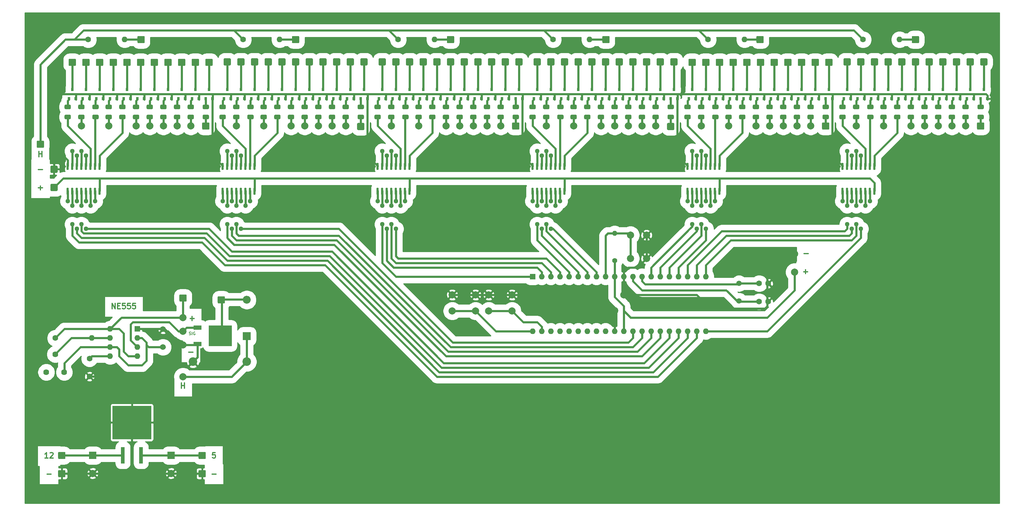
<source format=gbr>
%TF.GenerationSoftware,KiCad,Pcbnew,(5.1.6)-1*%
%TF.CreationDate,2020-07-22T15:37:54+02:00*%
%TF.ProjectId,Nixie,4e697869-652e-46b6-9963-61645f706362,rev?*%
%TF.SameCoordinates,Original*%
%TF.FileFunction,Copper,L1,Top*%
%TF.FilePolarity,Positive*%
%FSLAX46Y46*%
G04 Gerber Fmt 4.6, Leading zero omitted, Abs format (unit mm)*
G04 Created by KiCad (PCBNEW (5.1.6)-1) date 2020-07-22 15:37:54*
%MOMM*%
%LPD*%
G01*
G04 APERTURE LIST*
%TA.AperFunction,NonConductor*%
%ADD10C,0.300000*%
%TD*%
%TA.AperFunction,NonConductor*%
%ADD11C,0.200000*%
%TD*%
%TA.AperFunction,ComponentPad*%
%ADD12O,1.600000X1.600000*%
%TD*%
%TA.AperFunction,ComponentPad*%
%ADD13R,1.600000X1.600000*%
%TD*%
%TA.AperFunction,ComponentPad*%
%ADD14C,1.600000*%
%TD*%
%TA.AperFunction,ComponentPad*%
%ADD15O,1.400000X1.400000*%
%TD*%
%TA.AperFunction,ComponentPad*%
%ADD16C,1.400000*%
%TD*%
%TA.AperFunction,ComponentPad*%
%ADD17C,2.000000*%
%TD*%
%TA.AperFunction,ComponentPad*%
%ADD18R,2.000000X2.000000*%
%TD*%
%TA.AperFunction,SMDPad,CuDef*%
%ADD19R,10.800000X9.400000*%
%TD*%
%TA.AperFunction,SMDPad,CuDef*%
%ADD20R,1.100000X4.600000*%
%TD*%
%TA.AperFunction,ComponentPad*%
%ADD21C,2.400000*%
%TD*%
%TA.AperFunction,SMDPad,CuDef*%
%ADD22R,0.800000X0.900000*%
%TD*%
%TA.AperFunction,ComponentPad*%
%ADD23O,2.200000X2.200000*%
%TD*%
%TA.AperFunction,ComponentPad*%
%ADD24R,2.200000X2.200000*%
%TD*%
%TA.AperFunction,ComponentPad*%
%ADD25C,1.620000*%
%TD*%
%TA.AperFunction,SMDPad,CuDef*%
%ADD26R,6.400000X5.800000*%
%TD*%
%TA.AperFunction,SMDPad,CuDef*%
%ADD27R,2.200000X1.200000*%
%TD*%
%TA.AperFunction,ComponentPad*%
%ADD28C,1.500000*%
%TD*%
%TA.AperFunction,ViaPad*%
%ADD29C,1.300000*%
%TD*%
%TA.AperFunction,ViaPad*%
%ADD30C,2.000000*%
%TD*%
%TA.AperFunction,Conductor*%
%ADD31C,0.600000*%
%TD*%
%TA.AperFunction,Conductor*%
%ADD32C,0.254000*%
%TD*%
G04 APERTURE END LIST*
D10*
X65889142Y-135576571D02*
X65174857Y-135576571D01*
X65103428Y-136290857D01*
X65174857Y-136219428D01*
X65317714Y-136148000D01*
X65674857Y-136148000D01*
X65817714Y-136219428D01*
X65889142Y-136290857D01*
X65960571Y-136433714D01*
X65960571Y-136790857D01*
X65889142Y-136933714D01*
X65817714Y-137005142D01*
X65674857Y-137076571D01*
X65317714Y-137076571D01*
X65174857Y-137005142D01*
X65103428Y-136933714D01*
X64960571Y-141585142D02*
X66103428Y-141585142D01*
X18986571Y-141585142D02*
X20129428Y-141585142D01*
X19272285Y-137076571D02*
X18415142Y-137076571D01*
X18843714Y-137076571D02*
X18843714Y-135576571D01*
X18700857Y-135790857D01*
X18558000Y-135933714D01*
X18415142Y-136005142D01*
X19843714Y-135719428D02*
X19915142Y-135648000D01*
X20058000Y-135576571D01*
X20415142Y-135576571D01*
X20558000Y-135648000D01*
X20629428Y-135719428D01*
X20700857Y-135862285D01*
X20700857Y-136005142D01*
X20629428Y-136219428D01*
X19772285Y-137076571D01*
X20700857Y-137076571D01*
X56467428Y-117645571D02*
X56467428Y-116145571D01*
X56467428Y-116859857D02*
X57324571Y-116859857D01*
X57324571Y-117645571D02*
X57324571Y-116145571D01*
X58483571Y-107549142D02*
X59626428Y-107549142D01*
X58864571Y-98151142D02*
X60007428Y-98151142D01*
X59436000Y-98722571D02*
X59436000Y-97579714D01*
X229806571Y-85109857D02*
X230949428Y-85109857D01*
X230378000Y-84538428D02*
X230378000Y-85681285D01*
X229933571Y-80029857D02*
X231076428Y-80029857D01*
X16716428Y-53002571D02*
X16716428Y-51502571D01*
X16716428Y-52216857D02*
X17573571Y-52216857D01*
X17573571Y-53002571D02*
X17573571Y-51502571D01*
X16573571Y-61702142D02*
X17716428Y-61702142D01*
X17145000Y-62273571D02*
X17145000Y-61130714D01*
X16573571Y-56622142D02*
X17716428Y-56622142D01*
X37136000Y-95420571D02*
X37136000Y-93920571D01*
X37993142Y-95420571D01*
X37993142Y-93920571D01*
X38707428Y-94634857D02*
X39207428Y-94634857D01*
X39421714Y-95420571D02*
X38707428Y-95420571D01*
X38707428Y-93920571D01*
X39421714Y-93920571D01*
X40778857Y-93920571D02*
X40064571Y-93920571D01*
X39993142Y-94634857D01*
X40064571Y-94563428D01*
X40207428Y-94492000D01*
X40564571Y-94492000D01*
X40707428Y-94563428D01*
X40778857Y-94634857D01*
X40850285Y-94777714D01*
X40850285Y-95134857D01*
X40778857Y-95277714D01*
X40707428Y-95349142D01*
X40564571Y-95420571D01*
X40207428Y-95420571D01*
X40064571Y-95349142D01*
X39993142Y-95277714D01*
X42207428Y-93920571D02*
X41493142Y-93920571D01*
X41421714Y-94634857D01*
X41493142Y-94563428D01*
X41636000Y-94492000D01*
X41993142Y-94492000D01*
X42136000Y-94563428D01*
X42207428Y-94634857D01*
X42278857Y-94777714D01*
X42278857Y-95134857D01*
X42207428Y-95277714D01*
X42136000Y-95349142D01*
X41993142Y-95420571D01*
X41636000Y-95420571D01*
X41493142Y-95349142D01*
X41421714Y-95277714D01*
X43636000Y-93920571D02*
X42921714Y-93920571D01*
X42850285Y-94634857D01*
X42921714Y-94563428D01*
X43064571Y-94492000D01*
X43421714Y-94492000D01*
X43564571Y-94563428D01*
X43636000Y-94634857D01*
X43707428Y-94777714D01*
X43707428Y-95134857D01*
X43636000Y-95277714D01*
X43564571Y-95349142D01*
X43421714Y-95420571D01*
X43064571Y-95420571D01*
X42921714Y-95349142D01*
X42850285Y-95277714D01*
D11*
X58616952Y-102685809D02*
X58731238Y-102723904D01*
X58921714Y-102723904D01*
X58997904Y-102685809D01*
X59036000Y-102647714D01*
X59074095Y-102571523D01*
X59074095Y-102495333D01*
X59036000Y-102419142D01*
X58997904Y-102381047D01*
X58921714Y-102342952D01*
X58769333Y-102304857D01*
X58693142Y-102266761D01*
X58655047Y-102228666D01*
X58616952Y-102152476D01*
X58616952Y-102076285D01*
X58655047Y-102000095D01*
X58693142Y-101962000D01*
X58769333Y-101923904D01*
X58959809Y-101923904D01*
X59074095Y-101962000D01*
X59416952Y-102723904D02*
X59416952Y-101923904D01*
X60216952Y-101962000D02*
X60140761Y-101923904D01*
X60026476Y-101923904D01*
X59912190Y-101962000D01*
X59836000Y-102038190D01*
X59797904Y-102114380D01*
X59759809Y-102266761D01*
X59759809Y-102381047D01*
X59797904Y-102533428D01*
X59836000Y-102609619D01*
X59912190Y-102685809D01*
X60026476Y-102723904D01*
X60102666Y-102723904D01*
X60216952Y-102685809D01*
X60255047Y-102647714D01*
X60255047Y-102381047D01*
X60102666Y-102381047D01*
%TO.P,J86,1*%
%TO.N,+5V*%
%TA.AperFunction,ComponentPad*%
G36*
G01*
X61230000Y-137148000D02*
X61230000Y-135648000D01*
G75*
G02*
X61480000Y-135398000I250000J0D01*
G01*
X62980000Y-135398000D01*
G75*
G02*
X63230000Y-135648000I0J-250000D01*
G01*
X63230000Y-137148000D01*
G75*
G02*
X62980000Y-137398000I-250000J0D01*
G01*
X61480000Y-137398000D01*
G75*
G02*
X61230000Y-137148000I0J250000D01*
G01*
G37*
%TD.AperFunction*%
%TD*%
%TO.P,J87,1*%
%TO.N,GND*%
%TA.AperFunction,ComponentPad*%
G36*
G01*
X61230000Y-142228000D02*
X61230000Y-140728000D01*
G75*
G02*
X61480000Y-140478000I250000J0D01*
G01*
X62980000Y-140478000D01*
G75*
G02*
X63230000Y-140728000I0J-250000D01*
G01*
X63230000Y-142228000D01*
G75*
G02*
X62980000Y-142478000I-250000J0D01*
G01*
X61480000Y-142478000D01*
G75*
G02*
X61230000Y-142228000I0J250000D01*
G01*
G37*
%TD.AperFunction*%
%TD*%
%TO.P,J84,1*%
%TO.N,+12V*%
%TA.AperFunction,ComponentPad*%
G36*
G01*
X22114000Y-137148000D02*
X22114000Y-135648000D01*
G75*
G02*
X22364000Y-135398000I250000J0D01*
G01*
X23864000Y-135398000D01*
G75*
G02*
X24114000Y-135648000I0J-250000D01*
G01*
X24114000Y-137148000D01*
G75*
G02*
X23864000Y-137398000I-250000J0D01*
G01*
X22364000Y-137398000D01*
G75*
G02*
X22114000Y-137148000I0J250000D01*
G01*
G37*
%TD.AperFunction*%
%TD*%
%TO.P,J85,1*%
%TO.N,GND*%
%TA.AperFunction,ComponentPad*%
G36*
G01*
X22114000Y-142228000D02*
X22114000Y-140728000D01*
G75*
G02*
X22364000Y-140478000I250000J0D01*
G01*
X23864000Y-140478000D01*
G75*
G02*
X24114000Y-140728000I0J-250000D01*
G01*
X24114000Y-142228000D01*
G75*
G02*
X23864000Y-142478000I-250000J0D01*
G01*
X22364000Y-142478000D01*
G75*
G02*
X22114000Y-142228000I0J250000D01*
G01*
G37*
%TD.AperFunction*%
%TD*%
D12*
%TO.P,U8,8*%
%TO.N,+12V*%
X36576000Y-101092000D03*
%TO.P,U8,4*%
X44196000Y-108712000D03*
%TO.P,U8,7*%
%TO.N,Net-(R74-Pad2)*%
X36576000Y-103632000D03*
%TO.P,U8,3*%
%TO.N,Net-(Q67-Pad1)*%
X44196000Y-106172000D03*
%TO.P,U8,6*%
%TO.N,Net-(RV1-Pad3)*%
X36576000Y-106172000D03*
%TO.P,U8,2*%
X44196000Y-103632000D03*
%TO.P,U8,5*%
%TO.N,Net-(C4-Pad1)*%
X36576000Y-108712000D03*
D13*
%TO.P,U8,1*%
%TO.N,GND*%
X44196000Y-101092000D03*
%TD*%
D14*
%TO.P,C3,2*%
%TO.N,GND*%
X51308000Y-101172000D03*
%TO.P,C3,1*%
%TO.N,Net-(RV1-Pad3)*%
X51308000Y-106172000D03*
%TD*%
%TO.P,J83,1*%
%TO.N,Net-(D1-Pad2)*%
%TA.AperFunction,ComponentPad*%
G36*
G01*
X66564000Y-93714000D02*
X66564000Y-92214000D01*
G75*
G02*
X66814000Y-91964000I250000J0D01*
G01*
X68314000Y-91964000D01*
G75*
G02*
X68564000Y-92214000I0J-250000D01*
G01*
X68564000Y-93714000D01*
G75*
G02*
X68314000Y-93964000I-250000J0D01*
G01*
X66814000Y-93964000D01*
G75*
G02*
X66564000Y-93714000I0J250000D01*
G01*
G37*
%TD.AperFunction*%
%TD*%
%TO.P,J82,1*%
%TO.N,+12V*%
%TA.AperFunction,ComponentPad*%
G36*
G01*
X55896000Y-93206000D02*
X55896000Y-91706000D01*
G75*
G02*
X56146000Y-91456000I250000J0D01*
G01*
X57646000Y-91456000D01*
G75*
G02*
X57896000Y-91706000I0J-250000D01*
G01*
X57896000Y-93206000D01*
G75*
G02*
X57646000Y-93456000I-250000J0D01*
G01*
X56146000Y-93456000D01*
G75*
G02*
X55896000Y-93206000I0J250000D01*
G01*
G37*
%TD.AperFunction*%
%TD*%
D15*
%TO.P,R1,2*%
%TO.N,Net-(R1-Pad2)*%
X177165000Y-74422000D03*
D16*
%TO.P,R1,1*%
%TO.N,+5V*%
X177165000Y-82042000D03*
%TD*%
D14*
%TO.P,R3,1*%
%TO.N,VD*%
X73660000Y-20320000D03*
D12*
%TO.P,R3,2*%
%TO.N,Net-(J74-Pad1)*%
X83820000Y-20320000D03*
%TD*%
%TO.P,J76,1*%
%TO.N,Net-(J76-Pad1)*%
%TA.AperFunction,ComponentPad*%
G36*
G01*
X173752000Y-21070000D02*
X173752000Y-19570000D01*
G75*
G02*
X174002000Y-19320000I250000J0D01*
G01*
X175502000Y-19320000D01*
G75*
G02*
X175752000Y-19570000I0J-250000D01*
G01*
X175752000Y-21070000D01*
G75*
G02*
X175502000Y-21320000I-250000J0D01*
G01*
X174002000Y-21320000D01*
G75*
G02*
X173752000Y-21070000I0J250000D01*
G01*
G37*
%TD.AperFunction*%
%TD*%
D17*
%TO.P,SW3,1*%
%TO.N,GND*%
X186055000Y-74907000D03*
%TO.P,SW3,2*%
%TO.N,Net-(R1-Pad2)*%
X181555000Y-74907000D03*
%TO.P,SW3,1*%
%TO.N,GND*%
X186055000Y-81407000D03*
%TO.P,SW3,2*%
%TO.N,Net-(R1-Pad2)*%
X181555000Y-81407000D03*
%TD*%
%TO.P,SW2,1*%
%TO.N,GND*%
X142090000Y-91567000D03*
%TO.P,SW2,2*%
%TO.N,Net-(SW2-Pad1)*%
X142090000Y-96067000D03*
%TO.P,SW2,1*%
%TO.N,GND*%
X148590000Y-91567000D03*
%TO.P,SW2,2*%
%TO.N,Net-(SW2-Pad1)*%
X148590000Y-96067000D03*
%TD*%
%TO.P,SW1,1*%
%TO.N,GND*%
X131930000Y-91567000D03*
%TO.P,SW1,2*%
%TO.N,Net-(SW1-Pad1)*%
X131930000Y-96067000D03*
%TO.P,SW1,1*%
%TO.N,GND*%
X138430000Y-91567000D03*
%TO.P,SW1,2*%
%TO.N,Net-(SW1-Pad1)*%
X138430000Y-96067000D03*
%TD*%
%TO.P,R73,2*%
%TO.N,Net-(J71-Pad1)*%
%TA.AperFunction,SMDPad,CuDef*%
G36*
G01*
X278521000Y-41288000D02*
X279771000Y-41288000D01*
G75*
G02*
X280021000Y-41538000I0J-250000D01*
G01*
X280021000Y-42288000D01*
G75*
G02*
X279771000Y-42538000I-250000J0D01*
G01*
X278521000Y-42538000D01*
G75*
G02*
X278271000Y-42288000I0J250000D01*
G01*
X278271000Y-41538000D01*
G75*
G02*
X278521000Y-41288000I250000J0D01*
G01*
G37*
%TD.AperFunction*%
%TO.P,R73,1*%
%TO.N,Net-(Q66-Pad1)*%
%TA.AperFunction,SMDPad,CuDef*%
G36*
G01*
X278521000Y-38488000D02*
X279771000Y-38488000D01*
G75*
G02*
X280021000Y-38738000I0J-250000D01*
G01*
X280021000Y-39488000D01*
G75*
G02*
X279771000Y-39738000I-250000J0D01*
G01*
X278521000Y-39738000D01*
G75*
G02*
X278271000Y-39488000I0J250000D01*
G01*
X278271000Y-38738000D01*
G75*
G02*
X278521000Y-38488000I250000J0D01*
G01*
G37*
%TD.AperFunction*%
%TD*%
%TO.P,R72,2*%
%TO.N,Net-(R72-Pad2)*%
%TA.AperFunction,SMDPad,CuDef*%
G36*
G01*
X274330000Y-41288000D02*
X275580000Y-41288000D01*
G75*
G02*
X275830000Y-41538000I0J-250000D01*
G01*
X275830000Y-42288000D01*
G75*
G02*
X275580000Y-42538000I-250000J0D01*
G01*
X274330000Y-42538000D01*
G75*
G02*
X274080000Y-42288000I0J250000D01*
G01*
X274080000Y-41538000D01*
G75*
G02*
X274330000Y-41288000I250000J0D01*
G01*
G37*
%TD.AperFunction*%
%TO.P,R72,1*%
%TO.N,Net-(Q65-Pad1)*%
%TA.AperFunction,SMDPad,CuDef*%
G36*
G01*
X274330000Y-38488000D02*
X275580000Y-38488000D01*
G75*
G02*
X275830000Y-38738000I0J-250000D01*
G01*
X275830000Y-39488000D01*
G75*
G02*
X275580000Y-39738000I-250000J0D01*
G01*
X274330000Y-39738000D01*
G75*
G02*
X274080000Y-39488000I0J250000D01*
G01*
X274080000Y-38738000D01*
G75*
G02*
X274330000Y-38488000I250000J0D01*
G01*
G37*
%TD.AperFunction*%
%TD*%
%TO.P,R71,2*%
%TO.N,Net-(R71-Pad2)*%
%TA.AperFunction,SMDPad,CuDef*%
G36*
G01*
X270520000Y-41288000D02*
X271770000Y-41288000D01*
G75*
G02*
X272020000Y-41538000I0J-250000D01*
G01*
X272020000Y-42288000D01*
G75*
G02*
X271770000Y-42538000I-250000J0D01*
G01*
X270520000Y-42538000D01*
G75*
G02*
X270270000Y-42288000I0J250000D01*
G01*
X270270000Y-41538000D01*
G75*
G02*
X270520000Y-41288000I250000J0D01*
G01*
G37*
%TD.AperFunction*%
%TO.P,R71,1*%
%TO.N,Net-(Q64-Pad1)*%
%TA.AperFunction,SMDPad,CuDef*%
G36*
G01*
X270520000Y-38488000D02*
X271770000Y-38488000D01*
G75*
G02*
X272020000Y-38738000I0J-250000D01*
G01*
X272020000Y-39488000D01*
G75*
G02*
X271770000Y-39738000I-250000J0D01*
G01*
X270520000Y-39738000D01*
G75*
G02*
X270270000Y-39488000I0J250000D01*
G01*
X270270000Y-38738000D01*
G75*
G02*
X270520000Y-38488000I250000J0D01*
G01*
G37*
%TD.AperFunction*%
%TD*%
%TO.P,R70,2*%
%TO.N,Net-(R70-Pad2)*%
%TA.AperFunction,SMDPad,CuDef*%
G36*
G01*
X266710000Y-41288000D02*
X267960000Y-41288000D01*
G75*
G02*
X268210000Y-41538000I0J-250000D01*
G01*
X268210000Y-42288000D01*
G75*
G02*
X267960000Y-42538000I-250000J0D01*
G01*
X266710000Y-42538000D01*
G75*
G02*
X266460000Y-42288000I0J250000D01*
G01*
X266460000Y-41538000D01*
G75*
G02*
X266710000Y-41288000I250000J0D01*
G01*
G37*
%TD.AperFunction*%
%TO.P,R70,1*%
%TO.N,Net-(Q63-Pad1)*%
%TA.AperFunction,SMDPad,CuDef*%
G36*
G01*
X266710000Y-38488000D02*
X267960000Y-38488000D01*
G75*
G02*
X268210000Y-38738000I0J-250000D01*
G01*
X268210000Y-39488000D01*
G75*
G02*
X267960000Y-39738000I-250000J0D01*
G01*
X266710000Y-39738000D01*
G75*
G02*
X266460000Y-39488000I0J250000D01*
G01*
X266460000Y-38738000D01*
G75*
G02*
X266710000Y-38488000I250000J0D01*
G01*
G37*
%TD.AperFunction*%
%TD*%
%TO.P,R69,2*%
%TO.N,Net-(R69-Pad2)*%
%TA.AperFunction,SMDPad,CuDef*%
G36*
G01*
X262900000Y-41288000D02*
X264150000Y-41288000D01*
G75*
G02*
X264400000Y-41538000I0J-250000D01*
G01*
X264400000Y-42288000D01*
G75*
G02*
X264150000Y-42538000I-250000J0D01*
G01*
X262900000Y-42538000D01*
G75*
G02*
X262650000Y-42288000I0J250000D01*
G01*
X262650000Y-41538000D01*
G75*
G02*
X262900000Y-41288000I250000J0D01*
G01*
G37*
%TD.AperFunction*%
%TO.P,R69,1*%
%TO.N,Net-(Q62-Pad1)*%
%TA.AperFunction,SMDPad,CuDef*%
G36*
G01*
X262900000Y-38488000D02*
X264150000Y-38488000D01*
G75*
G02*
X264400000Y-38738000I0J-250000D01*
G01*
X264400000Y-39488000D01*
G75*
G02*
X264150000Y-39738000I-250000J0D01*
G01*
X262900000Y-39738000D01*
G75*
G02*
X262650000Y-39488000I0J250000D01*
G01*
X262650000Y-38738000D01*
G75*
G02*
X262900000Y-38488000I250000J0D01*
G01*
G37*
%TD.AperFunction*%
%TD*%
%TO.P,R68,2*%
%TO.N,Net-(R68-Pad2)*%
%TA.AperFunction,SMDPad,CuDef*%
G36*
G01*
X259090000Y-41288000D02*
X260340000Y-41288000D01*
G75*
G02*
X260590000Y-41538000I0J-250000D01*
G01*
X260590000Y-42288000D01*
G75*
G02*
X260340000Y-42538000I-250000J0D01*
G01*
X259090000Y-42538000D01*
G75*
G02*
X258840000Y-42288000I0J250000D01*
G01*
X258840000Y-41538000D01*
G75*
G02*
X259090000Y-41288000I250000J0D01*
G01*
G37*
%TD.AperFunction*%
%TO.P,R68,1*%
%TO.N,Net-(Q61-Pad1)*%
%TA.AperFunction,SMDPad,CuDef*%
G36*
G01*
X259090000Y-38488000D02*
X260340000Y-38488000D01*
G75*
G02*
X260590000Y-38738000I0J-250000D01*
G01*
X260590000Y-39488000D01*
G75*
G02*
X260340000Y-39738000I-250000J0D01*
G01*
X259090000Y-39738000D01*
G75*
G02*
X258840000Y-39488000I0J250000D01*
G01*
X258840000Y-38738000D01*
G75*
G02*
X259090000Y-38488000I250000J0D01*
G01*
G37*
%TD.AperFunction*%
%TD*%
%TO.P,R67,2*%
%TO.N,Net-(R67-Pad2)*%
%TA.AperFunction,SMDPad,CuDef*%
G36*
G01*
X255280000Y-41288000D02*
X256530000Y-41288000D01*
G75*
G02*
X256780000Y-41538000I0J-250000D01*
G01*
X256780000Y-42288000D01*
G75*
G02*
X256530000Y-42538000I-250000J0D01*
G01*
X255280000Y-42538000D01*
G75*
G02*
X255030000Y-42288000I0J250000D01*
G01*
X255030000Y-41538000D01*
G75*
G02*
X255280000Y-41288000I250000J0D01*
G01*
G37*
%TD.AperFunction*%
%TO.P,R67,1*%
%TO.N,Net-(Q60-Pad1)*%
%TA.AperFunction,SMDPad,CuDef*%
G36*
G01*
X255280000Y-38488000D02*
X256530000Y-38488000D01*
G75*
G02*
X256780000Y-38738000I0J-250000D01*
G01*
X256780000Y-39488000D01*
G75*
G02*
X256530000Y-39738000I-250000J0D01*
G01*
X255280000Y-39738000D01*
G75*
G02*
X255030000Y-39488000I0J250000D01*
G01*
X255030000Y-38738000D01*
G75*
G02*
X255280000Y-38488000I250000J0D01*
G01*
G37*
%TD.AperFunction*%
%TD*%
%TO.P,R66,2*%
%TO.N,Net-(R66-Pad2)*%
%TA.AperFunction,SMDPad,CuDef*%
G36*
G01*
X251470000Y-41288000D02*
X252720000Y-41288000D01*
G75*
G02*
X252970000Y-41538000I0J-250000D01*
G01*
X252970000Y-42288000D01*
G75*
G02*
X252720000Y-42538000I-250000J0D01*
G01*
X251470000Y-42538000D01*
G75*
G02*
X251220000Y-42288000I0J250000D01*
G01*
X251220000Y-41538000D01*
G75*
G02*
X251470000Y-41288000I250000J0D01*
G01*
G37*
%TD.AperFunction*%
%TO.P,R66,1*%
%TO.N,Net-(Q59-Pad1)*%
%TA.AperFunction,SMDPad,CuDef*%
G36*
G01*
X251470000Y-38488000D02*
X252720000Y-38488000D01*
G75*
G02*
X252970000Y-38738000I0J-250000D01*
G01*
X252970000Y-39488000D01*
G75*
G02*
X252720000Y-39738000I-250000J0D01*
G01*
X251470000Y-39738000D01*
G75*
G02*
X251220000Y-39488000I0J250000D01*
G01*
X251220000Y-38738000D01*
G75*
G02*
X251470000Y-38488000I250000J0D01*
G01*
G37*
%TD.AperFunction*%
%TD*%
%TO.P,R65,2*%
%TO.N,Net-(R65-Pad2)*%
%TA.AperFunction,SMDPad,CuDef*%
G36*
G01*
X247787000Y-41288000D02*
X249037000Y-41288000D01*
G75*
G02*
X249287000Y-41538000I0J-250000D01*
G01*
X249287000Y-42288000D01*
G75*
G02*
X249037000Y-42538000I-250000J0D01*
G01*
X247787000Y-42538000D01*
G75*
G02*
X247537000Y-42288000I0J250000D01*
G01*
X247537000Y-41538000D01*
G75*
G02*
X247787000Y-41288000I250000J0D01*
G01*
G37*
%TD.AperFunction*%
%TO.P,R65,1*%
%TO.N,Net-(Q58-Pad1)*%
%TA.AperFunction,SMDPad,CuDef*%
G36*
G01*
X247787000Y-38488000D02*
X249037000Y-38488000D01*
G75*
G02*
X249287000Y-38738000I0J-250000D01*
G01*
X249287000Y-39488000D01*
G75*
G02*
X249037000Y-39738000I-250000J0D01*
G01*
X247787000Y-39738000D01*
G75*
G02*
X247537000Y-39488000I0J250000D01*
G01*
X247537000Y-38738000D01*
G75*
G02*
X247787000Y-38488000I250000J0D01*
G01*
G37*
%TD.AperFunction*%
%TD*%
%TO.P,R64,2*%
%TO.N,Net-(R64-Pad2)*%
%TA.AperFunction,SMDPad,CuDef*%
G36*
G01*
X243850000Y-41288000D02*
X245100000Y-41288000D01*
G75*
G02*
X245350000Y-41538000I0J-250000D01*
G01*
X245350000Y-42288000D01*
G75*
G02*
X245100000Y-42538000I-250000J0D01*
G01*
X243850000Y-42538000D01*
G75*
G02*
X243600000Y-42288000I0J250000D01*
G01*
X243600000Y-41538000D01*
G75*
G02*
X243850000Y-41288000I250000J0D01*
G01*
G37*
%TD.AperFunction*%
%TO.P,R64,1*%
%TO.N,Net-(Q57-Pad1)*%
%TA.AperFunction,SMDPad,CuDef*%
G36*
G01*
X243850000Y-38488000D02*
X245100000Y-38488000D01*
G75*
G02*
X245350000Y-38738000I0J-250000D01*
G01*
X245350000Y-39488000D01*
G75*
G02*
X245100000Y-39738000I-250000J0D01*
G01*
X243850000Y-39738000D01*
G75*
G02*
X243600000Y-39488000I0J250000D01*
G01*
X243600000Y-38738000D01*
G75*
G02*
X243850000Y-38488000I250000J0D01*
G01*
G37*
%TD.AperFunction*%
%TD*%
%TO.P,R63,2*%
%TO.N,Net-(R63-Pad2)*%
%TA.AperFunction,SMDPad,CuDef*%
G36*
G01*
X240040000Y-41288000D02*
X241290000Y-41288000D01*
G75*
G02*
X241540000Y-41538000I0J-250000D01*
G01*
X241540000Y-42288000D01*
G75*
G02*
X241290000Y-42538000I-250000J0D01*
G01*
X240040000Y-42538000D01*
G75*
G02*
X239790000Y-42288000I0J250000D01*
G01*
X239790000Y-41538000D01*
G75*
G02*
X240040000Y-41288000I250000J0D01*
G01*
G37*
%TD.AperFunction*%
%TO.P,R63,1*%
%TO.N,Net-(Q56-Pad1)*%
%TA.AperFunction,SMDPad,CuDef*%
G36*
G01*
X240040000Y-38488000D02*
X241290000Y-38488000D01*
G75*
G02*
X241540000Y-38738000I0J-250000D01*
G01*
X241540000Y-39488000D01*
G75*
G02*
X241290000Y-39738000I-250000J0D01*
G01*
X240040000Y-39738000D01*
G75*
G02*
X239790000Y-39488000I0J250000D01*
G01*
X239790000Y-38738000D01*
G75*
G02*
X240040000Y-38488000I250000J0D01*
G01*
G37*
%TD.AperFunction*%
%TD*%
%TO.P,R62,2*%
%TO.N,Net-(J59-Pad1)*%
%TA.AperFunction,SMDPad,CuDef*%
G36*
G01*
X235341000Y-41288000D02*
X236591000Y-41288000D01*
G75*
G02*
X236841000Y-41538000I0J-250000D01*
G01*
X236841000Y-42288000D01*
G75*
G02*
X236591000Y-42538000I-250000J0D01*
G01*
X235341000Y-42538000D01*
G75*
G02*
X235091000Y-42288000I0J250000D01*
G01*
X235091000Y-41538000D01*
G75*
G02*
X235341000Y-41288000I250000J0D01*
G01*
G37*
%TD.AperFunction*%
%TO.P,R62,1*%
%TO.N,Net-(Q55-Pad1)*%
%TA.AperFunction,SMDPad,CuDef*%
G36*
G01*
X235341000Y-38488000D02*
X236591000Y-38488000D01*
G75*
G02*
X236841000Y-38738000I0J-250000D01*
G01*
X236841000Y-39488000D01*
G75*
G02*
X236591000Y-39738000I-250000J0D01*
G01*
X235341000Y-39738000D01*
G75*
G02*
X235091000Y-39488000I0J250000D01*
G01*
X235091000Y-38738000D01*
G75*
G02*
X235341000Y-38488000I250000J0D01*
G01*
G37*
%TD.AperFunction*%
%TD*%
%TO.P,R61,2*%
%TO.N,Net-(R61-Pad2)*%
%TA.AperFunction,SMDPad,CuDef*%
G36*
G01*
X231150000Y-41288000D02*
X232400000Y-41288000D01*
G75*
G02*
X232650000Y-41538000I0J-250000D01*
G01*
X232650000Y-42288000D01*
G75*
G02*
X232400000Y-42538000I-250000J0D01*
G01*
X231150000Y-42538000D01*
G75*
G02*
X230900000Y-42288000I0J250000D01*
G01*
X230900000Y-41538000D01*
G75*
G02*
X231150000Y-41288000I250000J0D01*
G01*
G37*
%TD.AperFunction*%
%TO.P,R61,1*%
%TO.N,Net-(Q54-Pad1)*%
%TA.AperFunction,SMDPad,CuDef*%
G36*
G01*
X231150000Y-38488000D02*
X232400000Y-38488000D01*
G75*
G02*
X232650000Y-38738000I0J-250000D01*
G01*
X232650000Y-39488000D01*
G75*
G02*
X232400000Y-39738000I-250000J0D01*
G01*
X231150000Y-39738000D01*
G75*
G02*
X230900000Y-39488000I0J250000D01*
G01*
X230900000Y-38738000D01*
G75*
G02*
X231150000Y-38488000I250000J0D01*
G01*
G37*
%TD.AperFunction*%
%TD*%
%TO.P,R60,2*%
%TO.N,Net-(R60-Pad2)*%
%TA.AperFunction,SMDPad,CuDef*%
G36*
G01*
X227340000Y-41288000D02*
X228590000Y-41288000D01*
G75*
G02*
X228840000Y-41538000I0J-250000D01*
G01*
X228840000Y-42288000D01*
G75*
G02*
X228590000Y-42538000I-250000J0D01*
G01*
X227340000Y-42538000D01*
G75*
G02*
X227090000Y-42288000I0J250000D01*
G01*
X227090000Y-41538000D01*
G75*
G02*
X227340000Y-41288000I250000J0D01*
G01*
G37*
%TD.AperFunction*%
%TO.P,R60,1*%
%TO.N,Net-(Q53-Pad1)*%
%TA.AperFunction,SMDPad,CuDef*%
G36*
G01*
X227340000Y-38488000D02*
X228590000Y-38488000D01*
G75*
G02*
X228840000Y-38738000I0J-250000D01*
G01*
X228840000Y-39488000D01*
G75*
G02*
X228590000Y-39738000I-250000J0D01*
G01*
X227340000Y-39738000D01*
G75*
G02*
X227090000Y-39488000I0J250000D01*
G01*
X227090000Y-38738000D01*
G75*
G02*
X227340000Y-38488000I250000J0D01*
G01*
G37*
%TD.AperFunction*%
%TD*%
%TO.P,R59,2*%
%TO.N,Net-(R59-Pad2)*%
%TA.AperFunction,SMDPad,CuDef*%
G36*
G01*
X223530000Y-41288000D02*
X224780000Y-41288000D01*
G75*
G02*
X225030000Y-41538000I0J-250000D01*
G01*
X225030000Y-42288000D01*
G75*
G02*
X224780000Y-42538000I-250000J0D01*
G01*
X223530000Y-42538000D01*
G75*
G02*
X223280000Y-42288000I0J250000D01*
G01*
X223280000Y-41538000D01*
G75*
G02*
X223530000Y-41288000I250000J0D01*
G01*
G37*
%TD.AperFunction*%
%TO.P,R59,1*%
%TO.N,Net-(Q52-Pad1)*%
%TA.AperFunction,SMDPad,CuDef*%
G36*
G01*
X223530000Y-38488000D02*
X224780000Y-38488000D01*
G75*
G02*
X225030000Y-38738000I0J-250000D01*
G01*
X225030000Y-39488000D01*
G75*
G02*
X224780000Y-39738000I-250000J0D01*
G01*
X223530000Y-39738000D01*
G75*
G02*
X223280000Y-39488000I0J250000D01*
G01*
X223280000Y-38738000D01*
G75*
G02*
X223530000Y-38488000I250000J0D01*
G01*
G37*
%TD.AperFunction*%
%TD*%
%TO.P,R58,2*%
%TO.N,Net-(R58-Pad2)*%
%TA.AperFunction,SMDPad,CuDef*%
G36*
G01*
X219720000Y-41288000D02*
X220970000Y-41288000D01*
G75*
G02*
X221220000Y-41538000I0J-250000D01*
G01*
X221220000Y-42288000D01*
G75*
G02*
X220970000Y-42538000I-250000J0D01*
G01*
X219720000Y-42538000D01*
G75*
G02*
X219470000Y-42288000I0J250000D01*
G01*
X219470000Y-41538000D01*
G75*
G02*
X219720000Y-41288000I250000J0D01*
G01*
G37*
%TD.AperFunction*%
%TO.P,R58,1*%
%TO.N,Net-(Q51-Pad1)*%
%TA.AperFunction,SMDPad,CuDef*%
G36*
G01*
X219720000Y-38488000D02*
X220970000Y-38488000D01*
G75*
G02*
X221220000Y-38738000I0J-250000D01*
G01*
X221220000Y-39488000D01*
G75*
G02*
X220970000Y-39738000I-250000J0D01*
G01*
X219720000Y-39738000D01*
G75*
G02*
X219470000Y-39488000I0J250000D01*
G01*
X219470000Y-38738000D01*
G75*
G02*
X219720000Y-38488000I250000J0D01*
G01*
G37*
%TD.AperFunction*%
%TD*%
%TO.P,R57,2*%
%TO.N,Net-(R57-Pad2)*%
%TA.AperFunction,SMDPad,CuDef*%
G36*
G01*
X215910000Y-41288000D02*
X217160000Y-41288000D01*
G75*
G02*
X217410000Y-41538000I0J-250000D01*
G01*
X217410000Y-42288000D01*
G75*
G02*
X217160000Y-42538000I-250000J0D01*
G01*
X215910000Y-42538000D01*
G75*
G02*
X215660000Y-42288000I0J250000D01*
G01*
X215660000Y-41538000D01*
G75*
G02*
X215910000Y-41288000I250000J0D01*
G01*
G37*
%TD.AperFunction*%
%TO.P,R57,1*%
%TO.N,Net-(Q50-Pad1)*%
%TA.AperFunction,SMDPad,CuDef*%
G36*
G01*
X215910000Y-38488000D02*
X217160000Y-38488000D01*
G75*
G02*
X217410000Y-38738000I0J-250000D01*
G01*
X217410000Y-39488000D01*
G75*
G02*
X217160000Y-39738000I-250000J0D01*
G01*
X215910000Y-39738000D01*
G75*
G02*
X215660000Y-39488000I0J250000D01*
G01*
X215660000Y-38738000D01*
G75*
G02*
X215910000Y-38488000I250000J0D01*
G01*
G37*
%TD.AperFunction*%
%TD*%
%TO.P,R56,2*%
%TO.N,Net-(R56-Pad2)*%
%TA.AperFunction,SMDPad,CuDef*%
G36*
G01*
X212100000Y-41288000D02*
X213350000Y-41288000D01*
G75*
G02*
X213600000Y-41538000I0J-250000D01*
G01*
X213600000Y-42288000D01*
G75*
G02*
X213350000Y-42538000I-250000J0D01*
G01*
X212100000Y-42538000D01*
G75*
G02*
X211850000Y-42288000I0J250000D01*
G01*
X211850000Y-41538000D01*
G75*
G02*
X212100000Y-41288000I250000J0D01*
G01*
G37*
%TD.AperFunction*%
%TO.P,R56,1*%
%TO.N,Net-(Q49-Pad1)*%
%TA.AperFunction,SMDPad,CuDef*%
G36*
G01*
X212100000Y-38488000D02*
X213350000Y-38488000D01*
G75*
G02*
X213600000Y-38738000I0J-250000D01*
G01*
X213600000Y-39488000D01*
G75*
G02*
X213350000Y-39738000I-250000J0D01*
G01*
X212100000Y-39738000D01*
G75*
G02*
X211850000Y-39488000I0J250000D01*
G01*
X211850000Y-38738000D01*
G75*
G02*
X212100000Y-38488000I250000J0D01*
G01*
G37*
%TD.AperFunction*%
%TD*%
%TO.P,R55,2*%
%TO.N,Net-(R55-Pad2)*%
%TA.AperFunction,SMDPad,CuDef*%
G36*
G01*
X208290000Y-41288000D02*
X209540000Y-41288000D01*
G75*
G02*
X209790000Y-41538000I0J-250000D01*
G01*
X209790000Y-42288000D01*
G75*
G02*
X209540000Y-42538000I-250000J0D01*
G01*
X208290000Y-42538000D01*
G75*
G02*
X208040000Y-42288000I0J250000D01*
G01*
X208040000Y-41538000D01*
G75*
G02*
X208290000Y-41288000I250000J0D01*
G01*
G37*
%TD.AperFunction*%
%TO.P,R55,1*%
%TO.N,Net-(Q48-Pad1)*%
%TA.AperFunction,SMDPad,CuDef*%
G36*
G01*
X208290000Y-38488000D02*
X209540000Y-38488000D01*
G75*
G02*
X209790000Y-38738000I0J-250000D01*
G01*
X209790000Y-39488000D01*
G75*
G02*
X209540000Y-39738000I-250000J0D01*
G01*
X208290000Y-39738000D01*
G75*
G02*
X208040000Y-39488000I0J250000D01*
G01*
X208040000Y-38738000D01*
G75*
G02*
X208290000Y-38488000I250000J0D01*
G01*
G37*
%TD.AperFunction*%
%TD*%
%TO.P,R54,2*%
%TO.N,Net-(R54-Pad2)*%
%TA.AperFunction,SMDPad,CuDef*%
G36*
G01*
X204607000Y-41288000D02*
X205857000Y-41288000D01*
G75*
G02*
X206107000Y-41538000I0J-250000D01*
G01*
X206107000Y-42288000D01*
G75*
G02*
X205857000Y-42538000I-250000J0D01*
G01*
X204607000Y-42538000D01*
G75*
G02*
X204357000Y-42288000I0J250000D01*
G01*
X204357000Y-41538000D01*
G75*
G02*
X204607000Y-41288000I250000J0D01*
G01*
G37*
%TD.AperFunction*%
%TO.P,R54,1*%
%TO.N,Net-(Q47-Pad1)*%
%TA.AperFunction,SMDPad,CuDef*%
G36*
G01*
X204607000Y-38488000D02*
X205857000Y-38488000D01*
G75*
G02*
X206107000Y-38738000I0J-250000D01*
G01*
X206107000Y-39488000D01*
G75*
G02*
X205857000Y-39738000I-250000J0D01*
G01*
X204607000Y-39738000D01*
G75*
G02*
X204357000Y-39488000I0J250000D01*
G01*
X204357000Y-38738000D01*
G75*
G02*
X204607000Y-38488000I250000J0D01*
G01*
G37*
%TD.AperFunction*%
%TD*%
%TO.P,R53,2*%
%TO.N,Net-(R53-Pad2)*%
%TA.AperFunction,SMDPad,CuDef*%
G36*
G01*
X200670000Y-41288000D02*
X201920000Y-41288000D01*
G75*
G02*
X202170000Y-41538000I0J-250000D01*
G01*
X202170000Y-42288000D01*
G75*
G02*
X201920000Y-42538000I-250000J0D01*
G01*
X200670000Y-42538000D01*
G75*
G02*
X200420000Y-42288000I0J250000D01*
G01*
X200420000Y-41538000D01*
G75*
G02*
X200670000Y-41288000I250000J0D01*
G01*
G37*
%TD.AperFunction*%
%TO.P,R53,1*%
%TO.N,Net-(Q46-Pad1)*%
%TA.AperFunction,SMDPad,CuDef*%
G36*
G01*
X200670000Y-38488000D02*
X201920000Y-38488000D01*
G75*
G02*
X202170000Y-38738000I0J-250000D01*
G01*
X202170000Y-39488000D01*
G75*
G02*
X201920000Y-39738000I-250000J0D01*
G01*
X200670000Y-39738000D01*
G75*
G02*
X200420000Y-39488000I0J250000D01*
G01*
X200420000Y-38738000D01*
G75*
G02*
X200670000Y-38488000I250000J0D01*
G01*
G37*
%TD.AperFunction*%
%TD*%
%TO.P,R52,2*%
%TO.N,Net-(R52-Pad2)*%
%TA.AperFunction,SMDPad,CuDef*%
G36*
G01*
X196860000Y-41288000D02*
X198110000Y-41288000D01*
G75*
G02*
X198360000Y-41538000I0J-250000D01*
G01*
X198360000Y-42288000D01*
G75*
G02*
X198110000Y-42538000I-250000J0D01*
G01*
X196860000Y-42538000D01*
G75*
G02*
X196610000Y-42288000I0J250000D01*
G01*
X196610000Y-41538000D01*
G75*
G02*
X196860000Y-41288000I250000J0D01*
G01*
G37*
%TD.AperFunction*%
%TO.P,R52,1*%
%TO.N,Net-(Q45-Pad1)*%
%TA.AperFunction,SMDPad,CuDef*%
G36*
G01*
X196860000Y-38488000D02*
X198110000Y-38488000D01*
G75*
G02*
X198360000Y-38738000I0J-250000D01*
G01*
X198360000Y-39488000D01*
G75*
G02*
X198110000Y-39738000I-250000J0D01*
G01*
X196860000Y-39738000D01*
G75*
G02*
X196610000Y-39488000I0J250000D01*
G01*
X196610000Y-38738000D01*
G75*
G02*
X196860000Y-38488000I250000J0D01*
G01*
G37*
%TD.AperFunction*%
%TD*%
%TO.P,R51,2*%
%TO.N,Net-(J47-Pad1)*%
%TA.AperFunction,SMDPad,CuDef*%
G36*
G01*
X105801000Y-41288000D02*
X107051000Y-41288000D01*
G75*
G02*
X107301000Y-41538000I0J-250000D01*
G01*
X107301000Y-42288000D01*
G75*
G02*
X107051000Y-42538000I-250000J0D01*
G01*
X105801000Y-42538000D01*
G75*
G02*
X105551000Y-42288000I0J250000D01*
G01*
X105551000Y-41538000D01*
G75*
G02*
X105801000Y-41288000I250000J0D01*
G01*
G37*
%TD.AperFunction*%
%TO.P,R51,1*%
%TO.N,Net-(Q44-Pad1)*%
%TA.AperFunction,SMDPad,CuDef*%
G36*
G01*
X105801000Y-38488000D02*
X107051000Y-38488000D01*
G75*
G02*
X107301000Y-38738000I0J-250000D01*
G01*
X107301000Y-39488000D01*
G75*
G02*
X107051000Y-39738000I-250000J0D01*
G01*
X105801000Y-39738000D01*
G75*
G02*
X105551000Y-39488000I0J250000D01*
G01*
X105551000Y-38738000D01*
G75*
G02*
X105801000Y-38488000I250000J0D01*
G01*
G37*
%TD.AperFunction*%
%TD*%
%TO.P,R50,2*%
%TO.N,Net-(R50-Pad2)*%
%TA.AperFunction,SMDPad,CuDef*%
G36*
G01*
X101610000Y-41288000D02*
X102860000Y-41288000D01*
G75*
G02*
X103110000Y-41538000I0J-250000D01*
G01*
X103110000Y-42288000D01*
G75*
G02*
X102860000Y-42538000I-250000J0D01*
G01*
X101610000Y-42538000D01*
G75*
G02*
X101360000Y-42288000I0J250000D01*
G01*
X101360000Y-41538000D01*
G75*
G02*
X101610000Y-41288000I250000J0D01*
G01*
G37*
%TD.AperFunction*%
%TO.P,R50,1*%
%TO.N,Net-(Q43-Pad1)*%
%TA.AperFunction,SMDPad,CuDef*%
G36*
G01*
X101610000Y-38488000D02*
X102860000Y-38488000D01*
G75*
G02*
X103110000Y-38738000I0J-250000D01*
G01*
X103110000Y-39488000D01*
G75*
G02*
X102860000Y-39738000I-250000J0D01*
G01*
X101610000Y-39738000D01*
G75*
G02*
X101360000Y-39488000I0J250000D01*
G01*
X101360000Y-38738000D01*
G75*
G02*
X101610000Y-38488000I250000J0D01*
G01*
G37*
%TD.AperFunction*%
%TD*%
%TO.P,R49,2*%
%TO.N,Net-(R49-Pad2)*%
%TA.AperFunction,SMDPad,CuDef*%
G36*
G01*
X97800000Y-41288000D02*
X99050000Y-41288000D01*
G75*
G02*
X99300000Y-41538000I0J-250000D01*
G01*
X99300000Y-42288000D01*
G75*
G02*
X99050000Y-42538000I-250000J0D01*
G01*
X97800000Y-42538000D01*
G75*
G02*
X97550000Y-42288000I0J250000D01*
G01*
X97550000Y-41538000D01*
G75*
G02*
X97800000Y-41288000I250000J0D01*
G01*
G37*
%TD.AperFunction*%
%TO.P,R49,1*%
%TO.N,Net-(Q42-Pad1)*%
%TA.AperFunction,SMDPad,CuDef*%
G36*
G01*
X97800000Y-38488000D02*
X99050000Y-38488000D01*
G75*
G02*
X99300000Y-38738000I0J-250000D01*
G01*
X99300000Y-39488000D01*
G75*
G02*
X99050000Y-39738000I-250000J0D01*
G01*
X97800000Y-39738000D01*
G75*
G02*
X97550000Y-39488000I0J250000D01*
G01*
X97550000Y-38738000D01*
G75*
G02*
X97800000Y-38488000I250000J0D01*
G01*
G37*
%TD.AperFunction*%
%TD*%
%TO.P,R48,2*%
%TO.N,Net-(R48-Pad2)*%
%TA.AperFunction,SMDPad,CuDef*%
G36*
G01*
X93990000Y-41288000D02*
X95240000Y-41288000D01*
G75*
G02*
X95490000Y-41538000I0J-250000D01*
G01*
X95490000Y-42288000D01*
G75*
G02*
X95240000Y-42538000I-250000J0D01*
G01*
X93990000Y-42538000D01*
G75*
G02*
X93740000Y-42288000I0J250000D01*
G01*
X93740000Y-41538000D01*
G75*
G02*
X93990000Y-41288000I250000J0D01*
G01*
G37*
%TD.AperFunction*%
%TO.P,R48,1*%
%TO.N,Net-(Q41-Pad1)*%
%TA.AperFunction,SMDPad,CuDef*%
G36*
G01*
X93990000Y-38488000D02*
X95240000Y-38488000D01*
G75*
G02*
X95490000Y-38738000I0J-250000D01*
G01*
X95490000Y-39488000D01*
G75*
G02*
X95240000Y-39738000I-250000J0D01*
G01*
X93990000Y-39738000D01*
G75*
G02*
X93740000Y-39488000I0J250000D01*
G01*
X93740000Y-38738000D01*
G75*
G02*
X93990000Y-38488000I250000J0D01*
G01*
G37*
%TD.AperFunction*%
%TD*%
%TO.P,R47,2*%
%TO.N,Net-(R47-Pad2)*%
%TA.AperFunction,SMDPad,CuDef*%
G36*
G01*
X90180000Y-41288000D02*
X91430000Y-41288000D01*
G75*
G02*
X91680000Y-41538000I0J-250000D01*
G01*
X91680000Y-42288000D01*
G75*
G02*
X91430000Y-42538000I-250000J0D01*
G01*
X90180000Y-42538000D01*
G75*
G02*
X89930000Y-42288000I0J250000D01*
G01*
X89930000Y-41538000D01*
G75*
G02*
X90180000Y-41288000I250000J0D01*
G01*
G37*
%TD.AperFunction*%
%TO.P,R47,1*%
%TO.N,Net-(Q40-Pad1)*%
%TA.AperFunction,SMDPad,CuDef*%
G36*
G01*
X90180000Y-38488000D02*
X91430000Y-38488000D01*
G75*
G02*
X91680000Y-38738000I0J-250000D01*
G01*
X91680000Y-39488000D01*
G75*
G02*
X91430000Y-39738000I-250000J0D01*
G01*
X90180000Y-39738000D01*
G75*
G02*
X89930000Y-39488000I0J250000D01*
G01*
X89930000Y-38738000D01*
G75*
G02*
X90180000Y-38488000I250000J0D01*
G01*
G37*
%TD.AperFunction*%
%TD*%
%TO.P,R46,2*%
%TO.N,Net-(R46-Pad2)*%
%TA.AperFunction,SMDPad,CuDef*%
G36*
G01*
X86370000Y-41288000D02*
X87620000Y-41288000D01*
G75*
G02*
X87870000Y-41538000I0J-250000D01*
G01*
X87870000Y-42288000D01*
G75*
G02*
X87620000Y-42538000I-250000J0D01*
G01*
X86370000Y-42538000D01*
G75*
G02*
X86120000Y-42288000I0J250000D01*
G01*
X86120000Y-41538000D01*
G75*
G02*
X86370000Y-41288000I250000J0D01*
G01*
G37*
%TD.AperFunction*%
%TO.P,R46,1*%
%TO.N,Net-(Q39-Pad1)*%
%TA.AperFunction,SMDPad,CuDef*%
G36*
G01*
X86370000Y-38488000D02*
X87620000Y-38488000D01*
G75*
G02*
X87870000Y-38738000I0J-250000D01*
G01*
X87870000Y-39488000D01*
G75*
G02*
X87620000Y-39738000I-250000J0D01*
G01*
X86370000Y-39738000D01*
G75*
G02*
X86120000Y-39488000I0J250000D01*
G01*
X86120000Y-38738000D01*
G75*
G02*
X86370000Y-38488000I250000J0D01*
G01*
G37*
%TD.AperFunction*%
%TD*%
%TO.P,R45,2*%
%TO.N,Net-(R45-Pad2)*%
%TA.AperFunction,SMDPad,CuDef*%
G36*
G01*
X82560000Y-41288000D02*
X83810000Y-41288000D01*
G75*
G02*
X84060000Y-41538000I0J-250000D01*
G01*
X84060000Y-42288000D01*
G75*
G02*
X83810000Y-42538000I-250000J0D01*
G01*
X82560000Y-42538000D01*
G75*
G02*
X82310000Y-42288000I0J250000D01*
G01*
X82310000Y-41538000D01*
G75*
G02*
X82560000Y-41288000I250000J0D01*
G01*
G37*
%TD.AperFunction*%
%TO.P,R45,1*%
%TO.N,Net-(Q38-Pad1)*%
%TA.AperFunction,SMDPad,CuDef*%
G36*
G01*
X82560000Y-38488000D02*
X83810000Y-38488000D01*
G75*
G02*
X84060000Y-38738000I0J-250000D01*
G01*
X84060000Y-39488000D01*
G75*
G02*
X83810000Y-39738000I-250000J0D01*
G01*
X82560000Y-39738000D01*
G75*
G02*
X82310000Y-39488000I0J250000D01*
G01*
X82310000Y-38738000D01*
G75*
G02*
X82560000Y-38488000I250000J0D01*
G01*
G37*
%TD.AperFunction*%
%TD*%
%TO.P,R44,2*%
%TO.N,Net-(R44-Pad2)*%
%TA.AperFunction,SMDPad,CuDef*%
G36*
G01*
X78750000Y-41288000D02*
X80000000Y-41288000D01*
G75*
G02*
X80250000Y-41538000I0J-250000D01*
G01*
X80250000Y-42288000D01*
G75*
G02*
X80000000Y-42538000I-250000J0D01*
G01*
X78750000Y-42538000D01*
G75*
G02*
X78500000Y-42288000I0J250000D01*
G01*
X78500000Y-41538000D01*
G75*
G02*
X78750000Y-41288000I250000J0D01*
G01*
G37*
%TD.AperFunction*%
%TO.P,R44,1*%
%TO.N,Net-(Q37-Pad1)*%
%TA.AperFunction,SMDPad,CuDef*%
G36*
G01*
X78750000Y-38488000D02*
X80000000Y-38488000D01*
G75*
G02*
X80250000Y-38738000I0J-250000D01*
G01*
X80250000Y-39488000D01*
G75*
G02*
X80000000Y-39738000I-250000J0D01*
G01*
X78750000Y-39738000D01*
G75*
G02*
X78500000Y-39488000I0J250000D01*
G01*
X78500000Y-38738000D01*
G75*
G02*
X78750000Y-38488000I250000J0D01*
G01*
G37*
%TD.AperFunction*%
%TD*%
%TO.P,R43,2*%
%TO.N,Net-(R43-Pad2)*%
%TA.AperFunction,SMDPad,CuDef*%
G36*
G01*
X75067000Y-41288000D02*
X76317000Y-41288000D01*
G75*
G02*
X76567000Y-41538000I0J-250000D01*
G01*
X76567000Y-42288000D01*
G75*
G02*
X76317000Y-42538000I-250000J0D01*
G01*
X75067000Y-42538000D01*
G75*
G02*
X74817000Y-42288000I0J250000D01*
G01*
X74817000Y-41538000D01*
G75*
G02*
X75067000Y-41288000I250000J0D01*
G01*
G37*
%TD.AperFunction*%
%TO.P,R43,1*%
%TO.N,Net-(Q36-Pad1)*%
%TA.AperFunction,SMDPad,CuDef*%
G36*
G01*
X75067000Y-38488000D02*
X76317000Y-38488000D01*
G75*
G02*
X76567000Y-38738000I0J-250000D01*
G01*
X76567000Y-39488000D01*
G75*
G02*
X76317000Y-39738000I-250000J0D01*
G01*
X75067000Y-39738000D01*
G75*
G02*
X74817000Y-39488000I0J250000D01*
G01*
X74817000Y-38738000D01*
G75*
G02*
X75067000Y-38488000I250000J0D01*
G01*
G37*
%TD.AperFunction*%
%TD*%
%TO.P,R42,2*%
%TO.N,Net-(R42-Pad2)*%
%TA.AperFunction,SMDPad,CuDef*%
G36*
G01*
X71130000Y-41288000D02*
X72380000Y-41288000D01*
G75*
G02*
X72630000Y-41538000I0J-250000D01*
G01*
X72630000Y-42288000D01*
G75*
G02*
X72380000Y-42538000I-250000J0D01*
G01*
X71130000Y-42538000D01*
G75*
G02*
X70880000Y-42288000I0J250000D01*
G01*
X70880000Y-41538000D01*
G75*
G02*
X71130000Y-41288000I250000J0D01*
G01*
G37*
%TD.AperFunction*%
%TO.P,R42,1*%
%TO.N,Net-(Q35-Pad1)*%
%TA.AperFunction,SMDPad,CuDef*%
G36*
G01*
X71130000Y-38488000D02*
X72380000Y-38488000D01*
G75*
G02*
X72630000Y-38738000I0J-250000D01*
G01*
X72630000Y-39488000D01*
G75*
G02*
X72380000Y-39738000I-250000J0D01*
G01*
X71130000Y-39738000D01*
G75*
G02*
X70880000Y-39488000I0J250000D01*
G01*
X70880000Y-38738000D01*
G75*
G02*
X71130000Y-38488000I250000J0D01*
G01*
G37*
%TD.AperFunction*%
%TD*%
%TO.P,R41,2*%
%TO.N,Net-(R41-Pad2)*%
%TA.AperFunction,SMDPad,CuDef*%
G36*
G01*
X67320000Y-41288000D02*
X68570000Y-41288000D01*
G75*
G02*
X68820000Y-41538000I0J-250000D01*
G01*
X68820000Y-42288000D01*
G75*
G02*
X68570000Y-42538000I-250000J0D01*
G01*
X67320000Y-42538000D01*
G75*
G02*
X67070000Y-42288000I0J250000D01*
G01*
X67070000Y-41538000D01*
G75*
G02*
X67320000Y-41288000I250000J0D01*
G01*
G37*
%TD.AperFunction*%
%TO.P,R41,1*%
%TO.N,Net-(Q34-Pad1)*%
%TA.AperFunction,SMDPad,CuDef*%
G36*
G01*
X67320000Y-38488000D02*
X68570000Y-38488000D01*
G75*
G02*
X68820000Y-38738000I0J-250000D01*
G01*
X68820000Y-39488000D01*
G75*
G02*
X68570000Y-39738000I-250000J0D01*
G01*
X67320000Y-39738000D01*
G75*
G02*
X67070000Y-39488000I0J250000D01*
G01*
X67070000Y-38738000D01*
G75*
G02*
X67320000Y-38488000I250000J0D01*
G01*
G37*
%TD.AperFunction*%
%TD*%
%TO.P,R40,2*%
%TO.N,Net-(J35-Pad1)*%
%TA.AperFunction,SMDPad,CuDef*%
G36*
G01*
X62621000Y-41288000D02*
X63871000Y-41288000D01*
G75*
G02*
X64121000Y-41538000I0J-250000D01*
G01*
X64121000Y-42288000D01*
G75*
G02*
X63871000Y-42538000I-250000J0D01*
G01*
X62621000Y-42538000D01*
G75*
G02*
X62371000Y-42288000I0J250000D01*
G01*
X62371000Y-41538000D01*
G75*
G02*
X62621000Y-41288000I250000J0D01*
G01*
G37*
%TD.AperFunction*%
%TO.P,R40,1*%
%TO.N,Net-(Q33-Pad1)*%
%TA.AperFunction,SMDPad,CuDef*%
G36*
G01*
X62621000Y-38488000D02*
X63871000Y-38488000D01*
G75*
G02*
X64121000Y-38738000I0J-250000D01*
G01*
X64121000Y-39488000D01*
G75*
G02*
X63871000Y-39738000I-250000J0D01*
G01*
X62621000Y-39738000D01*
G75*
G02*
X62371000Y-39488000I0J250000D01*
G01*
X62371000Y-38738000D01*
G75*
G02*
X62621000Y-38488000I250000J0D01*
G01*
G37*
%TD.AperFunction*%
%TD*%
%TO.P,R39,2*%
%TO.N,Net-(R39-Pad2)*%
%TA.AperFunction,SMDPad,CuDef*%
G36*
G01*
X58430000Y-41288000D02*
X59680000Y-41288000D01*
G75*
G02*
X59930000Y-41538000I0J-250000D01*
G01*
X59930000Y-42288000D01*
G75*
G02*
X59680000Y-42538000I-250000J0D01*
G01*
X58430000Y-42538000D01*
G75*
G02*
X58180000Y-42288000I0J250000D01*
G01*
X58180000Y-41538000D01*
G75*
G02*
X58430000Y-41288000I250000J0D01*
G01*
G37*
%TD.AperFunction*%
%TO.P,R39,1*%
%TO.N,Net-(Q32-Pad1)*%
%TA.AperFunction,SMDPad,CuDef*%
G36*
G01*
X58430000Y-38488000D02*
X59680000Y-38488000D01*
G75*
G02*
X59930000Y-38738000I0J-250000D01*
G01*
X59930000Y-39488000D01*
G75*
G02*
X59680000Y-39738000I-250000J0D01*
G01*
X58430000Y-39738000D01*
G75*
G02*
X58180000Y-39488000I0J250000D01*
G01*
X58180000Y-38738000D01*
G75*
G02*
X58430000Y-38488000I250000J0D01*
G01*
G37*
%TD.AperFunction*%
%TD*%
%TO.P,R38,2*%
%TO.N,Net-(R38-Pad2)*%
%TA.AperFunction,SMDPad,CuDef*%
G36*
G01*
X54620000Y-41288000D02*
X55870000Y-41288000D01*
G75*
G02*
X56120000Y-41538000I0J-250000D01*
G01*
X56120000Y-42288000D01*
G75*
G02*
X55870000Y-42538000I-250000J0D01*
G01*
X54620000Y-42538000D01*
G75*
G02*
X54370000Y-42288000I0J250000D01*
G01*
X54370000Y-41538000D01*
G75*
G02*
X54620000Y-41288000I250000J0D01*
G01*
G37*
%TD.AperFunction*%
%TO.P,R38,1*%
%TO.N,Net-(Q31-Pad1)*%
%TA.AperFunction,SMDPad,CuDef*%
G36*
G01*
X54620000Y-38488000D02*
X55870000Y-38488000D01*
G75*
G02*
X56120000Y-38738000I0J-250000D01*
G01*
X56120000Y-39488000D01*
G75*
G02*
X55870000Y-39738000I-250000J0D01*
G01*
X54620000Y-39738000D01*
G75*
G02*
X54370000Y-39488000I0J250000D01*
G01*
X54370000Y-38738000D01*
G75*
G02*
X54620000Y-38488000I250000J0D01*
G01*
G37*
%TD.AperFunction*%
%TD*%
%TO.P,R37,2*%
%TO.N,Net-(R37-Pad2)*%
%TA.AperFunction,SMDPad,CuDef*%
G36*
G01*
X50810000Y-41288000D02*
X52060000Y-41288000D01*
G75*
G02*
X52310000Y-41538000I0J-250000D01*
G01*
X52310000Y-42288000D01*
G75*
G02*
X52060000Y-42538000I-250000J0D01*
G01*
X50810000Y-42538000D01*
G75*
G02*
X50560000Y-42288000I0J250000D01*
G01*
X50560000Y-41538000D01*
G75*
G02*
X50810000Y-41288000I250000J0D01*
G01*
G37*
%TD.AperFunction*%
%TO.P,R37,1*%
%TO.N,Net-(Q30-Pad1)*%
%TA.AperFunction,SMDPad,CuDef*%
G36*
G01*
X50810000Y-38488000D02*
X52060000Y-38488000D01*
G75*
G02*
X52310000Y-38738000I0J-250000D01*
G01*
X52310000Y-39488000D01*
G75*
G02*
X52060000Y-39738000I-250000J0D01*
G01*
X50810000Y-39738000D01*
G75*
G02*
X50560000Y-39488000I0J250000D01*
G01*
X50560000Y-38738000D01*
G75*
G02*
X50810000Y-38488000I250000J0D01*
G01*
G37*
%TD.AperFunction*%
%TD*%
%TO.P,R36,2*%
%TO.N,Net-(R36-Pad2)*%
%TA.AperFunction,SMDPad,CuDef*%
G36*
G01*
X47000000Y-41288000D02*
X48250000Y-41288000D01*
G75*
G02*
X48500000Y-41538000I0J-250000D01*
G01*
X48500000Y-42288000D01*
G75*
G02*
X48250000Y-42538000I-250000J0D01*
G01*
X47000000Y-42538000D01*
G75*
G02*
X46750000Y-42288000I0J250000D01*
G01*
X46750000Y-41538000D01*
G75*
G02*
X47000000Y-41288000I250000J0D01*
G01*
G37*
%TD.AperFunction*%
%TO.P,R36,1*%
%TO.N,Net-(Q29-Pad1)*%
%TA.AperFunction,SMDPad,CuDef*%
G36*
G01*
X47000000Y-38488000D02*
X48250000Y-38488000D01*
G75*
G02*
X48500000Y-38738000I0J-250000D01*
G01*
X48500000Y-39488000D01*
G75*
G02*
X48250000Y-39738000I-250000J0D01*
G01*
X47000000Y-39738000D01*
G75*
G02*
X46750000Y-39488000I0J250000D01*
G01*
X46750000Y-38738000D01*
G75*
G02*
X47000000Y-38488000I250000J0D01*
G01*
G37*
%TD.AperFunction*%
%TD*%
%TO.P,R35,2*%
%TO.N,Net-(R35-Pad2)*%
%TA.AperFunction,SMDPad,CuDef*%
G36*
G01*
X43190000Y-41288000D02*
X44440000Y-41288000D01*
G75*
G02*
X44690000Y-41538000I0J-250000D01*
G01*
X44690000Y-42288000D01*
G75*
G02*
X44440000Y-42538000I-250000J0D01*
G01*
X43190000Y-42538000D01*
G75*
G02*
X42940000Y-42288000I0J250000D01*
G01*
X42940000Y-41538000D01*
G75*
G02*
X43190000Y-41288000I250000J0D01*
G01*
G37*
%TD.AperFunction*%
%TO.P,R35,1*%
%TO.N,Net-(Q28-Pad1)*%
%TA.AperFunction,SMDPad,CuDef*%
G36*
G01*
X43190000Y-38488000D02*
X44440000Y-38488000D01*
G75*
G02*
X44690000Y-38738000I0J-250000D01*
G01*
X44690000Y-39488000D01*
G75*
G02*
X44440000Y-39738000I-250000J0D01*
G01*
X43190000Y-39738000D01*
G75*
G02*
X42940000Y-39488000I0J250000D01*
G01*
X42940000Y-38738000D01*
G75*
G02*
X43190000Y-38488000I250000J0D01*
G01*
G37*
%TD.AperFunction*%
%TD*%
%TO.P,R34,2*%
%TO.N,Net-(R34-Pad2)*%
%TA.AperFunction,SMDPad,CuDef*%
G36*
G01*
X39380000Y-41288000D02*
X40630000Y-41288000D01*
G75*
G02*
X40880000Y-41538000I0J-250000D01*
G01*
X40880000Y-42288000D01*
G75*
G02*
X40630000Y-42538000I-250000J0D01*
G01*
X39380000Y-42538000D01*
G75*
G02*
X39130000Y-42288000I0J250000D01*
G01*
X39130000Y-41538000D01*
G75*
G02*
X39380000Y-41288000I250000J0D01*
G01*
G37*
%TD.AperFunction*%
%TO.P,R34,1*%
%TO.N,Net-(Q27-Pad1)*%
%TA.AperFunction,SMDPad,CuDef*%
G36*
G01*
X39380000Y-38488000D02*
X40630000Y-38488000D01*
G75*
G02*
X40880000Y-38738000I0J-250000D01*
G01*
X40880000Y-39488000D01*
G75*
G02*
X40630000Y-39738000I-250000J0D01*
G01*
X39380000Y-39738000D01*
G75*
G02*
X39130000Y-39488000I0J250000D01*
G01*
X39130000Y-38738000D01*
G75*
G02*
X39380000Y-38488000I250000J0D01*
G01*
G37*
%TD.AperFunction*%
%TD*%
%TO.P,R33,2*%
%TO.N,Net-(R33-Pad2)*%
%TA.AperFunction,SMDPad,CuDef*%
G36*
G01*
X35570000Y-41288000D02*
X36820000Y-41288000D01*
G75*
G02*
X37070000Y-41538000I0J-250000D01*
G01*
X37070000Y-42288000D01*
G75*
G02*
X36820000Y-42538000I-250000J0D01*
G01*
X35570000Y-42538000D01*
G75*
G02*
X35320000Y-42288000I0J250000D01*
G01*
X35320000Y-41538000D01*
G75*
G02*
X35570000Y-41288000I250000J0D01*
G01*
G37*
%TD.AperFunction*%
%TO.P,R33,1*%
%TO.N,Net-(Q26-Pad1)*%
%TA.AperFunction,SMDPad,CuDef*%
G36*
G01*
X35570000Y-38488000D02*
X36820000Y-38488000D01*
G75*
G02*
X37070000Y-38738000I0J-250000D01*
G01*
X37070000Y-39488000D01*
G75*
G02*
X36820000Y-39738000I-250000J0D01*
G01*
X35570000Y-39738000D01*
G75*
G02*
X35320000Y-39488000I0J250000D01*
G01*
X35320000Y-38738000D01*
G75*
G02*
X35570000Y-38488000I250000J0D01*
G01*
G37*
%TD.AperFunction*%
%TD*%
%TO.P,R32,2*%
%TO.N,Net-(R32-Pad2)*%
%TA.AperFunction,SMDPad,CuDef*%
G36*
G01*
X31887000Y-41288000D02*
X33137000Y-41288000D01*
G75*
G02*
X33387000Y-41538000I0J-250000D01*
G01*
X33387000Y-42288000D01*
G75*
G02*
X33137000Y-42538000I-250000J0D01*
G01*
X31887000Y-42538000D01*
G75*
G02*
X31637000Y-42288000I0J250000D01*
G01*
X31637000Y-41538000D01*
G75*
G02*
X31887000Y-41288000I250000J0D01*
G01*
G37*
%TD.AperFunction*%
%TO.P,R32,1*%
%TO.N,Net-(Q25-Pad1)*%
%TA.AperFunction,SMDPad,CuDef*%
G36*
G01*
X31887000Y-38488000D02*
X33137000Y-38488000D01*
G75*
G02*
X33387000Y-38738000I0J-250000D01*
G01*
X33387000Y-39488000D01*
G75*
G02*
X33137000Y-39738000I-250000J0D01*
G01*
X31887000Y-39738000D01*
G75*
G02*
X31637000Y-39488000I0J250000D01*
G01*
X31637000Y-38738000D01*
G75*
G02*
X31887000Y-38488000I250000J0D01*
G01*
G37*
%TD.AperFunction*%
%TD*%
%TO.P,R31,2*%
%TO.N,Net-(R31-Pad2)*%
%TA.AperFunction,SMDPad,CuDef*%
G36*
G01*
X27950000Y-41288000D02*
X29200000Y-41288000D01*
G75*
G02*
X29450000Y-41538000I0J-250000D01*
G01*
X29450000Y-42288000D01*
G75*
G02*
X29200000Y-42538000I-250000J0D01*
G01*
X27950000Y-42538000D01*
G75*
G02*
X27700000Y-42288000I0J250000D01*
G01*
X27700000Y-41538000D01*
G75*
G02*
X27950000Y-41288000I250000J0D01*
G01*
G37*
%TD.AperFunction*%
%TO.P,R31,1*%
%TO.N,Net-(Q24-Pad1)*%
%TA.AperFunction,SMDPad,CuDef*%
G36*
G01*
X27950000Y-38488000D02*
X29200000Y-38488000D01*
G75*
G02*
X29450000Y-38738000I0J-250000D01*
G01*
X29450000Y-39488000D01*
G75*
G02*
X29200000Y-39738000I-250000J0D01*
G01*
X27950000Y-39738000D01*
G75*
G02*
X27700000Y-39488000I0J250000D01*
G01*
X27700000Y-38738000D01*
G75*
G02*
X27950000Y-38488000I250000J0D01*
G01*
G37*
%TD.AperFunction*%
%TD*%
%TO.P,R30,2*%
%TO.N,Net-(R30-Pad2)*%
%TA.AperFunction,SMDPad,CuDef*%
G36*
G01*
X24140000Y-41288000D02*
X25390000Y-41288000D01*
G75*
G02*
X25640000Y-41538000I0J-250000D01*
G01*
X25640000Y-42288000D01*
G75*
G02*
X25390000Y-42538000I-250000J0D01*
G01*
X24140000Y-42538000D01*
G75*
G02*
X23890000Y-42288000I0J250000D01*
G01*
X23890000Y-41538000D01*
G75*
G02*
X24140000Y-41288000I250000J0D01*
G01*
G37*
%TD.AperFunction*%
%TO.P,R30,1*%
%TO.N,Net-(Q23-Pad1)*%
%TA.AperFunction,SMDPad,CuDef*%
G36*
G01*
X24140000Y-38488000D02*
X25390000Y-38488000D01*
G75*
G02*
X25640000Y-38738000I0J-250000D01*
G01*
X25640000Y-39488000D01*
G75*
G02*
X25390000Y-39738000I-250000J0D01*
G01*
X24140000Y-39738000D01*
G75*
G02*
X23890000Y-39488000I0J250000D01*
G01*
X23890000Y-38738000D01*
G75*
G02*
X24140000Y-38488000I250000J0D01*
G01*
G37*
%TD.AperFunction*%
%TD*%
%TO.P,R29,2*%
%TO.N,Net-(J23-Pad1)*%
%TA.AperFunction,SMDPad,CuDef*%
G36*
G01*
X192161000Y-41288000D02*
X193411000Y-41288000D01*
G75*
G02*
X193661000Y-41538000I0J-250000D01*
G01*
X193661000Y-42288000D01*
G75*
G02*
X193411000Y-42538000I-250000J0D01*
G01*
X192161000Y-42538000D01*
G75*
G02*
X191911000Y-42288000I0J250000D01*
G01*
X191911000Y-41538000D01*
G75*
G02*
X192161000Y-41288000I250000J0D01*
G01*
G37*
%TD.AperFunction*%
%TO.P,R29,1*%
%TO.N,Net-(Q22-Pad1)*%
%TA.AperFunction,SMDPad,CuDef*%
G36*
G01*
X192161000Y-38488000D02*
X193411000Y-38488000D01*
G75*
G02*
X193661000Y-38738000I0J-250000D01*
G01*
X193661000Y-39488000D01*
G75*
G02*
X193411000Y-39738000I-250000J0D01*
G01*
X192161000Y-39738000D01*
G75*
G02*
X191911000Y-39488000I0J250000D01*
G01*
X191911000Y-38738000D01*
G75*
G02*
X192161000Y-38488000I250000J0D01*
G01*
G37*
%TD.AperFunction*%
%TD*%
%TO.P,R28,2*%
%TO.N,Net-(R28-Pad2)*%
%TA.AperFunction,SMDPad,CuDef*%
G36*
G01*
X187970000Y-41288000D02*
X189220000Y-41288000D01*
G75*
G02*
X189470000Y-41538000I0J-250000D01*
G01*
X189470000Y-42288000D01*
G75*
G02*
X189220000Y-42538000I-250000J0D01*
G01*
X187970000Y-42538000D01*
G75*
G02*
X187720000Y-42288000I0J250000D01*
G01*
X187720000Y-41538000D01*
G75*
G02*
X187970000Y-41288000I250000J0D01*
G01*
G37*
%TD.AperFunction*%
%TO.P,R28,1*%
%TO.N,Net-(Q21-Pad1)*%
%TA.AperFunction,SMDPad,CuDef*%
G36*
G01*
X187970000Y-38488000D02*
X189220000Y-38488000D01*
G75*
G02*
X189470000Y-38738000I0J-250000D01*
G01*
X189470000Y-39488000D01*
G75*
G02*
X189220000Y-39738000I-250000J0D01*
G01*
X187970000Y-39738000D01*
G75*
G02*
X187720000Y-39488000I0J250000D01*
G01*
X187720000Y-38738000D01*
G75*
G02*
X187970000Y-38488000I250000J0D01*
G01*
G37*
%TD.AperFunction*%
%TD*%
%TO.P,R27,2*%
%TO.N,Net-(R27-Pad2)*%
%TA.AperFunction,SMDPad,CuDef*%
G36*
G01*
X184160000Y-41288000D02*
X185410000Y-41288000D01*
G75*
G02*
X185660000Y-41538000I0J-250000D01*
G01*
X185660000Y-42288000D01*
G75*
G02*
X185410000Y-42538000I-250000J0D01*
G01*
X184160000Y-42538000D01*
G75*
G02*
X183910000Y-42288000I0J250000D01*
G01*
X183910000Y-41538000D01*
G75*
G02*
X184160000Y-41288000I250000J0D01*
G01*
G37*
%TD.AperFunction*%
%TO.P,R27,1*%
%TO.N,Net-(Q20-Pad1)*%
%TA.AperFunction,SMDPad,CuDef*%
G36*
G01*
X184160000Y-38488000D02*
X185410000Y-38488000D01*
G75*
G02*
X185660000Y-38738000I0J-250000D01*
G01*
X185660000Y-39488000D01*
G75*
G02*
X185410000Y-39738000I-250000J0D01*
G01*
X184160000Y-39738000D01*
G75*
G02*
X183910000Y-39488000I0J250000D01*
G01*
X183910000Y-38738000D01*
G75*
G02*
X184160000Y-38488000I250000J0D01*
G01*
G37*
%TD.AperFunction*%
%TD*%
%TO.P,R26,2*%
%TO.N,Net-(R26-Pad2)*%
%TA.AperFunction,SMDPad,CuDef*%
G36*
G01*
X180350000Y-41288000D02*
X181600000Y-41288000D01*
G75*
G02*
X181850000Y-41538000I0J-250000D01*
G01*
X181850000Y-42288000D01*
G75*
G02*
X181600000Y-42538000I-250000J0D01*
G01*
X180350000Y-42538000D01*
G75*
G02*
X180100000Y-42288000I0J250000D01*
G01*
X180100000Y-41538000D01*
G75*
G02*
X180350000Y-41288000I250000J0D01*
G01*
G37*
%TD.AperFunction*%
%TO.P,R26,1*%
%TO.N,Net-(Q19-Pad1)*%
%TA.AperFunction,SMDPad,CuDef*%
G36*
G01*
X180350000Y-38488000D02*
X181600000Y-38488000D01*
G75*
G02*
X181850000Y-38738000I0J-250000D01*
G01*
X181850000Y-39488000D01*
G75*
G02*
X181600000Y-39738000I-250000J0D01*
G01*
X180350000Y-39738000D01*
G75*
G02*
X180100000Y-39488000I0J250000D01*
G01*
X180100000Y-38738000D01*
G75*
G02*
X180350000Y-38488000I250000J0D01*
G01*
G37*
%TD.AperFunction*%
%TD*%
%TO.P,R25,2*%
%TO.N,Net-(R25-Pad2)*%
%TA.AperFunction,SMDPad,CuDef*%
G36*
G01*
X176540000Y-41288000D02*
X177790000Y-41288000D01*
G75*
G02*
X178040000Y-41538000I0J-250000D01*
G01*
X178040000Y-42288000D01*
G75*
G02*
X177790000Y-42538000I-250000J0D01*
G01*
X176540000Y-42538000D01*
G75*
G02*
X176290000Y-42288000I0J250000D01*
G01*
X176290000Y-41538000D01*
G75*
G02*
X176540000Y-41288000I250000J0D01*
G01*
G37*
%TD.AperFunction*%
%TO.P,R25,1*%
%TO.N,Net-(Q18-Pad1)*%
%TA.AperFunction,SMDPad,CuDef*%
G36*
G01*
X176540000Y-38488000D02*
X177790000Y-38488000D01*
G75*
G02*
X178040000Y-38738000I0J-250000D01*
G01*
X178040000Y-39488000D01*
G75*
G02*
X177790000Y-39738000I-250000J0D01*
G01*
X176540000Y-39738000D01*
G75*
G02*
X176290000Y-39488000I0J250000D01*
G01*
X176290000Y-38738000D01*
G75*
G02*
X176540000Y-38488000I250000J0D01*
G01*
G37*
%TD.AperFunction*%
%TD*%
%TO.P,R24,2*%
%TO.N,Net-(R24-Pad2)*%
%TA.AperFunction,SMDPad,CuDef*%
G36*
G01*
X172730000Y-41288000D02*
X173980000Y-41288000D01*
G75*
G02*
X174230000Y-41538000I0J-250000D01*
G01*
X174230000Y-42288000D01*
G75*
G02*
X173980000Y-42538000I-250000J0D01*
G01*
X172730000Y-42538000D01*
G75*
G02*
X172480000Y-42288000I0J250000D01*
G01*
X172480000Y-41538000D01*
G75*
G02*
X172730000Y-41288000I250000J0D01*
G01*
G37*
%TD.AperFunction*%
%TO.P,R24,1*%
%TO.N,Net-(Q17-Pad1)*%
%TA.AperFunction,SMDPad,CuDef*%
G36*
G01*
X172730000Y-38488000D02*
X173980000Y-38488000D01*
G75*
G02*
X174230000Y-38738000I0J-250000D01*
G01*
X174230000Y-39488000D01*
G75*
G02*
X173980000Y-39738000I-250000J0D01*
G01*
X172730000Y-39738000D01*
G75*
G02*
X172480000Y-39488000I0J250000D01*
G01*
X172480000Y-38738000D01*
G75*
G02*
X172730000Y-38488000I250000J0D01*
G01*
G37*
%TD.AperFunction*%
%TD*%
%TO.P,R23,2*%
%TO.N,Net-(R23-Pad2)*%
%TA.AperFunction,SMDPad,CuDef*%
G36*
G01*
X168920000Y-41288000D02*
X170170000Y-41288000D01*
G75*
G02*
X170420000Y-41538000I0J-250000D01*
G01*
X170420000Y-42288000D01*
G75*
G02*
X170170000Y-42538000I-250000J0D01*
G01*
X168920000Y-42538000D01*
G75*
G02*
X168670000Y-42288000I0J250000D01*
G01*
X168670000Y-41538000D01*
G75*
G02*
X168920000Y-41288000I250000J0D01*
G01*
G37*
%TD.AperFunction*%
%TO.P,R23,1*%
%TO.N,Net-(Q16-Pad1)*%
%TA.AperFunction,SMDPad,CuDef*%
G36*
G01*
X168920000Y-38488000D02*
X170170000Y-38488000D01*
G75*
G02*
X170420000Y-38738000I0J-250000D01*
G01*
X170420000Y-39488000D01*
G75*
G02*
X170170000Y-39738000I-250000J0D01*
G01*
X168920000Y-39738000D01*
G75*
G02*
X168670000Y-39488000I0J250000D01*
G01*
X168670000Y-38738000D01*
G75*
G02*
X168920000Y-38488000I250000J0D01*
G01*
G37*
%TD.AperFunction*%
%TD*%
%TO.P,R22,2*%
%TO.N,Net-(R22-Pad2)*%
%TA.AperFunction,SMDPad,CuDef*%
G36*
G01*
X165110000Y-41288000D02*
X166360000Y-41288000D01*
G75*
G02*
X166610000Y-41538000I0J-250000D01*
G01*
X166610000Y-42288000D01*
G75*
G02*
X166360000Y-42538000I-250000J0D01*
G01*
X165110000Y-42538000D01*
G75*
G02*
X164860000Y-42288000I0J250000D01*
G01*
X164860000Y-41538000D01*
G75*
G02*
X165110000Y-41288000I250000J0D01*
G01*
G37*
%TD.AperFunction*%
%TO.P,R22,1*%
%TO.N,Net-(Q15-Pad1)*%
%TA.AperFunction,SMDPad,CuDef*%
G36*
G01*
X165110000Y-38488000D02*
X166360000Y-38488000D01*
G75*
G02*
X166610000Y-38738000I0J-250000D01*
G01*
X166610000Y-39488000D01*
G75*
G02*
X166360000Y-39738000I-250000J0D01*
G01*
X165110000Y-39738000D01*
G75*
G02*
X164860000Y-39488000I0J250000D01*
G01*
X164860000Y-38738000D01*
G75*
G02*
X165110000Y-38488000I250000J0D01*
G01*
G37*
%TD.AperFunction*%
%TD*%
%TO.P,R21,2*%
%TO.N,Net-(R21-Pad2)*%
%TA.AperFunction,SMDPad,CuDef*%
G36*
G01*
X161427000Y-41288000D02*
X162677000Y-41288000D01*
G75*
G02*
X162927000Y-41538000I0J-250000D01*
G01*
X162927000Y-42288000D01*
G75*
G02*
X162677000Y-42538000I-250000J0D01*
G01*
X161427000Y-42538000D01*
G75*
G02*
X161177000Y-42288000I0J250000D01*
G01*
X161177000Y-41538000D01*
G75*
G02*
X161427000Y-41288000I250000J0D01*
G01*
G37*
%TD.AperFunction*%
%TO.P,R21,1*%
%TO.N,Net-(Q14-Pad1)*%
%TA.AperFunction,SMDPad,CuDef*%
G36*
G01*
X161427000Y-38488000D02*
X162677000Y-38488000D01*
G75*
G02*
X162927000Y-38738000I0J-250000D01*
G01*
X162927000Y-39488000D01*
G75*
G02*
X162677000Y-39738000I-250000J0D01*
G01*
X161427000Y-39738000D01*
G75*
G02*
X161177000Y-39488000I0J250000D01*
G01*
X161177000Y-38738000D01*
G75*
G02*
X161427000Y-38488000I250000J0D01*
G01*
G37*
%TD.AperFunction*%
%TD*%
%TO.P,R20,2*%
%TO.N,Net-(R20-Pad2)*%
%TA.AperFunction,SMDPad,CuDef*%
G36*
G01*
X157490000Y-41288000D02*
X158740000Y-41288000D01*
G75*
G02*
X158990000Y-41538000I0J-250000D01*
G01*
X158990000Y-42288000D01*
G75*
G02*
X158740000Y-42538000I-250000J0D01*
G01*
X157490000Y-42538000D01*
G75*
G02*
X157240000Y-42288000I0J250000D01*
G01*
X157240000Y-41538000D01*
G75*
G02*
X157490000Y-41288000I250000J0D01*
G01*
G37*
%TD.AperFunction*%
%TO.P,R20,1*%
%TO.N,Net-(Q13-Pad1)*%
%TA.AperFunction,SMDPad,CuDef*%
G36*
G01*
X157490000Y-38488000D02*
X158740000Y-38488000D01*
G75*
G02*
X158990000Y-38738000I0J-250000D01*
G01*
X158990000Y-39488000D01*
G75*
G02*
X158740000Y-39738000I-250000J0D01*
G01*
X157490000Y-39738000D01*
G75*
G02*
X157240000Y-39488000I0J250000D01*
G01*
X157240000Y-38738000D01*
G75*
G02*
X157490000Y-38488000I250000J0D01*
G01*
G37*
%TD.AperFunction*%
%TD*%
%TO.P,R19,2*%
%TO.N,Net-(R19-Pad2)*%
%TA.AperFunction,SMDPad,CuDef*%
G36*
G01*
X153680000Y-41288000D02*
X154930000Y-41288000D01*
G75*
G02*
X155180000Y-41538000I0J-250000D01*
G01*
X155180000Y-42288000D01*
G75*
G02*
X154930000Y-42538000I-250000J0D01*
G01*
X153680000Y-42538000D01*
G75*
G02*
X153430000Y-42288000I0J250000D01*
G01*
X153430000Y-41538000D01*
G75*
G02*
X153680000Y-41288000I250000J0D01*
G01*
G37*
%TD.AperFunction*%
%TO.P,R19,1*%
%TO.N,Net-(Q12-Pad1)*%
%TA.AperFunction,SMDPad,CuDef*%
G36*
G01*
X153680000Y-38488000D02*
X154930000Y-38488000D01*
G75*
G02*
X155180000Y-38738000I0J-250000D01*
G01*
X155180000Y-39488000D01*
G75*
G02*
X154930000Y-39738000I-250000J0D01*
G01*
X153680000Y-39738000D01*
G75*
G02*
X153430000Y-39488000I0J250000D01*
G01*
X153430000Y-38738000D01*
G75*
G02*
X153680000Y-38488000I250000J0D01*
G01*
G37*
%TD.AperFunction*%
%TD*%
%TO.P,R18,2*%
%TO.N,Net-(J11-Pad1)*%
%TA.AperFunction,SMDPad,CuDef*%
G36*
G01*
X148981000Y-41288000D02*
X150231000Y-41288000D01*
G75*
G02*
X150481000Y-41538000I0J-250000D01*
G01*
X150481000Y-42288000D01*
G75*
G02*
X150231000Y-42538000I-250000J0D01*
G01*
X148981000Y-42538000D01*
G75*
G02*
X148731000Y-42288000I0J250000D01*
G01*
X148731000Y-41538000D01*
G75*
G02*
X148981000Y-41288000I250000J0D01*
G01*
G37*
%TD.AperFunction*%
%TO.P,R18,1*%
%TO.N,Net-(Q11-Pad1)*%
%TA.AperFunction,SMDPad,CuDef*%
G36*
G01*
X148981000Y-38488000D02*
X150231000Y-38488000D01*
G75*
G02*
X150481000Y-38738000I0J-250000D01*
G01*
X150481000Y-39488000D01*
G75*
G02*
X150231000Y-39738000I-250000J0D01*
G01*
X148981000Y-39738000D01*
G75*
G02*
X148731000Y-39488000I0J250000D01*
G01*
X148731000Y-38738000D01*
G75*
G02*
X148981000Y-38488000I250000J0D01*
G01*
G37*
%TD.AperFunction*%
%TD*%
%TO.P,R17,2*%
%TO.N,Net-(R17-Pad2)*%
%TA.AperFunction,SMDPad,CuDef*%
G36*
G01*
X144790000Y-41288000D02*
X146040000Y-41288000D01*
G75*
G02*
X146290000Y-41538000I0J-250000D01*
G01*
X146290000Y-42288000D01*
G75*
G02*
X146040000Y-42538000I-250000J0D01*
G01*
X144790000Y-42538000D01*
G75*
G02*
X144540000Y-42288000I0J250000D01*
G01*
X144540000Y-41538000D01*
G75*
G02*
X144790000Y-41288000I250000J0D01*
G01*
G37*
%TD.AperFunction*%
%TO.P,R17,1*%
%TO.N,Net-(Q10-Pad1)*%
%TA.AperFunction,SMDPad,CuDef*%
G36*
G01*
X144790000Y-38488000D02*
X146040000Y-38488000D01*
G75*
G02*
X146290000Y-38738000I0J-250000D01*
G01*
X146290000Y-39488000D01*
G75*
G02*
X146040000Y-39738000I-250000J0D01*
G01*
X144790000Y-39738000D01*
G75*
G02*
X144540000Y-39488000I0J250000D01*
G01*
X144540000Y-38738000D01*
G75*
G02*
X144790000Y-38488000I250000J0D01*
G01*
G37*
%TD.AperFunction*%
%TD*%
%TO.P,R16,2*%
%TO.N,Net-(R16-Pad2)*%
%TA.AperFunction,SMDPad,CuDef*%
G36*
G01*
X140980000Y-41288000D02*
X142230000Y-41288000D01*
G75*
G02*
X142480000Y-41538000I0J-250000D01*
G01*
X142480000Y-42288000D01*
G75*
G02*
X142230000Y-42538000I-250000J0D01*
G01*
X140980000Y-42538000D01*
G75*
G02*
X140730000Y-42288000I0J250000D01*
G01*
X140730000Y-41538000D01*
G75*
G02*
X140980000Y-41288000I250000J0D01*
G01*
G37*
%TD.AperFunction*%
%TO.P,R16,1*%
%TO.N,Net-(Q9-Pad1)*%
%TA.AperFunction,SMDPad,CuDef*%
G36*
G01*
X140980000Y-38488000D02*
X142230000Y-38488000D01*
G75*
G02*
X142480000Y-38738000I0J-250000D01*
G01*
X142480000Y-39488000D01*
G75*
G02*
X142230000Y-39738000I-250000J0D01*
G01*
X140980000Y-39738000D01*
G75*
G02*
X140730000Y-39488000I0J250000D01*
G01*
X140730000Y-38738000D01*
G75*
G02*
X140980000Y-38488000I250000J0D01*
G01*
G37*
%TD.AperFunction*%
%TD*%
%TO.P,R15,2*%
%TO.N,Net-(R15-Pad2)*%
%TA.AperFunction,SMDPad,CuDef*%
G36*
G01*
X137170000Y-41288000D02*
X138420000Y-41288000D01*
G75*
G02*
X138670000Y-41538000I0J-250000D01*
G01*
X138670000Y-42288000D01*
G75*
G02*
X138420000Y-42538000I-250000J0D01*
G01*
X137170000Y-42538000D01*
G75*
G02*
X136920000Y-42288000I0J250000D01*
G01*
X136920000Y-41538000D01*
G75*
G02*
X137170000Y-41288000I250000J0D01*
G01*
G37*
%TD.AperFunction*%
%TO.P,R15,1*%
%TO.N,Net-(Q8-Pad1)*%
%TA.AperFunction,SMDPad,CuDef*%
G36*
G01*
X137170000Y-38488000D02*
X138420000Y-38488000D01*
G75*
G02*
X138670000Y-38738000I0J-250000D01*
G01*
X138670000Y-39488000D01*
G75*
G02*
X138420000Y-39738000I-250000J0D01*
G01*
X137170000Y-39738000D01*
G75*
G02*
X136920000Y-39488000I0J250000D01*
G01*
X136920000Y-38738000D01*
G75*
G02*
X137170000Y-38488000I250000J0D01*
G01*
G37*
%TD.AperFunction*%
%TD*%
%TO.P,R14,2*%
%TO.N,Net-(R14-Pad2)*%
%TA.AperFunction,SMDPad,CuDef*%
G36*
G01*
X133360000Y-41288000D02*
X134610000Y-41288000D01*
G75*
G02*
X134860000Y-41538000I0J-250000D01*
G01*
X134860000Y-42288000D01*
G75*
G02*
X134610000Y-42538000I-250000J0D01*
G01*
X133360000Y-42538000D01*
G75*
G02*
X133110000Y-42288000I0J250000D01*
G01*
X133110000Y-41538000D01*
G75*
G02*
X133360000Y-41288000I250000J0D01*
G01*
G37*
%TD.AperFunction*%
%TO.P,R14,1*%
%TO.N,Net-(Q7-Pad1)*%
%TA.AperFunction,SMDPad,CuDef*%
G36*
G01*
X133360000Y-38488000D02*
X134610000Y-38488000D01*
G75*
G02*
X134860000Y-38738000I0J-250000D01*
G01*
X134860000Y-39488000D01*
G75*
G02*
X134610000Y-39738000I-250000J0D01*
G01*
X133360000Y-39738000D01*
G75*
G02*
X133110000Y-39488000I0J250000D01*
G01*
X133110000Y-38738000D01*
G75*
G02*
X133360000Y-38488000I250000J0D01*
G01*
G37*
%TD.AperFunction*%
%TD*%
%TO.P,R13,2*%
%TO.N,Net-(R13-Pad2)*%
%TA.AperFunction,SMDPad,CuDef*%
G36*
G01*
X129550000Y-41288000D02*
X130800000Y-41288000D01*
G75*
G02*
X131050000Y-41538000I0J-250000D01*
G01*
X131050000Y-42288000D01*
G75*
G02*
X130800000Y-42538000I-250000J0D01*
G01*
X129550000Y-42538000D01*
G75*
G02*
X129300000Y-42288000I0J250000D01*
G01*
X129300000Y-41538000D01*
G75*
G02*
X129550000Y-41288000I250000J0D01*
G01*
G37*
%TD.AperFunction*%
%TO.P,R13,1*%
%TO.N,Net-(Q6-Pad1)*%
%TA.AperFunction,SMDPad,CuDef*%
G36*
G01*
X129550000Y-38488000D02*
X130800000Y-38488000D01*
G75*
G02*
X131050000Y-38738000I0J-250000D01*
G01*
X131050000Y-39488000D01*
G75*
G02*
X130800000Y-39738000I-250000J0D01*
G01*
X129550000Y-39738000D01*
G75*
G02*
X129300000Y-39488000I0J250000D01*
G01*
X129300000Y-38738000D01*
G75*
G02*
X129550000Y-38488000I250000J0D01*
G01*
G37*
%TD.AperFunction*%
%TD*%
%TO.P,R12,2*%
%TO.N,Net-(R12-Pad2)*%
%TA.AperFunction,SMDPad,CuDef*%
G36*
G01*
X125740000Y-41288000D02*
X126990000Y-41288000D01*
G75*
G02*
X127240000Y-41538000I0J-250000D01*
G01*
X127240000Y-42288000D01*
G75*
G02*
X126990000Y-42538000I-250000J0D01*
G01*
X125740000Y-42538000D01*
G75*
G02*
X125490000Y-42288000I0J250000D01*
G01*
X125490000Y-41538000D01*
G75*
G02*
X125740000Y-41288000I250000J0D01*
G01*
G37*
%TD.AperFunction*%
%TO.P,R12,1*%
%TO.N,Net-(Q5-Pad1)*%
%TA.AperFunction,SMDPad,CuDef*%
G36*
G01*
X125740000Y-38488000D02*
X126990000Y-38488000D01*
G75*
G02*
X127240000Y-38738000I0J-250000D01*
G01*
X127240000Y-39488000D01*
G75*
G02*
X126990000Y-39738000I-250000J0D01*
G01*
X125740000Y-39738000D01*
G75*
G02*
X125490000Y-39488000I0J250000D01*
G01*
X125490000Y-38738000D01*
G75*
G02*
X125740000Y-38488000I250000J0D01*
G01*
G37*
%TD.AperFunction*%
%TD*%
%TO.P,R11,2*%
%TO.N,Net-(R11-Pad2)*%
%TA.AperFunction,SMDPad,CuDef*%
G36*
G01*
X121930000Y-41288000D02*
X123180000Y-41288000D01*
G75*
G02*
X123430000Y-41538000I0J-250000D01*
G01*
X123430000Y-42288000D01*
G75*
G02*
X123180000Y-42538000I-250000J0D01*
G01*
X121930000Y-42538000D01*
G75*
G02*
X121680000Y-42288000I0J250000D01*
G01*
X121680000Y-41538000D01*
G75*
G02*
X121930000Y-41288000I250000J0D01*
G01*
G37*
%TD.AperFunction*%
%TO.P,R11,1*%
%TO.N,Net-(Q4-Pad1)*%
%TA.AperFunction,SMDPad,CuDef*%
G36*
G01*
X121930000Y-38488000D02*
X123180000Y-38488000D01*
G75*
G02*
X123430000Y-38738000I0J-250000D01*
G01*
X123430000Y-39488000D01*
G75*
G02*
X123180000Y-39738000I-250000J0D01*
G01*
X121930000Y-39738000D01*
G75*
G02*
X121680000Y-39488000I0J250000D01*
G01*
X121680000Y-38738000D01*
G75*
G02*
X121930000Y-38488000I250000J0D01*
G01*
G37*
%TD.AperFunction*%
%TD*%
%TO.P,R10,2*%
%TO.N,Net-(R10-Pad2)*%
%TA.AperFunction,SMDPad,CuDef*%
G36*
G01*
X118247000Y-41288000D02*
X119497000Y-41288000D01*
G75*
G02*
X119747000Y-41538000I0J-250000D01*
G01*
X119747000Y-42288000D01*
G75*
G02*
X119497000Y-42538000I-250000J0D01*
G01*
X118247000Y-42538000D01*
G75*
G02*
X117997000Y-42288000I0J250000D01*
G01*
X117997000Y-41538000D01*
G75*
G02*
X118247000Y-41288000I250000J0D01*
G01*
G37*
%TD.AperFunction*%
%TO.P,R10,1*%
%TO.N,Net-(Q3-Pad1)*%
%TA.AperFunction,SMDPad,CuDef*%
G36*
G01*
X118247000Y-38488000D02*
X119497000Y-38488000D01*
G75*
G02*
X119747000Y-38738000I0J-250000D01*
G01*
X119747000Y-39488000D01*
G75*
G02*
X119497000Y-39738000I-250000J0D01*
G01*
X118247000Y-39738000D01*
G75*
G02*
X117997000Y-39488000I0J250000D01*
G01*
X117997000Y-38738000D01*
G75*
G02*
X118247000Y-38488000I250000J0D01*
G01*
G37*
%TD.AperFunction*%
%TD*%
%TO.P,R9,2*%
%TO.N,Net-(R9-Pad2)*%
%TA.AperFunction,SMDPad,CuDef*%
G36*
G01*
X114310000Y-41288000D02*
X115560000Y-41288000D01*
G75*
G02*
X115810000Y-41538000I0J-250000D01*
G01*
X115810000Y-42288000D01*
G75*
G02*
X115560000Y-42538000I-250000J0D01*
G01*
X114310000Y-42538000D01*
G75*
G02*
X114060000Y-42288000I0J250000D01*
G01*
X114060000Y-41538000D01*
G75*
G02*
X114310000Y-41288000I250000J0D01*
G01*
G37*
%TD.AperFunction*%
%TO.P,R9,1*%
%TO.N,Net-(Q2-Pad1)*%
%TA.AperFunction,SMDPad,CuDef*%
G36*
G01*
X114310000Y-38488000D02*
X115560000Y-38488000D01*
G75*
G02*
X115810000Y-38738000I0J-250000D01*
G01*
X115810000Y-39488000D01*
G75*
G02*
X115560000Y-39738000I-250000J0D01*
G01*
X114310000Y-39738000D01*
G75*
G02*
X114060000Y-39488000I0J250000D01*
G01*
X114060000Y-38738000D01*
G75*
G02*
X114310000Y-38488000I250000J0D01*
G01*
G37*
%TD.AperFunction*%
%TD*%
%TO.P,R8,2*%
%TO.N,Net-(R8-Pad2)*%
%TA.AperFunction,SMDPad,CuDef*%
G36*
G01*
X110500000Y-41288000D02*
X111750000Y-41288000D01*
G75*
G02*
X112000000Y-41538000I0J-250000D01*
G01*
X112000000Y-42288000D01*
G75*
G02*
X111750000Y-42538000I-250000J0D01*
G01*
X110500000Y-42538000D01*
G75*
G02*
X110250000Y-42288000I0J250000D01*
G01*
X110250000Y-41538000D01*
G75*
G02*
X110500000Y-41288000I250000J0D01*
G01*
G37*
%TD.AperFunction*%
%TO.P,R8,1*%
%TO.N,Net-(Q1-Pad1)*%
%TA.AperFunction,SMDPad,CuDef*%
G36*
G01*
X110500000Y-38488000D02*
X111750000Y-38488000D01*
G75*
G02*
X112000000Y-38738000I0J-250000D01*
G01*
X112000000Y-39488000D01*
G75*
G02*
X111750000Y-39738000I-250000J0D01*
G01*
X110500000Y-39738000D01*
G75*
G02*
X110250000Y-39488000I0J250000D01*
G01*
X110250000Y-38738000D01*
G75*
G02*
X110500000Y-38488000I250000J0D01*
G01*
G37*
%TD.AperFunction*%
%TD*%
D14*
%TO.P,C2,2*%
%TO.N,GND*%
X219924000Y-93472000D03*
%TO.P,C2,1*%
%TO.N,Net-(C2-Pad1)*%
X217424000Y-93472000D03*
%TD*%
%TO.P,C1,2*%
%TO.N,GND*%
X219924000Y-88392000D03*
%TO.P,C1,1*%
%TO.N,Net-(C1-Pad1)*%
X217424000Y-88392000D03*
%TD*%
%TO.P,U7,16*%
%TO.N,+5V*%
%TA.AperFunction,SMDPad,CuDef*%
G36*
G01*
X249405000Y-61657000D02*
X249705000Y-61657000D01*
G75*
G02*
X249855000Y-61807000I0J-150000D01*
G01*
X249855000Y-63482000D01*
G75*
G02*
X249705000Y-63632000I-150000J0D01*
G01*
X249405000Y-63632000D01*
G75*
G02*
X249255000Y-63482000I0J150000D01*
G01*
X249255000Y-61807000D01*
G75*
G02*
X249405000Y-61657000I150000J0D01*
G01*
G37*
%TD.AperFunction*%
%TO.P,U7,15*%
%TO.N,Net-(R66-Pad2)*%
%TA.AperFunction,SMDPad,CuDef*%
G36*
G01*
X248135000Y-61657000D02*
X248435000Y-61657000D01*
G75*
G02*
X248585000Y-61807000I0J-150000D01*
G01*
X248585000Y-63482000D01*
G75*
G02*
X248435000Y-63632000I-150000J0D01*
G01*
X248135000Y-63632000D01*
G75*
G02*
X247985000Y-63482000I0J150000D01*
G01*
X247985000Y-61807000D01*
G75*
G02*
X248135000Y-61657000I150000J0D01*
G01*
G37*
%TD.AperFunction*%
%TO.P,U7,14*%
%TO.N,Net-(R64-Pad2)*%
%TA.AperFunction,SMDPad,CuDef*%
G36*
G01*
X246865000Y-61657000D02*
X247165000Y-61657000D01*
G75*
G02*
X247315000Y-61807000I0J-150000D01*
G01*
X247315000Y-63482000D01*
G75*
G02*
X247165000Y-63632000I-150000J0D01*
G01*
X246865000Y-63632000D01*
G75*
G02*
X246715000Y-63482000I0J150000D01*
G01*
X246715000Y-61807000D01*
G75*
G02*
X246865000Y-61657000I150000J0D01*
G01*
G37*
%TD.AperFunction*%
%TO.P,U7,13*%
%TO.N,Net-(U1-Pad19)*%
%TA.AperFunction,SMDPad,CuDef*%
G36*
G01*
X245595000Y-61657000D02*
X245895000Y-61657000D01*
G75*
G02*
X246045000Y-61807000I0J-150000D01*
G01*
X246045000Y-63482000D01*
G75*
G02*
X245895000Y-63632000I-150000J0D01*
G01*
X245595000Y-63632000D01*
G75*
G02*
X245445000Y-63482000I0J150000D01*
G01*
X245445000Y-61807000D01*
G75*
G02*
X245595000Y-61657000I150000J0D01*
G01*
G37*
%TD.AperFunction*%
%TO.P,U7,12*%
%TO.N,Net-(U1-Pad20)*%
%TA.AperFunction,SMDPad,CuDef*%
G36*
G01*
X244325000Y-61657000D02*
X244625000Y-61657000D01*
G75*
G02*
X244775000Y-61807000I0J-150000D01*
G01*
X244775000Y-63482000D01*
G75*
G02*
X244625000Y-63632000I-150000J0D01*
G01*
X244325000Y-63632000D01*
G75*
G02*
X244175000Y-63482000I0J150000D01*
G01*
X244175000Y-61807000D01*
G75*
G02*
X244325000Y-61657000I150000J0D01*
G01*
G37*
%TD.AperFunction*%
%TO.P,U7,11*%
%TO.N,Net-(U1-Pad21)*%
%TA.AperFunction,SMDPad,CuDef*%
G36*
G01*
X243055000Y-61657000D02*
X243355000Y-61657000D01*
G75*
G02*
X243505000Y-61807000I0J-150000D01*
G01*
X243505000Y-63482000D01*
G75*
G02*
X243355000Y-63632000I-150000J0D01*
G01*
X243055000Y-63632000D01*
G75*
G02*
X242905000Y-63482000I0J150000D01*
G01*
X242905000Y-61807000D01*
G75*
G02*
X243055000Y-61657000I150000J0D01*
G01*
G37*
%TD.AperFunction*%
%TO.P,U7,10*%
%TO.N,Net-(U1-Pad18)*%
%TA.AperFunction,SMDPad,CuDef*%
G36*
G01*
X241785000Y-61657000D02*
X242085000Y-61657000D01*
G75*
G02*
X242235000Y-61807000I0J-150000D01*
G01*
X242235000Y-63482000D01*
G75*
G02*
X242085000Y-63632000I-150000J0D01*
G01*
X241785000Y-63632000D01*
G75*
G02*
X241635000Y-63482000I0J150000D01*
G01*
X241635000Y-61807000D01*
G75*
G02*
X241785000Y-61657000I150000J0D01*
G01*
G37*
%TD.AperFunction*%
%TO.P,U7,9*%
%TO.N,Net-(R71-Pad2)*%
%TA.AperFunction,SMDPad,CuDef*%
G36*
G01*
X240515000Y-61657000D02*
X240815000Y-61657000D01*
G75*
G02*
X240965000Y-61807000I0J-150000D01*
G01*
X240965000Y-63482000D01*
G75*
G02*
X240815000Y-63632000I-150000J0D01*
G01*
X240515000Y-63632000D01*
G75*
G02*
X240365000Y-63482000I0J150000D01*
G01*
X240365000Y-61807000D01*
G75*
G02*
X240515000Y-61657000I150000J0D01*
G01*
G37*
%TD.AperFunction*%
%TO.P,U7,8*%
%TO.N,GND*%
%TA.AperFunction,SMDPad,CuDef*%
G36*
G01*
X240515000Y-54732000D02*
X240815000Y-54732000D01*
G75*
G02*
X240965000Y-54882000I0J-150000D01*
G01*
X240965000Y-56557000D01*
G75*
G02*
X240815000Y-56707000I-150000J0D01*
G01*
X240515000Y-56707000D01*
G75*
G02*
X240365000Y-56557000I0J150000D01*
G01*
X240365000Y-54882000D01*
G75*
G02*
X240515000Y-54732000I150000J0D01*
G01*
G37*
%TD.AperFunction*%
%TO.P,U7,7*%
%TO.N,Net-(R69-Pad2)*%
%TA.AperFunction,SMDPad,CuDef*%
G36*
G01*
X241785000Y-54732000D02*
X242085000Y-54732000D01*
G75*
G02*
X242235000Y-54882000I0J-150000D01*
G01*
X242235000Y-56557000D01*
G75*
G02*
X242085000Y-56707000I-150000J0D01*
G01*
X241785000Y-56707000D01*
G75*
G02*
X241635000Y-56557000I0J150000D01*
G01*
X241635000Y-54882000D01*
G75*
G02*
X241785000Y-54732000I150000J0D01*
G01*
G37*
%TD.AperFunction*%
%TO.P,U7,6*%
%TO.N,Net-(R68-Pad2)*%
%TA.AperFunction,SMDPad,CuDef*%
G36*
G01*
X243055000Y-54732000D02*
X243355000Y-54732000D01*
G75*
G02*
X243505000Y-54882000I0J-150000D01*
G01*
X243505000Y-56557000D01*
G75*
G02*
X243355000Y-56707000I-150000J0D01*
G01*
X243055000Y-56707000D01*
G75*
G02*
X242905000Y-56557000I0J150000D01*
G01*
X242905000Y-54882000D01*
G75*
G02*
X243055000Y-54732000I150000J0D01*
G01*
G37*
%TD.AperFunction*%
%TO.P,U7,5*%
%TO.N,Net-(R72-Pad2)*%
%TA.AperFunction,SMDPad,CuDef*%
G36*
G01*
X244325000Y-54732000D02*
X244625000Y-54732000D01*
G75*
G02*
X244775000Y-54882000I0J-150000D01*
G01*
X244775000Y-56557000D01*
G75*
G02*
X244625000Y-56707000I-150000J0D01*
G01*
X244325000Y-56707000D01*
G75*
G02*
X244175000Y-56557000I0J150000D01*
G01*
X244175000Y-54882000D01*
G75*
G02*
X244325000Y-54732000I150000J0D01*
G01*
G37*
%TD.AperFunction*%
%TO.P,U7,4*%
%TO.N,Net-(R70-Pad2)*%
%TA.AperFunction,SMDPad,CuDef*%
G36*
G01*
X245595000Y-54732000D02*
X245895000Y-54732000D01*
G75*
G02*
X246045000Y-54882000I0J-150000D01*
G01*
X246045000Y-56557000D01*
G75*
G02*
X245895000Y-56707000I-150000J0D01*
G01*
X245595000Y-56707000D01*
G75*
G02*
X245445000Y-56557000I0J150000D01*
G01*
X245445000Y-54882000D01*
G75*
G02*
X245595000Y-54732000I150000J0D01*
G01*
G37*
%TD.AperFunction*%
%TO.P,U7,3*%
%TO.N,Net-(R63-Pad2)*%
%TA.AperFunction,SMDPad,CuDef*%
G36*
G01*
X246865000Y-54732000D02*
X247165000Y-54732000D01*
G75*
G02*
X247315000Y-54882000I0J-150000D01*
G01*
X247315000Y-56557000D01*
G75*
G02*
X247165000Y-56707000I-150000J0D01*
G01*
X246865000Y-56707000D01*
G75*
G02*
X246715000Y-56557000I0J150000D01*
G01*
X246715000Y-54882000D01*
G75*
G02*
X246865000Y-54732000I150000J0D01*
G01*
G37*
%TD.AperFunction*%
%TO.P,U7,2*%
%TO.N,Net-(R65-Pad2)*%
%TA.AperFunction,SMDPad,CuDef*%
G36*
G01*
X248135000Y-54732000D02*
X248435000Y-54732000D01*
G75*
G02*
X248585000Y-54882000I0J-150000D01*
G01*
X248585000Y-56557000D01*
G75*
G02*
X248435000Y-56707000I-150000J0D01*
G01*
X248135000Y-56707000D01*
G75*
G02*
X247985000Y-56557000I0J150000D01*
G01*
X247985000Y-54882000D01*
G75*
G02*
X248135000Y-54732000I150000J0D01*
G01*
G37*
%TD.AperFunction*%
%TO.P,U7,1*%
%TO.N,Net-(R67-Pad2)*%
%TA.AperFunction,SMDPad,CuDef*%
G36*
G01*
X249405000Y-54732000D02*
X249705000Y-54732000D01*
G75*
G02*
X249855000Y-54882000I0J-150000D01*
G01*
X249855000Y-56557000D01*
G75*
G02*
X249705000Y-56707000I-150000J0D01*
G01*
X249405000Y-56707000D01*
G75*
G02*
X249255000Y-56557000I0J150000D01*
G01*
X249255000Y-54882000D01*
G75*
G02*
X249405000Y-54732000I150000J0D01*
G01*
G37*
%TD.AperFunction*%
%TD*%
%TO.P,U6,16*%
%TO.N,+5V*%
%TA.AperFunction,SMDPad,CuDef*%
G36*
G01*
X206225000Y-61657000D02*
X206525000Y-61657000D01*
G75*
G02*
X206675000Y-61807000I0J-150000D01*
G01*
X206675000Y-63482000D01*
G75*
G02*
X206525000Y-63632000I-150000J0D01*
G01*
X206225000Y-63632000D01*
G75*
G02*
X206075000Y-63482000I0J150000D01*
G01*
X206075000Y-61807000D01*
G75*
G02*
X206225000Y-61657000I150000J0D01*
G01*
G37*
%TD.AperFunction*%
%TO.P,U6,15*%
%TO.N,Net-(R55-Pad2)*%
%TA.AperFunction,SMDPad,CuDef*%
G36*
G01*
X204955000Y-61657000D02*
X205255000Y-61657000D01*
G75*
G02*
X205405000Y-61807000I0J-150000D01*
G01*
X205405000Y-63482000D01*
G75*
G02*
X205255000Y-63632000I-150000J0D01*
G01*
X204955000Y-63632000D01*
G75*
G02*
X204805000Y-63482000I0J150000D01*
G01*
X204805000Y-61807000D01*
G75*
G02*
X204955000Y-61657000I150000J0D01*
G01*
G37*
%TD.AperFunction*%
%TO.P,U6,14*%
%TO.N,Net-(R53-Pad2)*%
%TA.AperFunction,SMDPad,CuDef*%
G36*
G01*
X203685000Y-61657000D02*
X203985000Y-61657000D01*
G75*
G02*
X204135000Y-61807000I0J-150000D01*
G01*
X204135000Y-63482000D01*
G75*
G02*
X203985000Y-63632000I-150000J0D01*
G01*
X203685000Y-63632000D01*
G75*
G02*
X203535000Y-63482000I0J150000D01*
G01*
X203535000Y-61807000D01*
G75*
G02*
X203685000Y-61657000I150000J0D01*
G01*
G37*
%TD.AperFunction*%
%TO.P,U6,13*%
%TO.N,Net-(U1-Pad15)*%
%TA.AperFunction,SMDPad,CuDef*%
G36*
G01*
X202415000Y-61657000D02*
X202715000Y-61657000D01*
G75*
G02*
X202865000Y-61807000I0J-150000D01*
G01*
X202865000Y-63482000D01*
G75*
G02*
X202715000Y-63632000I-150000J0D01*
G01*
X202415000Y-63632000D01*
G75*
G02*
X202265000Y-63482000I0J150000D01*
G01*
X202265000Y-61807000D01*
G75*
G02*
X202415000Y-61657000I150000J0D01*
G01*
G37*
%TD.AperFunction*%
%TO.P,U6,12*%
%TO.N,Net-(U1-Pad16)*%
%TA.AperFunction,SMDPad,CuDef*%
G36*
G01*
X201145000Y-61657000D02*
X201445000Y-61657000D01*
G75*
G02*
X201595000Y-61807000I0J-150000D01*
G01*
X201595000Y-63482000D01*
G75*
G02*
X201445000Y-63632000I-150000J0D01*
G01*
X201145000Y-63632000D01*
G75*
G02*
X200995000Y-63482000I0J150000D01*
G01*
X200995000Y-61807000D01*
G75*
G02*
X201145000Y-61657000I150000J0D01*
G01*
G37*
%TD.AperFunction*%
%TO.P,U6,11*%
%TO.N,Net-(U1-Pad17)*%
%TA.AperFunction,SMDPad,CuDef*%
G36*
G01*
X199875000Y-61657000D02*
X200175000Y-61657000D01*
G75*
G02*
X200325000Y-61807000I0J-150000D01*
G01*
X200325000Y-63482000D01*
G75*
G02*
X200175000Y-63632000I-150000J0D01*
G01*
X199875000Y-63632000D01*
G75*
G02*
X199725000Y-63482000I0J150000D01*
G01*
X199725000Y-61807000D01*
G75*
G02*
X199875000Y-61657000I150000J0D01*
G01*
G37*
%TD.AperFunction*%
%TO.P,U6,10*%
%TO.N,Net-(U1-Pad14)*%
%TA.AperFunction,SMDPad,CuDef*%
G36*
G01*
X198605000Y-61657000D02*
X198905000Y-61657000D01*
G75*
G02*
X199055000Y-61807000I0J-150000D01*
G01*
X199055000Y-63482000D01*
G75*
G02*
X198905000Y-63632000I-150000J0D01*
G01*
X198605000Y-63632000D01*
G75*
G02*
X198455000Y-63482000I0J150000D01*
G01*
X198455000Y-61807000D01*
G75*
G02*
X198605000Y-61657000I150000J0D01*
G01*
G37*
%TD.AperFunction*%
%TO.P,U6,9*%
%TO.N,Net-(R60-Pad2)*%
%TA.AperFunction,SMDPad,CuDef*%
G36*
G01*
X197335000Y-61657000D02*
X197635000Y-61657000D01*
G75*
G02*
X197785000Y-61807000I0J-150000D01*
G01*
X197785000Y-63482000D01*
G75*
G02*
X197635000Y-63632000I-150000J0D01*
G01*
X197335000Y-63632000D01*
G75*
G02*
X197185000Y-63482000I0J150000D01*
G01*
X197185000Y-61807000D01*
G75*
G02*
X197335000Y-61657000I150000J0D01*
G01*
G37*
%TD.AperFunction*%
%TO.P,U6,8*%
%TO.N,GND*%
%TA.AperFunction,SMDPad,CuDef*%
G36*
G01*
X197335000Y-54732000D02*
X197635000Y-54732000D01*
G75*
G02*
X197785000Y-54882000I0J-150000D01*
G01*
X197785000Y-56557000D01*
G75*
G02*
X197635000Y-56707000I-150000J0D01*
G01*
X197335000Y-56707000D01*
G75*
G02*
X197185000Y-56557000I0J150000D01*
G01*
X197185000Y-54882000D01*
G75*
G02*
X197335000Y-54732000I150000J0D01*
G01*
G37*
%TD.AperFunction*%
%TO.P,U6,7*%
%TO.N,Net-(R58-Pad2)*%
%TA.AperFunction,SMDPad,CuDef*%
G36*
G01*
X198605000Y-54732000D02*
X198905000Y-54732000D01*
G75*
G02*
X199055000Y-54882000I0J-150000D01*
G01*
X199055000Y-56557000D01*
G75*
G02*
X198905000Y-56707000I-150000J0D01*
G01*
X198605000Y-56707000D01*
G75*
G02*
X198455000Y-56557000I0J150000D01*
G01*
X198455000Y-54882000D01*
G75*
G02*
X198605000Y-54732000I150000J0D01*
G01*
G37*
%TD.AperFunction*%
%TO.P,U6,6*%
%TO.N,Net-(R57-Pad2)*%
%TA.AperFunction,SMDPad,CuDef*%
G36*
G01*
X199875000Y-54732000D02*
X200175000Y-54732000D01*
G75*
G02*
X200325000Y-54882000I0J-150000D01*
G01*
X200325000Y-56557000D01*
G75*
G02*
X200175000Y-56707000I-150000J0D01*
G01*
X199875000Y-56707000D01*
G75*
G02*
X199725000Y-56557000I0J150000D01*
G01*
X199725000Y-54882000D01*
G75*
G02*
X199875000Y-54732000I150000J0D01*
G01*
G37*
%TD.AperFunction*%
%TO.P,U6,5*%
%TO.N,Net-(R61-Pad2)*%
%TA.AperFunction,SMDPad,CuDef*%
G36*
G01*
X201145000Y-54732000D02*
X201445000Y-54732000D01*
G75*
G02*
X201595000Y-54882000I0J-150000D01*
G01*
X201595000Y-56557000D01*
G75*
G02*
X201445000Y-56707000I-150000J0D01*
G01*
X201145000Y-56707000D01*
G75*
G02*
X200995000Y-56557000I0J150000D01*
G01*
X200995000Y-54882000D01*
G75*
G02*
X201145000Y-54732000I150000J0D01*
G01*
G37*
%TD.AperFunction*%
%TO.P,U6,4*%
%TO.N,Net-(R59-Pad2)*%
%TA.AperFunction,SMDPad,CuDef*%
G36*
G01*
X202415000Y-54732000D02*
X202715000Y-54732000D01*
G75*
G02*
X202865000Y-54882000I0J-150000D01*
G01*
X202865000Y-56557000D01*
G75*
G02*
X202715000Y-56707000I-150000J0D01*
G01*
X202415000Y-56707000D01*
G75*
G02*
X202265000Y-56557000I0J150000D01*
G01*
X202265000Y-54882000D01*
G75*
G02*
X202415000Y-54732000I150000J0D01*
G01*
G37*
%TD.AperFunction*%
%TO.P,U6,3*%
%TO.N,Net-(R52-Pad2)*%
%TA.AperFunction,SMDPad,CuDef*%
G36*
G01*
X203685000Y-54732000D02*
X203985000Y-54732000D01*
G75*
G02*
X204135000Y-54882000I0J-150000D01*
G01*
X204135000Y-56557000D01*
G75*
G02*
X203985000Y-56707000I-150000J0D01*
G01*
X203685000Y-56707000D01*
G75*
G02*
X203535000Y-56557000I0J150000D01*
G01*
X203535000Y-54882000D01*
G75*
G02*
X203685000Y-54732000I150000J0D01*
G01*
G37*
%TD.AperFunction*%
%TO.P,U6,2*%
%TO.N,Net-(R54-Pad2)*%
%TA.AperFunction,SMDPad,CuDef*%
G36*
G01*
X204955000Y-54732000D02*
X205255000Y-54732000D01*
G75*
G02*
X205405000Y-54882000I0J-150000D01*
G01*
X205405000Y-56557000D01*
G75*
G02*
X205255000Y-56707000I-150000J0D01*
G01*
X204955000Y-56707000D01*
G75*
G02*
X204805000Y-56557000I0J150000D01*
G01*
X204805000Y-54882000D01*
G75*
G02*
X204955000Y-54732000I150000J0D01*
G01*
G37*
%TD.AperFunction*%
%TO.P,U6,1*%
%TO.N,Net-(R56-Pad2)*%
%TA.AperFunction,SMDPad,CuDef*%
G36*
G01*
X206225000Y-54732000D02*
X206525000Y-54732000D01*
G75*
G02*
X206675000Y-54882000I0J-150000D01*
G01*
X206675000Y-56557000D01*
G75*
G02*
X206525000Y-56707000I-150000J0D01*
G01*
X206225000Y-56707000D01*
G75*
G02*
X206075000Y-56557000I0J150000D01*
G01*
X206075000Y-54882000D01*
G75*
G02*
X206225000Y-54732000I150000J0D01*
G01*
G37*
%TD.AperFunction*%
%TD*%
%TO.P,U5,16*%
%TO.N,+5V*%
%TA.AperFunction,SMDPad,CuDef*%
G36*
G01*
X76685000Y-61657000D02*
X76985000Y-61657000D01*
G75*
G02*
X77135000Y-61807000I0J-150000D01*
G01*
X77135000Y-63482000D01*
G75*
G02*
X76985000Y-63632000I-150000J0D01*
G01*
X76685000Y-63632000D01*
G75*
G02*
X76535000Y-63482000I0J150000D01*
G01*
X76535000Y-61807000D01*
G75*
G02*
X76685000Y-61657000I150000J0D01*
G01*
G37*
%TD.AperFunction*%
%TO.P,U5,15*%
%TO.N,Net-(R44-Pad2)*%
%TA.AperFunction,SMDPad,CuDef*%
G36*
G01*
X75415000Y-61657000D02*
X75715000Y-61657000D01*
G75*
G02*
X75865000Y-61807000I0J-150000D01*
G01*
X75865000Y-63482000D01*
G75*
G02*
X75715000Y-63632000I-150000J0D01*
G01*
X75415000Y-63632000D01*
G75*
G02*
X75265000Y-63482000I0J150000D01*
G01*
X75265000Y-61807000D01*
G75*
G02*
X75415000Y-61657000I150000J0D01*
G01*
G37*
%TD.AperFunction*%
%TO.P,U5,14*%
%TO.N,Net-(R42-Pad2)*%
%TA.AperFunction,SMDPad,CuDef*%
G36*
G01*
X74145000Y-61657000D02*
X74445000Y-61657000D01*
G75*
G02*
X74595000Y-61807000I0J-150000D01*
G01*
X74595000Y-63482000D01*
G75*
G02*
X74445000Y-63632000I-150000J0D01*
G01*
X74145000Y-63632000D01*
G75*
G02*
X73995000Y-63482000I0J150000D01*
G01*
X73995000Y-61807000D01*
G75*
G02*
X74145000Y-61657000I150000J0D01*
G01*
G37*
%TD.AperFunction*%
%TO.P,U5,13*%
%TO.N,Net-(U1-Pad27)*%
%TA.AperFunction,SMDPad,CuDef*%
G36*
G01*
X72875000Y-61657000D02*
X73175000Y-61657000D01*
G75*
G02*
X73325000Y-61807000I0J-150000D01*
G01*
X73325000Y-63482000D01*
G75*
G02*
X73175000Y-63632000I-150000J0D01*
G01*
X72875000Y-63632000D01*
G75*
G02*
X72725000Y-63482000I0J150000D01*
G01*
X72725000Y-61807000D01*
G75*
G02*
X72875000Y-61657000I150000J0D01*
G01*
G37*
%TD.AperFunction*%
%TO.P,U5,12*%
%TO.N,Net-(U1-Pad28)*%
%TA.AperFunction,SMDPad,CuDef*%
G36*
G01*
X71605000Y-61657000D02*
X71905000Y-61657000D01*
G75*
G02*
X72055000Y-61807000I0J-150000D01*
G01*
X72055000Y-63482000D01*
G75*
G02*
X71905000Y-63632000I-150000J0D01*
G01*
X71605000Y-63632000D01*
G75*
G02*
X71455000Y-63482000I0J150000D01*
G01*
X71455000Y-61807000D01*
G75*
G02*
X71605000Y-61657000I150000J0D01*
G01*
G37*
%TD.AperFunction*%
%TO.P,U5,11*%
%TO.N,Net-(U1-Pad29)*%
%TA.AperFunction,SMDPad,CuDef*%
G36*
G01*
X70335000Y-61657000D02*
X70635000Y-61657000D01*
G75*
G02*
X70785000Y-61807000I0J-150000D01*
G01*
X70785000Y-63482000D01*
G75*
G02*
X70635000Y-63632000I-150000J0D01*
G01*
X70335000Y-63632000D01*
G75*
G02*
X70185000Y-63482000I0J150000D01*
G01*
X70185000Y-61807000D01*
G75*
G02*
X70335000Y-61657000I150000J0D01*
G01*
G37*
%TD.AperFunction*%
%TO.P,U5,10*%
%TO.N,Net-(U1-Pad26)*%
%TA.AperFunction,SMDPad,CuDef*%
G36*
G01*
X69065000Y-61657000D02*
X69365000Y-61657000D01*
G75*
G02*
X69515000Y-61807000I0J-150000D01*
G01*
X69515000Y-63482000D01*
G75*
G02*
X69365000Y-63632000I-150000J0D01*
G01*
X69065000Y-63632000D01*
G75*
G02*
X68915000Y-63482000I0J150000D01*
G01*
X68915000Y-61807000D01*
G75*
G02*
X69065000Y-61657000I150000J0D01*
G01*
G37*
%TD.AperFunction*%
%TO.P,U5,9*%
%TO.N,Net-(R49-Pad2)*%
%TA.AperFunction,SMDPad,CuDef*%
G36*
G01*
X67795000Y-61657000D02*
X68095000Y-61657000D01*
G75*
G02*
X68245000Y-61807000I0J-150000D01*
G01*
X68245000Y-63482000D01*
G75*
G02*
X68095000Y-63632000I-150000J0D01*
G01*
X67795000Y-63632000D01*
G75*
G02*
X67645000Y-63482000I0J150000D01*
G01*
X67645000Y-61807000D01*
G75*
G02*
X67795000Y-61657000I150000J0D01*
G01*
G37*
%TD.AperFunction*%
%TO.P,U5,8*%
%TO.N,GND*%
%TA.AperFunction,SMDPad,CuDef*%
G36*
G01*
X67795000Y-54732000D02*
X68095000Y-54732000D01*
G75*
G02*
X68245000Y-54882000I0J-150000D01*
G01*
X68245000Y-56557000D01*
G75*
G02*
X68095000Y-56707000I-150000J0D01*
G01*
X67795000Y-56707000D01*
G75*
G02*
X67645000Y-56557000I0J150000D01*
G01*
X67645000Y-54882000D01*
G75*
G02*
X67795000Y-54732000I150000J0D01*
G01*
G37*
%TD.AperFunction*%
%TO.P,U5,7*%
%TO.N,Net-(R47-Pad2)*%
%TA.AperFunction,SMDPad,CuDef*%
G36*
G01*
X69065000Y-54732000D02*
X69365000Y-54732000D01*
G75*
G02*
X69515000Y-54882000I0J-150000D01*
G01*
X69515000Y-56557000D01*
G75*
G02*
X69365000Y-56707000I-150000J0D01*
G01*
X69065000Y-56707000D01*
G75*
G02*
X68915000Y-56557000I0J150000D01*
G01*
X68915000Y-54882000D01*
G75*
G02*
X69065000Y-54732000I150000J0D01*
G01*
G37*
%TD.AperFunction*%
%TO.P,U5,6*%
%TO.N,Net-(R46-Pad2)*%
%TA.AperFunction,SMDPad,CuDef*%
G36*
G01*
X70335000Y-54732000D02*
X70635000Y-54732000D01*
G75*
G02*
X70785000Y-54882000I0J-150000D01*
G01*
X70785000Y-56557000D01*
G75*
G02*
X70635000Y-56707000I-150000J0D01*
G01*
X70335000Y-56707000D01*
G75*
G02*
X70185000Y-56557000I0J150000D01*
G01*
X70185000Y-54882000D01*
G75*
G02*
X70335000Y-54732000I150000J0D01*
G01*
G37*
%TD.AperFunction*%
%TO.P,U5,5*%
%TO.N,Net-(R50-Pad2)*%
%TA.AperFunction,SMDPad,CuDef*%
G36*
G01*
X71605000Y-54732000D02*
X71905000Y-54732000D01*
G75*
G02*
X72055000Y-54882000I0J-150000D01*
G01*
X72055000Y-56557000D01*
G75*
G02*
X71905000Y-56707000I-150000J0D01*
G01*
X71605000Y-56707000D01*
G75*
G02*
X71455000Y-56557000I0J150000D01*
G01*
X71455000Y-54882000D01*
G75*
G02*
X71605000Y-54732000I150000J0D01*
G01*
G37*
%TD.AperFunction*%
%TO.P,U5,4*%
%TO.N,Net-(R48-Pad2)*%
%TA.AperFunction,SMDPad,CuDef*%
G36*
G01*
X72875000Y-54732000D02*
X73175000Y-54732000D01*
G75*
G02*
X73325000Y-54882000I0J-150000D01*
G01*
X73325000Y-56557000D01*
G75*
G02*
X73175000Y-56707000I-150000J0D01*
G01*
X72875000Y-56707000D01*
G75*
G02*
X72725000Y-56557000I0J150000D01*
G01*
X72725000Y-54882000D01*
G75*
G02*
X72875000Y-54732000I150000J0D01*
G01*
G37*
%TD.AperFunction*%
%TO.P,U5,3*%
%TO.N,Net-(R41-Pad2)*%
%TA.AperFunction,SMDPad,CuDef*%
G36*
G01*
X74145000Y-54732000D02*
X74445000Y-54732000D01*
G75*
G02*
X74595000Y-54882000I0J-150000D01*
G01*
X74595000Y-56557000D01*
G75*
G02*
X74445000Y-56707000I-150000J0D01*
G01*
X74145000Y-56707000D01*
G75*
G02*
X73995000Y-56557000I0J150000D01*
G01*
X73995000Y-54882000D01*
G75*
G02*
X74145000Y-54732000I150000J0D01*
G01*
G37*
%TD.AperFunction*%
%TO.P,U5,2*%
%TO.N,Net-(R43-Pad2)*%
%TA.AperFunction,SMDPad,CuDef*%
G36*
G01*
X75415000Y-54732000D02*
X75715000Y-54732000D01*
G75*
G02*
X75865000Y-54882000I0J-150000D01*
G01*
X75865000Y-56557000D01*
G75*
G02*
X75715000Y-56707000I-150000J0D01*
G01*
X75415000Y-56707000D01*
G75*
G02*
X75265000Y-56557000I0J150000D01*
G01*
X75265000Y-54882000D01*
G75*
G02*
X75415000Y-54732000I150000J0D01*
G01*
G37*
%TD.AperFunction*%
%TO.P,U5,1*%
%TO.N,Net-(R45-Pad2)*%
%TA.AperFunction,SMDPad,CuDef*%
G36*
G01*
X76685000Y-54732000D02*
X76985000Y-54732000D01*
G75*
G02*
X77135000Y-54882000I0J-150000D01*
G01*
X77135000Y-56557000D01*
G75*
G02*
X76985000Y-56707000I-150000J0D01*
G01*
X76685000Y-56707000D01*
G75*
G02*
X76535000Y-56557000I0J150000D01*
G01*
X76535000Y-54882000D01*
G75*
G02*
X76685000Y-54732000I150000J0D01*
G01*
G37*
%TD.AperFunction*%
%TD*%
%TO.P,U4,16*%
%TO.N,+5V*%
%TA.AperFunction,SMDPad,CuDef*%
G36*
G01*
X33505000Y-61657000D02*
X33805000Y-61657000D01*
G75*
G02*
X33955000Y-61807000I0J-150000D01*
G01*
X33955000Y-63482000D01*
G75*
G02*
X33805000Y-63632000I-150000J0D01*
G01*
X33505000Y-63632000D01*
G75*
G02*
X33355000Y-63482000I0J150000D01*
G01*
X33355000Y-61807000D01*
G75*
G02*
X33505000Y-61657000I150000J0D01*
G01*
G37*
%TD.AperFunction*%
%TO.P,U4,15*%
%TO.N,Net-(R33-Pad2)*%
%TA.AperFunction,SMDPad,CuDef*%
G36*
G01*
X32235000Y-61657000D02*
X32535000Y-61657000D01*
G75*
G02*
X32685000Y-61807000I0J-150000D01*
G01*
X32685000Y-63482000D01*
G75*
G02*
X32535000Y-63632000I-150000J0D01*
G01*
X32235000Y-63632000D01*
G75*
G02*
X32085000Y-63482000I0J150000D01*
G01*
X32085000Y-61807000D01*
G75*
G02*
X32235000Y-61657000I150000J0D01*
G01*
G37*
%TD.AperFunction*%
%TO.P,U4,14*%
%TO.N,Net-(R31-Pad2)*%
%TA.AperFunction,SMDPad,CuDef*%
G36*
G01*
X30965000Y-61657000D02*
X31265000Y-61657000D01*
G75*
G02*
X31415000Y-61807000I0J-150000D01*
G01*
X31415000Y-63482000D01*
G75*
G02*
X31265000Y-63632000I-150000J0D01*
G01*
X30965000Y-63632000D01*
G75*
G02*
X30815000Y-63482000I0J150000D01*
G01*
X30815000Y-61807000D01*
G75*
G02*
X30965000Y-61657000I150000J0D01*
G01*
G37*
%TD.AperFunction*%
%TO.P,U4,13*%
%TO.N,Net-(U1-Pad23)*%
%TA.AperFunction,SMDPad,CuDef*%
G36*
G01*
X29695000Y-61657000D02*
X29995000Y-61657000D01*
G75*
G02*
X30145000Y-61807000I0J-150000D01*
G01*
X30145000Y-63482000D01*
G75*
G02*
X29995000Y-63632000I-150000J0D01*
G01*
X29695000Y-63632000D01*
G75*
G02*
X29545000Y-63482000I0J150000D01*
G01*
X29545000Y-61807000D01*
G75*
G02*
X29695000Y-61657000I150000J0D01*
G01*
G37*
%TD.AperFunction*%
%TO.P,U4,12*%
%TO.N,Net-(U1-Pad24)*%
%TA.AperFunction,SMDPad,CuDef*%
G36*
G01*
X28425000Y-61657000D02*
X28725000Y-61657000D01*
G75*
G02*
X28875000Y-61807000I0J-150000D01*
G01*
X28875000Y-63482000D01*
G75*
G02*
X28725000Y-63632000I-150000J0D01*
G01*
X28425000Y-63632000D01*
G75*
G02*
X28275000Y-63482000I0J150000D01*
G01*
X28275000Y-61807000D01*
G75*
G02*
X28425000Y-61657000I150000J0D01*
G01*
G37*
%TD.AperFunction*%
%TO.P,U4,11*%
%TO.N,Net-(U1-Pad25)*%
%TA.AperFunction,SMDPad,CuDef*%
G36*
G01*
X27155000Y-61657000D02*
X27455000Y-61657000D01*
G75*
G02*
X27605000Y-61807000I0J-150000D01*
G01*
X27605000Y-63482000D01*
G75*
G02*
X27455000Y-63632000I-150000J0D01*
G01*
X27155000Y-63632000D01*
G75*
G02*
X27005000Y-63482000I0J150000D01*
G01*
X27005000Y-61807000D01*
G75*
G02*
X27155000Y-61657000I150000J0D01*
G01*
G37*
%TD.AperFunction*%
%TO.P,U4,10*%
%TO.N,Net-(U1-Pad22)*%
%TA.AperFunction,SMDPad,CuDef*%
G36*
G01*
X25885000Y-61657000D02*
X26185000Y-61657000D01*
G75*
G02*
X26335000Y-61807000I0J-150000D01*
G01*
X26335000Y-63482000D01*
G75*
G02*
X26185000Y-63632000I-150000J0D01*
G01*
X25885000Y-63632000D01*
G75*
G02*
X25735000Y-63482000I0J150000D01*
G01*
X25735000Y-61807000D01*
G75*
G02*
X25885000Y-61657000I150000J0D01*
G01*
G37*
%TD.AperFunction*%
%TO.P,U4,9*%
%TO.N,Net-(R38-Pad2)*%
%TA.AperFunction,SMDPad,CuDef*%
G36*
G01*
X24615000Y-61657000D02*
X24915000Y-61657000D01*
G75*
G02*
X25065000Y-61807000I0J-150000D01*
G01*
X25065000Y-63482000D01*
G75*
G02*
X24915000Y-63632000I-150000J0D01*
G01*
X24615000Y-63632000D01*
G75*
G02*
X24465000Y-63482000I0J150000D01*
G01*
X24465000Y-61807000D01*
G75*
G02*
X24615000Y-61657000I150000J0D01*
G01*
G37*
%TD.AperFunction*%
%TO.P,U4,8*%
%TO.N,GND*%
%TA.AperFunction,SMDPad,CuDef*%
G36*
G01*
X24615000Y-54732000D02*
X24915000Y-54732000D01*
G75*
G02*
X25065000Y-54882000I0J-150000D01*
G01*
X25065000Y-56557000D01*
G75*
G02*
X24915000Y-56707000I-150000J0D01*
G01*
X24615000Y-56707000D01*
G75*
G02*
X24465000Y-56557000I0J150000D01*
G01*
X24465000Y-54882000D01*
G75*
G02*
X24615000Y-54732000I150000J0D01*
G01*
G37*
%TD.AperFunction*%
%TO.P,U4,7*%
%TO.N,Net-(R36-Pad2)*%
%TA.AperFunction,SMDPad,CuDef*%
G36*
G01*
X25885000Y-54732000D02*
X26185000Y-54732000D01*
G75*
G02*
X26335000Y-54882000I0J-150000D01*
G01*
X26335000Y-56557000D01*
G75*
G02*
X26185000Y-56707000I-150000J0D01*
G01*
X25885000Y-56707000D01*
G75*
G02*
X25735000Y-56557000I0J150000D01*
G01*
X25735000Y-54882000D01*
G75*
G02*
X25885000Y-54732000I150000J0D01*
G01*
G37*
%TD.AperFunction*%
%TO.P,U4,6*%
%TO.N,Net-(R35-Pad2)*%
%TA.AperFunction,SMDPad,CuDef*%
G36*
G01*
X27155000Y-54732000D02*
X27455000Y-54732000D01*
G75*
G02*
X27605000Y-54882000I0J-150000D01*
G01*
X27605000Y-56557000D01*
G75*
G02*
X27455000Y-56707000I-150000J0D01*
G01*
X27155000Y-56707000D01*
G75*
G02*
X27005000Y-56557000I0J150000D01*
G01*
X27005000Y-54882000D01*
G75*
G02*
X27155000Y-54732000I150000J0D01*
G01*
G37*
%TD.AperFunction*%
%TO.P,U4,5*%
%TO.N,Net-(R39-Pad2)*%
%TA.AperFunction,SMDPad,CuDef*%
G36*
G01*
X28425000Y-54732000D02*
X28725000Y-54732000D01*
G75*
G02*
X28875000Y-54882000I0J-150000D01*
G01*
X28875000Y-56557000D01*
G75*
G02*
X28725000Y-56707000I-150000J0D01*
G01*
X28425000Y-56707000D01*
G75*
G02*
X28275000Y-56557000I0J150000D01*
G01*
X28275000Y-54882000D01*
G75*
G02*
X28425000Y-54732000I150000J0D01*
G01*
G37*
%TD.AperFunction*%
%TO.P,U4,4*%
%TO.N,Net-(R37-Pad2)*%
%TA.AperFunction,SMDPad,CuDef*%
G36*
G01*
X29695000Y-54732000D02*
X29995000Y-54732000D01*
G75*
G02*
X30145000Y-54882000I0J-150000D01*
G01*
X30145000Y-56557000D01*
G75*
G02*
X29995000Y-56707000I-150000J0D01*
G01*
X29695000Y-56707000D01*
G75*
G02*
X29545000Y-56557000I0J150000D01*
G01*
X29545000Y-54882000D01*
G75*
G02*
X29695000Y-54732000I150000J0D01*
G01*
G37*
%TD.AperFunction*%
%TO.P,U4,3*%
%TO.N,Net-(R30-Pad2)*%
%TA.AperFunction,SMDPad,CuDef*%
G36*
G01*
X30965000Y-54732000D02*
X31265000Y-54732000D01*
G75*
G02*
X31415000Y-54882000I0J-150000D01*
G01*
X31415000Y-56557000D01*
G75*
G02*
X31265000Y-56707000I-150000J0D01*
G01*
X30965000Y-56707000D01*
G75*
G02*
X30815000Y-56557000I0J150000D01*
G01*
X30815000Y-54882000D01*
G75*
G02*
X30965000Y-54732000I150000J0D01*
G01*
G37*
%TD.AperFunction*%
%TO.P,U4,2*%
%TO.N,Net-(R32-Pad2)*%
%TA.AperFunction,SMDPad,CuDef*%
G36*
G01*
X32235000Y-54732000D02*
X32535000Y-54732000D01*
G75*
G02*
X32685000Y-54882000I0J-150000D01*
G01*
X32685000Y-56557000D01*
G75*
G02*
X32535000Y-56707000I-150000J0D01*
G01*
X32235000Y-56707000D01*
G75*
G02*
X32085000Y-56557000I0J150000D01*
G01*
X32085000Y-54882000D01*
G75*
G02*
X32235000Y-54732000I150000J0D01*
G01*
G37*
%TD.AperFunction*%
%TO.P,U4,1*%
%TO.N,Net-(R34-Pad2)*%
%TA.AperFunction,SMDPad,CuDef*%
G36*
G01*
X33505000Y-54732000D02*
X33805000Y-54732000D01*
G75*
G02*
X33955000Y-54882000I0J-150000D01*
G01*
X33955000Y-56557000D01*
G75*
G02*
X33805000Y-56707000I-150000J0D01*
G01*
X33505000Y-56707000D01*
G75*
G02*
X33355000Y-56557000I0J150000D01*
G01*
X33355000Y-54882000D01*
G75*
G02*
X33505000Y-54732000I150000J0D01*
G01*
G37*
%TD.AperFunction*%
%TD*%
%TO.P,U3,16*%
%TO.N,+5V*%
%TA.AperFunction,SMDPad,CuDef*%
G36*
G01*
X163045000Y-61657000D02*
X163345000Y-61657000D01*
G75*
G02*
X163495000Y-61807000I0J-150000D01*
G01*
X163495000Y-63482000D01*
G75*
G02*
X163345000Y-63632000I-150000J0D01*
G01*
X163045000Y-63632000D01*
G75*
G02*
X162895000Y-63482000I0J150000D01*
G01*
X162895000Y-61807000D01*
G75*
G02*
X163045000Y-61657000I150000J0D01*
G01*
G37*
%TD.AperFunction*%
%TO.P,U3,15*%
%TO.N,Net-(R22-Pad2)*%
%TA.AperFunction,SMDPad,CuDef*%
G36*
G01*
X161775000Y-61657000D02*
X162075000Y-61657000D01*
G75*
G02*
X162225000Y-61807000I0J-150000D01*
G01*
X162225000Y-63482000D01*
G75*
G02*
X162075000Y-63632000I-150000J0D01*
G01*
X161775000Y-63632000D01*
G75*
G02*
X161625000Y-63482000I0J150000D01*
G01*
X161625000Y-61807000D01*
G75*
G02*
X161775000Y-61657000I150000J0D01*
G01*
G37*
%TD.AperFunction*%
%TO.P,U3,14*%
%TO.N,Net-(R20-Pad2)*%
%TA.AperFunction,SMDPad,CuDef*%
G36*
G01*
X160505000Y-61657000D02*
X160805000Y-61657000D01*
G75*
G02*
X160955000Y-61807000I0J-150000D01*
G01*
X160955000Y-63482000D01*
G75*
G02*
X160805000Y-63632000I-150000J0D01*
G01*
X160505000Y-63632000D01*
G75*
G02*
X160355000Y-63482000I0J150000D01*
G01*
X160355000Y-61807000D01*
G75*
G02*
X160505000Y-61657000I150000J0D01*
G01*
G37*
%TD.AperFunction*%
%TO.P,U3,13*%
%TO.N,Net-(U1-Pad6)*%
%TA.AperFunction,SMDPad,CuDef*%
G36*
G01*
X159235000Y-61657000D02*
X159535000Y-61657000D01*
G75*
G02*
X159685000Y-61807000I0J-150000D01*
G01*
X159685000Y-63482000D01*
G75*
G02*
X159535000Y-63632000I-150000J0D01*
G01*
X159235000Y-63632000D01*
G75*
G02*
X159085000Y-63482000I0J150000D01*
G01*
X159085000Y-61807000D01*
G75*
G02*
X159235000Y-61657000I150000J0D01*
G01*
G37*
%TD.AperFunction*%
%TO.P,U3,12*%
%TO.N,Net-(U1-Pad7)*%
%TA.AperFunction,SMDPad,CuDef*%
G36*
G01*
X157965000Y-61657000D02*
X158265000Y-61657000D01*
G75*
G02*
X158415000Y-61807000I0J-150000D01*
G01*
X158415000Y-63482000D01*
G75*
G02*
X158265000Y-63632000I-150000J0D01*
G01*
X157965000Y-63632000D01*
G75*
G02*
X157815000Y-63482000I0J150000D01*
G01*
X157815000Y-61807000D01*
G75*
G02*
X157965000Y-61657000I150000J0D01*
G01*
G37*
%TD.AperFunction*%
%TO.P,U3,11*%
%TO.N,Net-(U1-Pad8)*%
%TA.AperFunction,SMDPad,CuDef*%
G36*
G01*
X156695000Y-61657000D02*
X156995000Y-61657000D01*
G75*
G02*
X157145000Y-61807000I0J-150000D01*
G01*
X157145000Y-63482000D01*
G75*
G02*
X156995000Y-63632000I-150000J0D01*
G01*
X156695000Y-63632000D01*
G75*
G02*
X156545000Y-63482000I0J150000D01*
G01*
X156545000Y-61807000D01*
G75*
G02*
X156695000Y-61657000I150000J0D01*
G01*
G37*
%TD.AperFunction*%
%TO.P,U3,10*%
%TO.N,Net-(U1-Pad5)*%
%TA.AperFunction,SMDPad,CuDef*%
G36*
G01*
X155425000Y-61657000D02*
X155725000Y-61657000D01*
G75*
G02*
X155875000Y-61807000I0J-150000D01*
G01*
X155875000Y-63482000D01*
G75*
G02*
X155725000Y-63632000I-150000J0D01*
G01*
X155425000Y-63632000D01*
G75*
G02*
X155275000Y-63482000I0J150000D01*
G01*
X155275000Y-61807000D01*
G75*
G02*
X155425000Y-61657000I150000J0D01*
G01*
G37*
%TD.AperFunction*%
%TO.P,U3,9*%
%TO.N,Net-(R27-Pad2)*%
%TA.AperFunction,SMDPad,CuDef*%
G36*
G01*
X154155000Y-61657000D02*
X154455000Y-61657000D01*
G75*
G02*
X154605000Y-61807000I0J-150000D01*
G01*
X154605000Y-63482000D01*
G75*
G02*
X154455000Y-63632000I-150000J0D01*
G01*
X154155000Y-63632000D01*
G75*
G02*
X154005000Y-63482000I0J150000D01*
G01*
X154005000Y-61807000D01*
G75*
G02*
X154155000Y-61657000I150000J0D01*
G01*
G37*
%TD.AperFunction*%
%TO.P,U3,8*%
%TO.N,GND*%
%TA.AperFunction,SMDPad,CuDef*%
G36*
G01*
X154155000Y-54732000D02*
X154455000Y-54732000D01*
G75*
G02*
X154605000Y-54882000I0J-150000D01*
G01*
X154605000Y-56557000D01*
G75*
G02*
X154455000Y-56707000I-150000J0D01*
G01*
X154155000Y-56707000D01*
G75*
G02*
X154005000Y-56557000I0J150000D01*
G01*
X154005000Y-54882000D01*
G75*
G02*
X154155000Y-54732000I150000J0D01*
G01*
G37*
%TD.AperFunction*%
%TO.P,U3,7*%
%TO.N,Net-(R25-Pad2)*%
%TA.AperFunction,SMDPad,CuDef*%
G36*
G01*
X155425000Y-54732000D02*
X155725000Y-54732000D01*
G75*
G02*
X155875000Y-54882000I0J-150000D01*
G01*
X155875000Y-56557000D01*
G75*
G02*
X155725000Y-56707000I-150000J0D01*
G01*
X155425000Y-56707000D01*
G75*
G02*
X155275000Y-56557000I0J150000D01*
G01*
X155275000Y-54882000D01*
G75*
G02*
X155425000Y-54732000I150000J0D01*
G01*
G37*
%TD.AperFunction*%
%TO.P,U3,6*%
%TO.N,Net-(R24-Pad2)*%
%TA.AperFunction,SMDPad,CuDef*%
G36*
G01*
X156695000Y-54732000D02*
X156995000Y-54732000D01*
G75*
G02*
X157145000Y-54882000I0J-150000D01*
G01*
X157145000Y-56557000D01*
G75*
G02*
X156995000Y-56707000I-150000J0D01*
G01*
X156695000Y-56707000D01*
G75*
G02*
X156545000Y-56557000I0J150000D01*
G01*
X156545000Y-54882000D01*
G75*
G02*
X156695000Y-54732000I150000J0D01*
G01*
G37*
%TD.AperFunction*%
%TO.P,U3,5*%
%TO.N,Net-(R28-Pad2)*%
%TA.AperFunction,SMDPad,CuDef*%
G36*
G01*
X157965000Y-54732000D02*
X158265000Y-54732000D01*
G75*
G02*
X158415000Y-54882000I0J-150000D01*
G01*
X158415000Y-56557000D01*
G75*
G02*
X158265000Y-56707000I-150000J0D01*
G01*
X157965000Y-56707000D01*
G75*
G02*
X157815000Y-56557000I0J150000D01*
G01*
X157815000Y-54882000D01*
G75*
G02*
X157965000Y-54732000I150000J0D01*
G01*
G37*
%TD.AperFunction*%
%TO.P,U3,4*%
%TO.N,Net-(R26-Pad2)*%
%TA.AperFunction,SMDPad,CuDef*%
G36*
G01*
X159235000Y-54732000D02*
X159535000Y-54732000D01*
G75*
G02*
X159685000Y-54882000I0J-150000D01*
G01*
X159685000Y-56557000D01*
G75*
G02*
X159535000Y-56707000I-150000J0D01*
G01*
X159235000Y-56707000D01*
G75*
G02*
X159085000Y-56557000I0J150000D01*
G01*
X159085000Y-54882000D01*
G75*
G02*
X159235000Y-54732000I150000J0D01*
G01*
G37*
%TD.AperFunction*%
%TO.P,U3,3*%
%TO.N,Net-(R19-Pad2)*%
%TA.AperFunction,SMDPad,CuDef*%
G36*
G01*
X160505000Y-54732000D02*
X160805000Y-54732000D01*
G75*
G02*
X160955000Y-54882000I0J-150000D01*
G01*
X160955000Y-56557000D01*
G75*
G02*
X160805000Y-56707000I-150000J0D01*
G01*
X160505000Y-56707000D01*
G75*
G02*
X160355000Y-56557000I0J150000D01*
G01*
X160355000Y-54882000D01*
G75*
G02*
X160505000Y-54732000I150000J0D01*
G01*
G37*
%TD.AperFunction*%
%TO.P,U3,2*%
%TO.N,Net-(R21-Pad2)*%
%TA.AperFunction,SMDPad,CuDef*%
G36*
G01*
X161775000Y-54732000D02*
X162075000Y-54732000D01*
G75*
G02*
X162225000Y-54882000I0J-150000D01*
G01*
X162225000Y-56557000D01*
G75*
G02*
X162075000Y-56707000I-150000J0D01*
G01*
X161775000Y-56707000D01*
G75*
G02*
X161625000Y-56557000I0J150000D01*
G01*
X161625000Y-54882000D01*
G75*
G02*
X161775000Y-54732000I150000J0D01*
G01*
G37*
%TD.AperFunction*%
%TO.P,U3,1*%
%TO.N,Net-(R23-Pad2)*%
%TA.AperFunction,SMDPad,CuDef*%
G36*
G01*
X163045000Y-54732000D02*
X163345000Y-54732000D01*
G75*
G02*
X163495000Y-54882000I0J-150000D01*
G01*
X163495000Y-56557000D01*
G75*
G02*
X163345000Y-56707000I-150000J0D01*
G01*
X163045000Y-56707000D01*
G75*
G02*
X162895000Y-56557000I0J150000D01*
G01*
X162895000Y-54882000D01*
G75*
G02*
X163045000Y-54732000I150000J0D01*
G01*
G37*
%TD.AperFunction*%
%TD*%
%TO.P,U2,16*%
%TO.N,+5V*%
%TA.AperFunction,SMDPad,CuDef*%
G36*
G01*
X119865000Y-61657000D02*
X120165000Y-61657000D01*
G75*
G02*
X120315000Y-61807000I0J-150000D01*
G01*
X120315000Y-63482000D01*
G75*
G02*
X120165000Y-63632000I-150000J0D01*
G01*
X119865000Y-63632000D01*
G75*
G02*
X119715000Y-63482000I0J150000D01*
G01*
X119715000Y-61807000D01*
G75*
G02*
X119865000Y-61657000I150000J0D01*
G01*
G37*
%TD.AperFunction*%
%TO.P,U2,15*%
%TO.N,Net-(R11-Pad2)*%
%TA.AperFunction,SMDPad,CuDef*%
G36*
G01*
X118595000Y-61657000D02*
X118895000Y-61657000D01*
G75*
G02*
X119045000Y-61807000I0J-150000D01*
G01*
X119045000Y-63482000D01*
G75*
G02*
X118895000Y-63632000I-150000J0D01*
G01*
X118595000Y-63632000D01*
G75*
G02*
X118445000Y-63482000I0J150000D01*
G01*
X118445000Y-61807000D01*
G75*
G02*
X118595000Y-61657000I150000J0D01*
G01*
G37*
%TD.AperFunction*%
%TO.P,U2,14*%
%TO.N,Net-(R9-Pad2)*%
%TA.AperFunction,SMDPad,CuDef*%
G36*
G01*
X117325000Y-61657000D02*
X117625000Y-61657000D01*
G75*
G02*
X117775000Y-61807000I0J-150000D01*
G01*
X117775000Y-63482000D01*
G75*
G02*
X117625000Y-63632000I-150000J0D01*
G01*
X117325000Y-63632000D01*
G75*
G02*
X117175000Y-63482000I0J150000D01*
G01*
X117175000Y-61807000D01*
G75*
G02*
X117325000Y-61657000I150000J0D01*
G01*
G37*
%TD.AperFunction*%
%TO.P,U2,13*%
%TO.N,Net-(U1-Pad2)*%
%TA.AperFunction,SMDPad,CuDef*%
G36*
G01*
X116055000Y-61657000D02*
X116355000Y-61657000D01*
G75*
G02*
X116505000Y-61807000I0J-150000D01*
G01*
X116505000Y-63482000D01*
G75*
G02*
X116355000Y-63632000I-150000J0D01*
G01*
X116055000Y-63632000D01*
G75*
G02*
X115905000Y-63482000I0J150000D01*
G01*
X115905000Y-61807000D01*
G75*
G02*
X116055000Y-61657000I150000J0D01*
G01*
G37*
%TD.AperFunction*%
%TO.P,U2,12*%
%TO.N,Net-(U1-Pad3)*%
%TA.AperFunction,SMDPad,CuDef*%
G36*
G01*
X114785000Y-61657000D02*
X115085000Y-61657000D01*
G75*
G02*
X115235000Y-61807000I0J-150000D01*
G01*
X115235000Y-63482000D01*
G75*
G02*
X115085000Y-63632000I-150000J0D01*
G01*
X114785000Y-63632000D01*
G75*
G02*
X114635000Y-63482000I0J150000D01*
G01*
X114635000Y-61807000D01*
G75*
G02*
X114785000Y-61657000I150000J0D01*
G01*
G37*
%TD.AperFunction*%
%TO.P,U2,11*%
%TO.N,Net-(U1-Pad4)*%
%TA.AperFunction,SMDPad,CuDef*%
G36*
G01*
X113515000Y-61657000D02*
X113815000Y-61657000D01*
G75*
G02*
X113965000Y-61807000I0J-150000D01*
G01*
X113965000Y-63482000D01*
G75*
G02*
X113815000Y-63632000I-150000J0D01*
G01*
X113515000Y-63632000D01*
G75*
G02*
X113365000Y-63482000I0J150000D01*
G01*
X113365000Y-61807000D01*
G75*
G02*
X113515000Y-61657000I150000J0D01*
G01*
G37*
%TD.AperFunction*%
%TO.P,U2,10*%
%TO.N,Net-(U1-Pad1)*%
%TA.AperFunction,SMDPad,CuDef*%
G36*
G01*
X112245000Y-61657000D02*
X112545000Y-61657000D01*
G75*
G02*
X112695000Y-61807000I0J-150000D01*
G01*
X112695000Y-63482000D01*
G75*
G02*
X112545000Y-63632000I-150000J0D01*
G01*
X112245000Y-63632000D01*
G75*
G02*
X112095000Y-63482000I0J150000D01*
G01*
X112095000Y-61807000D01*
G75*
G02*
X112245000Y-61657000I150000J0D01*
G01*
G37*
%TD.AperFunction*%
%TO.P,U2,9*%
%TO.N,Net-(R16-Pad2)*%
%TA.AperFunction,SMDPad,CuDef*%
G36*
G01*
X110975000Y-61657000D02*
X111275000Y-61657000D01*
G75*
G02*
X111425000Y-61807000I0J-150000D01*
G01*
X111425000Y-63482000D01*
G75*
G02*
X111275000Y-63632000I-150000J0D01*
G01*
X110975000Y-63632000D01*
G75*
G02*
X110825000Y-63482000I0J150000D01*
G01*
X110825000Y-61807000D01*
G75*
G02*
X110975000Y-61657000I150000J0D01*
G01*
G37*
%TD.AperFunction*%
%TO.P,U2,8*%
%TO.N,GND*%
%TA.AperFunction,SMDPad,CuDef*%
G36*
G01*
X110975000Y-54732000D02*
X111275000Y-54732000D01*
G75*
G02*
X111425000Y-54882000I0J-150000D01*
G01*
X111425000Y-56557000D01*
G75*
G02*
X111275000Y-56707000I-150000J0D01*
G01*
X110975000Y-56707000D01*
G75*
G02*
X110825000Y-56557000I0J150000D01*
G01*
X110825000Y-54882000D01*
G75*
G02*
X110975000Y-54732000I150000J0D01*
G01*
G37*
%TD.AperFunction*%
%TO.P,U2,7*%
%TO.N,Net-(R14-Pad2)*%
%TA.AperFunction,SMDPad,CuDef*%
G36*
G01*
X112245000Y-54732000D02*
X112545000Y-54732000D01*
G75*
G02*
X112695000Y-54882000I0J-150000D01*
G01*
X112695000Y-56557000D01*
G75*
G02*
X112545000Y-56707000I-150000J0D01*
G01*
X112245000Y-56707000D01*
G75*
G02*
X112095000Y-56557000I0J150000D01*
G01*
X112095000Y-54882000D01*
G75*
G02*
X112245000Y-54732000I150000J0D01*
G01*
G37*
%TD.AperFunction*%
%TO.P,U2,6*%
%TO.N,Net-(R13-Pad2)*%
%TA.AperFunction,SMDPad,CuDef*%
G36*
G01*
X113515000Y-54732000D02*
X113815000Y-54732000D01*
G75*
G02*
X113965000Y-54882000I0J-150000D01*
G01*
X113965000Y-56557000D01*
G75*
G02*
X113815000Y-56707000I-150000J0D01*
G01*
X113515000Y-56707000D01*
G75*
G02*
X113365000Y-56557000I0J150000D01*
G01*
X113365000Y-54882000D01*
G75*
G02*
X113515000Y-54732000I150000J0D01*
G01*
G37*
%TD.AperFunction*%
%TO.P,U2,5*%
%TO.N,Net-(R17-Pad2)*%
%TA.AperFunction,SMDPad,CuDef*%
G36*
G01*
X114785000Y-54732000D02*
X115085000Y-54732000D01*
G75*
G02*
X115235000Y-54882000I0J-150000D01*
G01*
X115235000Y-56557000D01*
G75*
G02*
X115085000Y-56707000I-150000J0D01*
G01*
X114785000Y-56707000D01*
G75*
G02*
X114635000Y-56557000I0J150000D01*
G01*
X114635000Y-54882000D01*
G75*
G02*
X114785000Y-54732000I150000J0D01*
G01*
G37*
%TD.AperFunction*%
%TO.P,U2,4*%
%TO.N,Net-(R15-Pad2)*%
%TA.AperFunction,SMDPad,CuDef*%
G36*
G01*
X116055000Y-54732000D02*
X116355000Y-54732000D01*
G75*
G02*
X116505000Y-54882000I0J-150000D01*
G01*
X116505000Y-56557000D01*
G75*
G02*
X116355000Y-56707000I-150000J0D01*
G01*
X116055000Y-56707000D01*
G75*
G02*
X115905000Y-56557000I0J150000D01*
G01*
X115905000Y-54882000D01*
G75*
G02*
X116055000Y-54732000I150000J0D01*
G01*
G37*
%TD.AperFunction*%
%TO.P,U2,3*%
%TO.N,Net-(R8-Pad2)*%
%TA.AperFunction,SMDPad,CuDef*%
G36*
G01*
X117325000Y-54732000D02*
X117625000Y-54732000D01*
G75*
G02*
X117775000Y-54882000I0J-150000D01*
G01*
X117775000Y-56557000D01*
G75*
G02*
X117625000Y-56707000I-150000J0D01*
G01*
X117325000Y-56707000D01*
G75*
G02*
X117175000Y-56557000I0J150000D01*
G01*
X117175000Y-54882000D01*
G75*
G02*
X117325000Y-54732000I150000J0D01*
G01*
G37*
%TD.AperFunction*%
%TO.P,U2,2*%
%TO.N,Net-(R10-Pad2)*%
%TA.AperFunction,SMDPad,CuDef*%
G36*
G01*
X118595000Y-54732000D02*
X118895000Y-54732000D01*
G75*
G02*
X119045000Y-54882000I0J-150000D01*
G01*
X119045000Y-56557000D01*
G75*
G02*
X118895000Y-56707000I-150000J0D01*
G01*
X118595000Y-56707000D01*
G75*
G02*
X118445000Y-56557000I0J150000D01*
G01*
X118445000Y-54882000D01*
G75*
G02*
X118595000Y-54732000I150000J0D01*
G01*
G37*
%TD.AperFunction*%
%TO.P,U2,1*%
%TO.N,Net-(R12-Pad2)*%
%TA.AperFunction,SMDPad,CuDef*%
G36*
G01*
X119865000Y-54732000D02*
X120165000Y-54732000D01*
G75*
G02*
X120315000Y-54882000I0J-150000D01*
G01*
X120315000Y-56557000D01*
G75*
G02*
X120165000Y-56707000I-150000J0D01*
G01*
X119865000Y-56707000D01*
G75*
G02*
X119715000Y-56557000I0J150000D01*
G01*
X119715000Y-54882000D01*
G75*
G02*
X119865000Y-54732000I150000J0D01*
G01*
G37*
%TD.AperFunction*%
%TD*%
%TO.P,J81,1*%
%TO.N,+5V*%
%TA.AperFunction,ComponentPad*%
G36*
G01*
X19955000Y-62345000D02*
X19955000Y-60845000D01*
G75*
G02*
X20205000Y-60595000I250000J0D01*
G01*
X21705000Y-60595000D01*
G75*
G02*
X21955000Y-60845000I0J-250000D01*
G01*
X21955000Y-62345000D01*
G75*
G02*
X21705000Y-62595000I-250000J0D01*
G01*
X20205000Y-62595000D01*
G75*
G02*
X19955000Y-62345000I0J250000D01*
G01*
G37*
%TD.AperFunction*%
%TD*%
%TO.P,J79,1*%
%TO.N,GND*%
%TA.AperFunction,ComponentPad*%
G36*
G01*
X19955000Y-57265000D02*
X19955000Y-55765000D01*
G75*
G02*
X20205000Y-55515000I250000J0D01*
G01*
X21705000Y-55515000D01*
G75*
G02*
X21955000Y-55765000I0J-250000D01*
G01*
X21955000Y-57265000D01*
G75*
G02*
X21705000Y-57515000I-250000J0D01*
G01*
X20205000Y-57515000D01*
G75*
G02*
X19955000Y-57265000I0J250000D01*
G01*
G37*
%TD.AperFunction*%
%TD*%
%TO.P,J80,1*%
%TO.N,VD*%
%TA.AperFunction,ComponentPad*%
G36*
G01*
X16145000Y-50280000D02*
X16145000Y-48780000D01*
G75*
G02*
X16395000Y-48530000I250000J0D01*
G01*
X17895000Y-48530000D01*
G75*
G02*
X18145000Y-48780000I0J-250000D01*
G01*
X18145000Y-50280000D01*
G75*
G02*
X17895000Y-50530000I-250000J0D01*
G01*
X16395000Y-50530000D01*
G75*
G02*
X16145000Y-50280000I0J250000D01*
G01*
G37*
%TD.AperFunction*%
%TD*%
%TO.P,J78,1*%
%TO.N,Net-(J78-Pad1)*%
%TA.AperFunction,ComponentPad*%
G36*
G01*
X259985000Y-21070000D02*
X259985000Y-19570000D01*
G75*
G02*
X260235000Y-19320000I250000J0D01*
G01*
X261735000Y-19320000D01*
G75*
G02*
X261985000Y-19570000I0J-250000D01*
G01*
X261985000Y-21070000D01*
G75*
G02*
X261735000Y-21320000I-250000J0D01*
G01*
X260235000Y-21320000D01*
G75*
G02*
X259985000Y-21070000I0J250000D01*
G01*
G37*
%TD.AperFunction*%
%TD*%
%TO.P,J77,1*%
%TO.N,Net-(J77-Pad1)*%
%TA.AperFunction,ComponentPad*%
G36*
G01*
X216678000Y-21070000D02*
X216678000Y-19570000D01*
G75*
G02*
X216928000Y-19320000I250000J0D01*
G01*
X218428000Y-19320000D01*
G75*
G02*
X218678000Y-19570000I0J-250000D01*
G01*
X218678000Y-21070000D01*
G75*
G02*
X218428000Y-21320000I-250000J0D01*
G01*
X216928000Y-21320000D01*
G75*
G02*
X216678000Y-21070000I0J250000D01*
G01*
G37*
%TD.AperFunction*%
%TD*%
%TO.P,J75,1*%
%TO.N,Net-(J75-Pad1)*%
%TA.AperFunction,ComponentPad*%
G36*
G01*
X130445000Y-21070000D02*
X130445000Y-19570000D01*
G75*
G02*
X130695000Y-19320000I250000J0D01*
G01*
X132195000Y-19320000D01*
G75*
G02*
X132445000Y-19570000I0J-250000D01*
G01*
X132445000Y-21070000D01*
G75*
G02*
X132195000Y-21320000I-250000J0D01*
G01*
X130695000Y-21320000D01*
G75*
G02*
X130445000Y-21070000I0J250000D01*
G01*
G37*
%TD.AperFunction*%
%TD*%
%TO.P,J74,1*%
%TO.N,Net-(J74-Pad1)*%
%TA.AperFunction,ComponentPad*%
G36*
G01*
X87265000Y-21070000D02*
X87265000Y-19570000D01*
G75*
G02*
X87515000Y-19320000I250000J0D01*
G01*
X89015000Y-19320000D01*
G75*
G02*
X89265000Y-19570000I0J-250000D01*
G01*
X89265000Y-21070000D01*
G75*
G02*
X89015000Y-21320000I-250000J0D01*
G01*
X87515000Y-21320000D01*
G75*
G02*
X87265000Y-21070000I0J250000D01*
G01*
G37*
%TD.AperFunction*%
%TD*%
%TO.P,J73,1*%
%TO.N,Net-(J73-Pad1)*%
%TA.AperFunction,ComponentPad*%
G36*
G01*
X44212000Y-21070000D02*
X44212000Y-19570000D01*
G75*
G02*
X44462000Y-19320000I250000J0D01*
G01*
X45962000Y-19320000D01*
G75*
G02*
X46212000Y-19570000I0J-250000D01*
G01*
X46212000Y-21070000D01*
G75*
G02*
X45962000Y-21320000I-250000J0D01*
G01*
X44462000Y-21320000D01*
G75*
G02*
X44212000Y-21070000I0J250000D01*
G01*
G37*
%TD.AperFunction*%
%TD*%
%TO.P,J49,1*%
%TO.N,Net-(J49-Pad1)*%
%TA.AperFunction,ComponentPad*%
G36*
G01*
X197755000Y-27420000D02*
X197755000Y-25920000D01*
G75*
G02*
X198005000Y-25670000I250000J0D01*
G01*
X199505000Y-25670000D01*
G75*
G02*
X199755000Y-25920000I0J-250000D01*
G01*
X199755000Y-27420000D01*
G75*
G02*
X199505000Y-27670000I-250000J0D01*
G01*
X198005000Y-27670000D01*
G75*
G02*
X197755000Y-27420000I0J250000D01*
G01*
G37*
%TD.AperFunction*%
%TD*%
%TO.P,J56,1*%
%TO.N,Net-(J56-Pad1)*%
%TA.AperFunction,ComponentPad*%
G36*
G01*
X224425000Y-27420000D02*
X224425000Y-25920000D01*
G75*
G02*
X224675000Y-25670000I250000J0D01*
G01*
X226175000Y-25670000D01*
G75*
G02*
X226425000Y-25920000I0J-250000D01*
G01*
X226425000Y-27420000D01*
G75*
G02*
X226175000Y-27670000I-250000J0D01*
G01*
X224675000Y-27670000D01*
G75*
G02*
X224425000Y-27420000I0J250000D01*
G01*
G37*
%TD.AperFunction*%
%TD*%
%TO.P,J52,1*%
%TO.N,Net-(J52-Pad1)*%
%TA.AperFunction,ComponentPad*%
G36*
G01*
X209185000Y-27420000D02*
X209185000Y-25920000D01*
G75*
G02*
X209435000Y-25670000I250000J0D01*
G01*
X210935000Y-25670000D01*
G75*
G02*
X211185000Y-25920000I0J-250000D01*
G01*
X211185000Y-27420000D01*
G75*
G02*
X210935000Y-27670000I-250000J0D01*
G01*
X209435000Y-27670000D01*
G75*
G02*
X209185000Y-27420000I0J250000D01*
G01*
G37*
%TD.AperFunction*%
%TD*%
%TO.P,J54,1*%
%TO.N,Net-(J54-Pad1)*%
%TA.AperFunction,ComponentPad*%
G36*
G01*
X216805000Y-27420000D02*
X216805000Y-25920000D01*
G75*
G02*
X217055000Y-25670000I250000J0D01*
G01*
X218555000Y-25670000D01*
G75*
G02*
X218805000Y-25920000I0J-250000D01*
G01*
X218805000Y-27420000D01*
G75*
G02*
X218555000Y-27670000I-250000J0D01*
G01*
X217055000Y-27670000D01*
G75*
G02*
X216805000Y-27420000I0J250000D01*
G01*
G37*
%TD.AperFunction*%
%TD*%
%TO.P,J60,1*%
%TO.N,Net-(J60-Pad1)*%
%TA.AperFunction,ComponentPad*%
G36*
G01*
X235855000Y-27420000D02*
X235855000Y-25920000D01*
G75*
G02*
X236105000Y-25670000I250000J0D01*
G01*
X237605000Y-25670000D01*
G75*
G02*
X237855000Y-25920000I0J-250000D01*
G01*
X237855000Y-27420000D01*
G75*
G02*
X237605000Y-27670000I-250000J0D01*
G01*
X236105000Y-27670000D01*
G75*
G02*
X235855000Y-27420000I0J250000D01*
G01*
G37*
%TD.AperFunction*%
%TD*%
%TO.P,J50,1*%
%TO.N,Net-(J50-Pad1)*%
%TA.AperFunction,ComponentPad*%
G36*
G01*
X201565000Y-27420000D02*
X201565000Y-25920000D01*
G75*
G02*
X201815000Y-25670000I250000J0D01*
G01*
X203315000Y-25670000D01*
G75*
G02*
X203565000Y-25920000I0J-250000D01*
G01*
X203565000Y-27420000D01*
G75*
G02*
X203315000Y-27670000I-250000J0D01*
G01*
X201815000Y-27670000D01*
G75*
G02*
X201565000Y-27420000I0J250000D01*
G01*
G37*
%TD.AperFunction*%
%TD*%
%TO.P,J53,1*%
%TO.N,Net-(J53-Pad1)*%
%TA.AperFunction,ComponentPad*%
G36*
G01*
X212995000Y-27420000D02*
X212995000Y-25920000D01*
G75*
G02*
X213245000Y-25670000I250000J0D01*
G01*
X214745000Y-25670000D01*
G75*
G02*
X214995000Y-25920000I0J-250000D01*
G01*
X214995000Y-27420000D01*
G75*
G02*
X214745000Y-27670000I-250000J0D01*
G01*
X213245000Y-27670000D01*
G75*
G02*
X212995000Y-27420000I0J250000D01*
G01*
G37*
%TD.AperFunction*%
%TD*%
%TO.P,J58,1*%
%TO.N,Net-(J58-Pad1)*%
%TA.AperFunction,ComponentPad*%
G36*
G01*
X232045000Y-27420000D02*
X232045000Y-25920000D01*
G75*
G02*
X232295000Y-25670000I250000J0D01*
G01*
X233795000Y-25670000D01*
G75*
G02*
X234045000Y-25920000I0J-250000D01*
G01*
X234045000Y-27420000D01*
G75*
G02*
X233795000Y-27670000I-250000J0D01*
G01*
X232295000Y-27670000D01*
G75*
G02*
X232045000Y-27420000I0J250000D01*
G01*
G37*
%TD.AperFunction*%
%TD*%
%TO.P,J55,1*%
%TO.N,Net-(J55-Pad1)*%
%TA.AperFunction,ComponentPad*%
G36*
G01*
X220615000Y-27420000D02*
X220615000Y-25920000D01*
G75*
G02*
X220865000Y-25670000I250000J0D01*
G01*
X222365000Y-25670000D01*
G75*
G02*
X222615000Y-25920000I0J-250000D01*
G01*
X222615000Y-27420000D01*
G75*
G02*
X222365000Y-27670000I-250000J0D01*
G01*
X220865000Y-27670000D01*
G75*
G02*
X220615000Y-27420000I0J250000D01*
G01*
G37*
%TD.AperFunction*%
%TD*%
%TO.P,J51,1*%
%TO.N,Net-(J51-Pad1)*%
%TA.AperFunction,ComponentPad*%
G36*
G01*
X205375000Y-27420000D02*
X205375000Y-25920000D01*
G75*
G02*
X205625000Y-25670000I250000J0D01*
G01*
X207125000Y-25670000D01*
G75*
G02*
X207375000Y-25920000I0J-250000D01*
G01*
X207375000Y-27420000D01*
G75*
G02*
X207125000Y-27670000I-250000J0D01*
G01*
X205625000Y-27670000D01*
G75*
G02*
X205375000Y-27420000I0J250000D01*
G01*
G37*
%TD.AperFunction*%
%TD*%
%TO.P,J57,1*%
%TO.N,Net-(J57-Pad1)*%
%TA.AperFunction,ComponentPad*%
G36*
G01*
X228235000Y-27420000D02*
X228235000Y-25920000D01*
G75*
G02*
X228485000Y-25670000I250000J0D01*
G01*
X229985000Y-25670000D01*
G75*
G02*
X230235000Y-25920000I0J-250000D01*
G01*
X230235000Y-27420000D01*
G75*
G02*
X229985000Y-27670000I-250000J0D01*
G01*
X228485000Y-27670000D01*
G75*
G02*
X228235000Y-27420000I0J250000D01*
G01*
G37*
%TD.AperFunction*%
%TD*%
%TO.P,J61,1*%
%TO.N,Net-(J61-Pad1)*%
%TA.AperFunction,ComponentPad*%
G36*
G01*
X240935000Y-27293000D02*
X240935000Y-25793000D01*
G75*
G02*
X241185000Y-25543000I250000J0D01*
G01*
X242685000Y-25543000D01*
G75*
G02*
X242935000Y-25793000I0J-250000D01*
G01*
X242935000Y-27293000D01*
G75*
G02*
X242685000Y-27543000I-250000J0D01*
G01*
X241185000Y-27543000D01*
G75*
G02*
X240935000Y-27293000I0J250000D01*
G01*
G37*
%TD.AperFunction*%
%TD*%
%TO.P,J68,1*%
%TO.N,Net-(J68-Pad1)*%
%TA.AperFunction,ComponentPad*%
G36*
G01*
X267605000Y-27293000D02*
X267605000Y-25793000D01*
G75*
G02*
X267855000Y-25543000I250000J0D01*
G01*
X269355000Y-25543000D01*
G75*
G02*
X269605000Y-25793000I0J-250000D01*
G01*
X269605000Y-27293000D01*
G75*
G02*
X269355000Y-27543000I-250000J0D01*
G01*
X267855000Y-27543000D01*
G75*
G02*
X267605000Y-27293000I0J250000D01*
G01*
G37*
%TD.AperFunction*%
%TD*%
%TO.P,J64,1*%
%TO.N,Net-(J64-Pad1)*%
%TA.AperFunction,ComponentPad*%
G36*
G01*
X252365000Y-27293000D02*
X252365000Y-25793000D01*
G75*
G02*
X252615000Y-25543000I250000J0D01*
G01*
X254115000Y-25543000D01*
G75*
G02*
X254365000Y-25793000I0J-250000D01*
G01*
X254365000Y-27293000D01*
G75*
G02*
X254115000Y-27543000I-250000J0D01*
G01*
X252615000Y-27543000D01*
G75*
G02*
X252365000Y-27293000I0J250000D01*
G01*
G37*
%TD.AperFunction*%
%TD*%
%TO.P,J66,1*%
%TO.N,Net-(J66-Pad1)*%
%TA.AperFunction,ComponentPad*%
G36*
G01*
X259985000Y-27293000D02*
X259985000Y-25793000D01*
G75*
G02*
X260235000Y-25543000I250000J0D01*
G01*
X261735000Y-25543000D01*
G75*
G02*
X261985000Y-25793000I0J-250000D01*
G01*
X261985000Y-27293000D01*
G75*
G02*
X261735000Y-27543000I-250000J0D01*
G01*
X260235000Y-27543000D01*
G75*
G02*
X259985000Y-27293000I0J250000D01*
G01*
G37*
%TD.AperFunction*%
%TD*%
%TO.P,J72,1*%
%TO.N,Net-(J72-Pad1)*%
%TA.AperFunction,ComponentPad*%
G36*
G01*
X279035000Y-27293000D02*
X279035000Y-25793000D01*
G75*
G02*
X279285000Y-25543000I250000J0D01*
G01*
X280785000Y-25543000D01*
G75*
G02*
X281035000Y-25793000I0J-250000D01*
G01*
X281035000Y-27293000D01*
G75*
G02*
X280785000Y-27543000I-250000J0D01*
G01*
X279285000Y-27543000D01*
G75*
G02*
X279035000Y-27293000I0J250000D01*
G01*
G37*
%TD.AperFunction*%
%TD*%
%TO.P,J62,1*%
%TO.N,Net-(J62-Pad1)*%
%TA.AperFunction,ComponentPad*%
G36*
G01*
X244745000Y-27293000D02*
X244745000Y-25793000D01*
G75*
G02*
X244995000Y-25543000I250000J0D01*
G01*
X246495000Y-25543000D01*
G75*
G02*
X246745000Y-25793000I0J-250000D01*
G01*
X246745000Y-27293000D01*
G75*
G02*
X246495000Y-27543000I-250000J0D01*
G01*
X244995000Y-27543000D01*
G75*
G02*
X244745000Y-27293000I0J250000D01*
G01*
G37*
%TD.AperFunction*%
%TD*%
%TO.P,J65,1*%
%TO.N,Net-(J65-Pad1)*%
%TA.AperFunction,ComponentPad*%
G36*
G01*
X256175000Y-27293000D02*
X256175000Y-25793000D01*
G75*
G02*
X256425000Y-25543000I250000J0D01*
G01*
X257925000Y-25543000D01*
G75*
G02*
X258175000Y-25793000I0J-250000D01*
G01*
X258175000Y-27293000D01*
G75*
G02*
X257925000Y-27543000I-250000J0D01*
G01*
X256425000Y-27543000D01*
G75*
G02*
X256175000Y-27293000I0J250000D01*
G01*
G37*
%TD.AperFunction*%
%TD*%
%TO.P,J70,1*%
%TO.N,Net-(J70-Pad1)*%
%TA.AperFunction,ComponentPad*%
G36*
G01*
X275225000Y-27293000D02*
X275225000Y-25793000D01*
G75*
G02*
X275475000Y-25543000I250000J0D01*
G01*
X276975000Y-25543000D01*
G75*
G02*
X277225000Y-25793000I0J-250000D01*
G01*
X277225000Y-27293000D01*
G75*
G02*
X276975000Y-27543000I-250000J0D01*
G01*
X275475000Y-27543000D01*
G75*
G02*
X275225000Y-27293000I0J250000D01*
G01*
G37*
%TD.AperFunction*%
%TD*%
%TO.P,J67,1*%
%TO.N,Net-(J67-Pad1)*%
%TA.AperFunction,ComponentPad*%
G36*
G01*
X263795000Y-27293000D02*
X263795000Y-25793000D01*
G75*
G02*
X264045000Y-25543000I250000J0D01*
G01*
X265545000Y-25543000D01*
G75*
G02*
X265795000Y-25793000I0J-250000D01*
G01*
X265795000Y-27293000D01*
G75*
G02*
X265545000Y-27543000I-250000J0D01*
G01*
X264045000Y-27543000D01*
G75*
G02*
X263795000Y-27293000I0J250000D01*
G01*
G37*
%TD.AperFunction*%
%TD*%
%TO.P,J63,1*%
%TO.N,Net-(J63-Pad1)*%
%TA.AperFunction,ComponentPad*%
G36*
G01*
X248555000Y-27293000D02*
X248555000Y-25793000D01*
G75*
G02*
X248805000Y-25543000I250000J0D01*
G01*
X250305000Y-25543000D01*
G75*
G02*
X250555000Y-25793000I0J-250000D01*
G01*
X250555000Y-27293000D01*
G75*
G02*
X250305000Y-27543000I-250000J0D01*
G01*
X248805000Y-27543000D01*
G75*
G02*
X248555000Y-27293000I0J250000D01*
G01*
G37*
%TD.AperFunction*%
%TD*%
%TO.P,J69,1*%
%TO.N,Net-(J69-Pad1)*%
%TA.AperFunction,ComponentPad*%
G36*
G01*
X271415000Y-27293000D02*
X271415000Y-25793000D01*
G75*
G02*
X271665000Y-25543000I250000J0D01*
G01*
X273165000Y-25543000D01*
G75*
G02*
X273415000Y-25793000I0J-250000D01*
G01*
X273415000Y-27293000D01*
G75*
G02*
X273165000Y-27543000I-250000J0D01*
G01*
X271665000Y-27543000D01*
G75*
G02*
X271415000Y-27293000I0J250000D01*
G01*
G37*
%TD.AperFunction*%
%TD*%
%TO.P,J13,1*%
%TO.N,Net-(J13-Pad1)*%
%TA.AperFunction,ComponentPad*%
G36*
G01*
X154575000Y-27293000D02*
X154575000Y-25793000D01*
G75*
G02*
X154825000Y-25543000I250000J0D01*
G01*
X156325000Y-25543000D01*
G75*
G02*
X156575000Y-25793000I0J-250000D01*
G01*
X156575000Y-27293000D01*
G75*
G02*
X156325000Y-27543000I-250000J0D01*
G01*
X154825000Y-27543000D01*
G75*
G02*
X154575000Y-27293000I0J250000D01*
G01*
G37*
%TD.AperFunction*%
%TD*%
%TO.P,J20,1*%
%TO.N,Net-(J20-Pad1)*%
%TA.AperFunction,ComponentPad*%
G36*
G01*
X181245000Y-27293000D02*
X181245000Y-25793000D01*
G75*
G02*
X181495000Y-25543000I250000J0D01*
G01*
X182995000Y-25543000D01*
G75*
G02*
X183245000Y-25793000I0J-250000D01*
G01*
X183245000Y-27293000D01*
G75*
G02*
X182995000Y-27543000I-250000J0D01*
G01*
X181495000Y-27543000D01*
G75*
G02*
X181245000Y-27293000I0J250000D01*
G01*
G37*
%TD.AperFunction*%
%TD*%
%TO.P,J16,1*%
%TO.N,Net-(J16-Pad1)*%
%TA.AperFunction,ComponentPad*%
G36*
G01*
X166005000Y-27293000D02*
X166005000Y-25793000D01*
G75*
G02*
X166255000Y-25543000I250000J0D01*
G01*
X167755000Y-25543000D01*
G75*
G02*
X168005000Y-25793000I0J-250000D01*
G01*
X168005000Y-27293000D01*
G75*
G02*
X167755000Y-27543000I-250000J0D01*
G01*
X166255000Y-27543000D01*
G75*
G02*
X166005000Y-27293000I0J250000D01*
G01*
G37*
%TD.AperFunction*%
%TD*%
%TO.P,J18,1*%
%TO.N,Net-(J18-Pad1)*%
%TA.AperFunction,ComponentPad*%
G36*
G01*
X173625000Y-27293000D02*
X173625000Y-25793000D01*
G75*
G02*
X173875000Y-25543000I250000J0D01*
G01*
X175375000Y-25543000D01*
G75*
G02*
X175625000Y-25793000I0J-250000D01*
G01*
X175625000Y-27293000D01*
G75*
G02*
X175375000Y-27543000I-250000J0D01*
G01*
X173875000Y-27543000D01*
G75*
G02*
X173625000Y-27293000I0J250000D01*
G01*
G37*
%TD.AperFunction*%
%TD*%
%TO.P,J24,1*%
%TO.N,Net-(J24-Pad1)*%
%TA.AperFunction,ComponentPad*%
G36*
G01*
X192675000Y-27293000D02*
X192675000Y-25793000D01*
G75*
G02*
X192925000Y-25543000I250000J0D01*
G01*
X194425000Y-25543000D01*
G75*
G02*
X194675000Y-25793000I0J-250000D01*
G01*
X194675000Y-27293000D01*
G75*
G02*
X194425000Y-27543000I-250000J0D01*
G01*
X192925000Y-27543000D01*
G75*
G02*
X192675000Y-27293000I0J250000D01*
G01*
G37*
%TD.AperFunction*%
%TD*%
%TO.P,J14,1*%
%TO.N,Net-(J14-Pad1)*%
%TA.AperFunction,ComponentPad*%
G36*
G01*
X158385000Y-27293000D02*
X158385000Y-25793000D01*
G75*
G02*
X158635000Y-25543000I250000J0D01*
G01*
X160135000Y-25543000D01*
G75*
G02*
X160385000Y-25793000I0J-250000D01*
G01*
X160385000Y-27293000D01*
G75*
G02*
X160135000Y-27543000I-250000J0D01*
G01*
X158635000Y-27543000D01*
G75*
G02*
X158385000Y-27293000I0J250000D01*
G01*
G37*
%TD.AperFunction*%
%TD*%
%TO.P,J17,1*%
%TO.N,Net-(J17-Pad1)*%
%TA.AperFunction,ComponentPad*%
G36*
G01*
X169815000Y-27293000D02*
X169815000Y-25793000D01*
G75*
G02*
X170065000Y-25543000I250000J0D01*
G01*
X171565000Y-25543000D01*
G75*
G02*
X171815000Y-25793000I0J-250000D01*
G01*
X171815000Y-27293000D01*
G75*
G02*
X171565000Y-27543000I-250000J0D01*
G01*
X170065000Y-27543000D01*
G75*
G02*
X169815000Y-27293000I0J250000D01*
G01*
G37*
%TD.AperFunction*%
%TD*%
%TO.P,J22,1*%
%TO.N,Net-(J22-Pad1)*%
%TA.AperFunction,ComponentPad*%
G36*
G01*
X188865000Y-27293000D02*
X188865000Y-25793000D01*
G75*
G02*
X189115000Y-25543000I250000J0D01*
G01*
X190615000Y-25543000D01*
G75*
G02*
X190865000Y-25793000I0J-250000D01*
G01*
X190865000Y-27293000D01*
G75*
G02*
X190615000Y-27543000I-250000J0D01*
G01*
X189115000Y-27543000D01*
G75*
G02*
X188865000Y-27293000I0J250000D01*
G01*
G37*
%TD.AperFunction*%
%TD*%
%TO.P,J19,1*%
%TO.N,Net-(J19-Pad1)*%
%TA.AperFunction,ComponentPad*%
G36*
G01*
X177435000Y-27293000D02*
X177435000Y-25793000D01*
G75*
G02*
X177685000Y-25543000I250000J0D01*
G01*
X179185000Y-25543000D01*
G75*
G02*
X179435000Y-25793000I0J-250000D01*
G01*
X179435000Y-27293000D01*
G75*
G02*
X179185000Y-27543000I-250000J0D01*
G01*
X177685000Y-27543000D01*
G75*
G02*
X177435000Y-27293000I0J250000D01*
G01*
G37*
%TD.AperFunction*%
%TD*%
%TO.P,J15,1*%
%TO.N,Net-(J15-Pad1)*%
%TA.AperFunction,ComponentPad*%
G36*
G01*
X162195000Y-27293000D02*
X162195000Y-25793000D01*
G75*
G02*
X162445000Y-25543000I250000J0D01*
G01*
X163945000Y-25543000D01*
G75*
G02*
X164195000Y-25793000I0J-250000D01*
G01*
X164195000Y-27293000D01*
G75*
G02*
X163945000Y-27543000I-250000J0D01*
G01*
X162445000Y-27543000D01*
G75*
G02*
X162195000Y-27293000I0J250000D01*
G01*
G37*
%TD.AperFunction*%
%TD*%
%TO.P,J21,1*%
%TO.N,Net-(J21-Pad1)*%
%TA.AperFunction,ComponentPad*%
G36*
G01*
X185055000Y-27293000D02*
X185055000Y-25793000D01*
G75*
G02*
X185305000Y-25543000I250000J0D01*
G01*
X186805000Y-25543000D01*
G75*
G02*
X187055000Y-25793000I0J-250000D01*
G01*
X187055000Y-27293000D01*
G75*
G02*
X186805000Y-27543000I-250000J0D01*
G01*
X185305000Y-27543000D01*
G75*
G02*
X185055000Y-27293000I0J250000D01*
G01*
G37*
%TD.AperFunction*%
%TD*%
%TO.P,J1,1*%
%TO.N,Net-(J1-Pad1)*%
%TA.AperFunction,ComponentPad*%
G36*
G01*
X111395000Y-27293000D02*
X111395000Y-25793000D01*
G75*
G02*
X111645000Y-25543000I250000J0D01*
G01*
X113145000Y-25543000D01*
G75*
G02*
X113395000Y-25793000I0J-250000D01*
G01*
X113395000Y-27293000D01*
G75*
G02*
X113145000Y-27543000I-250000J0D01*
G01*
X111645000Y-27543000D01*
G75*
G02*
X111395000Y-27293000I0J250000D01*
G01*
G37*
%TD.AperFunction*%
%TD*%
%TO.P,J8,1*%
%TO.N,Net-(J8-Pad1)*%
%TA.AperFunction,ComponentPad*%
G36*
G01*
X138065000Y-27293000D02*
X138065000Y-25793000D01*
G75*
G02*
X138315000Y-25543000I250000J0D01*
G01*
X139815000Y-25543000D01*
G75*
G02*
X140065000Y-25793000I0J-250000D01*
G01*
X140065000Y-27293000D01*
G75*
G02*
X139815000Y-27543000I-250000J0D01*
G01*
X138315000Y-27543000D01*
G75*
G02*
X138065000Y-27293000I0J250000D01*
G01*
G37*
%TD.AperFunction*%
%TD*%
%TO.P,J4,1*%
%TO.N,Net-(J4-Pad1)*%
%TA.AperFunction,ComponentPad*%
G36*
G01*
X122825000Y-27293000D02*
X122825000Y-25793000D01*
G75*
G02*
X123075000Y-25543000I250000J0D01*
G01*
X124575000Y-25543000D01*
G75*
G02*
X124825000Y-25793000I0J-250000D01*
G01*
X124825000Y-27293000D01*
G75*
G02*
X124575000Y-27543000I-250000J0D01*
G01*
X123075000Y-27543000D01*
G75*
G02*
X122825000Y-27293000I0J250000D01*
G01*
G37*
%TD.AperFunction*%
%TD*%
%TO.P,J6,1*%
%TO.N,Net-(J6-Pad1)*%
%TA.AperFunction,ComponentPad*%
G36*
G01*
X130445000Y-27293000D02*
X130445000Y-25793000D01*
G75*
G02*
X130695000Y-25543000I250000J0D01*
G01*
X132195000Y-25543000D01*
G75*
G02*
X132445000Y-25793000I0J-250000D01*
G01*
X132445000Y-27293000D01*
G75*
G02*
X132195000Y-27543000I-250000J0D01*
G01*
X130695000Y-27543000D01*
G75*
G02*
X130445000Y-27293000I0J250000D01*
G01*
G37*
%TD.AperFunction*%
%TD*%
%TO.P,J12,1*%
%TO.N,Net-(J12-Pad1)*%
%TA.AperFunction,ComponentPad*%
G36*
G01*
X149495000Y-27293000D02*
X149495000Y-25793000D01*
G75*
G02*
X149745000Y-25543000I250000J0D01*
G01*
X151245000Y-25543000D01*
G75*
G02*
X151495000Y-25793000I0J-250000D01*
G01*
X151495000Y-27293000D01*
G75*
G02*
X151245000Y-27543000I-250000J0D01*
G01*
X149745000Y-27543000D01*
G75*
G02*
X149495000Y-27293000I0J250000D01*
G01*
G37*
%TD.AperFunction*%
%TD*%
%TO.P,J2,1*%
%TO.N,Net-(J2-Pad1)*%
%TA.AperFunction,ComponentPad*%
G36*
G01*
X115205000Y-27293000D02*
X115205000Y-25793000D01*
G75*
G02*
X115455000Y-25543000I250000J0D01*
G01*
X116955000Y-25543000D01*
G75*
G02*
X117205000Y-25793000I0J-250000D01*
G01*
X117205000Y-27293000D01*
G75*
G02*
X116955000Y-27543000I-250000J0D01*
G01*
X115455000Y-27543000D01*
G75*
G02*
X115205000Y-27293000I0J250000D01*
G01*
G37*
%TD.AperFunction*%
%TD*%
%TO.P,J5,1*%
%TO.N,Net-(J5-Pad1)*%
%TA.AperFunction,ComponentPad*%
G36*
G01*
X126635000Y-27293000D02*
X126635000Y-25793000D01*
G75*
G02*
X126885000Y-25543000I250000J0D01*
G01*
X128385000Y-25543000D01*
G75*
G02*
X128635000Y-25793000I0J-250000D01*
G01*
X128635000Y-27293000D01*
G75*
G02*
X128385000Y-27543000I-250000J0D01*
G01*
X126885000Y-27543000D01*
G75*
G02*
X126635000Y-27293000I0J250000D01*
G01*
G37*
%TD.AperFunction*%
%TD*%
%TO.P,J10,1*%
%TO.N,Net-(J10-Pad1)*%
%TA.AperFunction,ComponentPad*%
G36*
G01*
X145685000Y-27293000D02*
X145685000Y-25793000D01*
G75*
G02*
X145935000Y-25543000I250000J0D01*
G01*
X147435000Y-25543000D01*
G75*
G02*
X147685000Y-25793000I0J-250000D01*
G01*
X147685000Y-27293000D01*
G75*
G02*
X147435000Y-27543000I-250000J0D01*
G01*
X145935000Y-27543000D01*
G75*
G02*
X145685000Y-27293000I0J250000D01*
G01*
G37*
%TD.AperFunction*%
%TD*%
%TO.P,J7,1*%
%TO.N,Net-(J7-Pad1)*%
%TA.AperFunction,ComponentPad*%
G36*
G01*
X134255000Y-27293000D02*
X134255000Y-25793000D01*
G75*
G02*
X134505000Y-25543000I250000J0D01*
G01*
X136005000Y-25543000D01*
G75*
G02*
X136255000Y-25793000I0J-250000D01*
G01*
X136255000Y-27293000D01*
G75*
G02*
X136005000Y-27543000I-250000J0D01*
G01*
X134505000Y-27543000D01*
G75*
G02*
X134255000Y-27293000I0J250000D01*
G01*
G37*
%TD.AperFunction*%
%TD*%
%TO.P,J3,1*%
%TO.N,Net-(J3-Pad1)*%
%TA.AperFunction,ComponentPad*%
G36*
G01*
X119015000Y-27293000D02*
X119015000Y-25793000D01*
G75*
G02*
X119265000Y-25543000I250000J0D01*
G01*
X120765000Y-25543000D01*
G75*
G02*
X121015000Y-25793000I0J-250000D01*
G01*
X121015000Y-27293000D01*
G75*
G02*
X120765000Y-27543000I-250000J0D01*
G01*
X119265000Y-27543000D01*
G75*
G02*
X119015000Y-27293000I0J250000D01*
G01*
G37*
%TD.AperFunction*%
%TD*%
%TO.P,J9,1*%
%TO.N,Net-(J9-Pad1)*%
%TA.AperFunction,ComponentPad*%
G36*
G01*
X141875000Y-27293000D02*
X141875000Y-25793000D01*
G75*
G02*
X142125000Y-25543000I250000J0D01*
G01*
X143625000Y-25543000D01*
G75*
G02*
X143875000Y-25793000I0J-250000D01*
G01*
X143875000Y-27293000D01*
G75*
G02*
X143625000Y-27543000I-250000J0D01*
G01*
X142125000Y-27543000D01*
G75*
G02*
X141875000Y-27293000I0J250000D01*
G01*
G37*
%TD.AperFunction*%
%TD*%
%TO.P,J37,1*%
%TO.N,Net-(J37-Pad1)*%
%TA.AperFunction,ComponentPad*%
G36*
G01*
X68215000Y-27293000D02*
X68215000Y-25793000D01*
G75*
G02*
X68465000Y-25543000I250000J0D01*
G01*
X69965000Y-25543000D01*
G75*
G02*
X70215000Y-25793000I0J-250000D01*
G01*
X70215000Y-27293000D01*
G75*
G02*
X69965000Y-27543000I-250000J0D01*
G01*
X68465000Y-27543000D01*
G75*
G02*
X68215000Y-27293000I0J250000D01*
G01*
G37*
%TD.AperFunction*%
%TD*%
%TO.P,J44,1*%
%TO.N,Net-(J44-Pad1)*%
%TA.AperFunction,ComponentPad*%
G36*
G01*
X94885000Y-27293000D02*
X94885000Y-25793000D01*
G75*
G02*
X95135000Y-25543000I250000J0D01*
G01*
X96635000Y-25543000D01*
G75*
G02*
X96885000Y-25793000I0J-250000D01*
G01*
X96885000Y-27293000D01*
G75*
G02*
X96635000Y-27543000I-250000J0D01*
G01*
X95135000Y-27543000D01*
G75*
G02*
X94885000Y-27293000I0J250000D01*
G01*
G37*
%TD.AperFunction*%
%TD*%
%TO.P,J40,1*%
%TO.N,Net-(J40-Pad1)*%
%TA.AperFunction,ComponentPad*%
G36*
G01*
X79645000Y-27293000D02*
X79645000Y-25793000D01*
G75*
G02*
X79895000Y-25543000I250000J0D01*
G01*
X81395000Y-25543000D01*
G75*
G02*
X81645000Y-25793000I0J-250000D01*
G01*
X81645000Y-27293000D01*
G75*
G02*
X81395000Y-27543000I-250000J0D01*
G01*
X79895000Y-27543000D01*
G75*
G02*
X79645000Y-27293000I0J250000D01*
G01*
G37*
%TD.AperFunction*%
%TD*%
%TO.P,J42,1*%
%TO.N,Net-(J42-Pad1)*%
%TA.AperFunction,ComponentPad*%
G36*
G01*
X87265000Y-27293000D02*
X87265000Y-25793000D01*
G75*
G02*
X87515000Y-25543000I250000J0D01*
G01*
X89015000Y-25543000D01*
G75*
G02*
X89265000Y-25793000I0J-250000D01*
G01*
X89265000Y-27293000D01*
G75*
G02*
X89015000Y-27543000I-250000J0D01*
G01*
X87515000Y-27543000D01*
G75*
G02*
X87265000Y-27293000I0J250000D01*
G01*
G37*
%TD.AperFunction*%
%TD*%
%TO.P,J48,1*%
%TO.N,Net-(J48-Pad1)*%
%TA.AperFunction,ComponentPad*%
G36*
G01*
X106315000Y-27293000D02*
X106315000Y-25793000D01*
G75*
G02*
X106565000Y-25543000I250000J0D01*
G01*
X108065000Y-25543000D01*
G75*
G02*
X108315000Y-25793000I0J-250000D01*
G01*
X108315000Y-27293000D01*
G75*
G02*
X108065000Y-27543000I-250000J0D01*
G01*
X106565000Y-27543000D01*
G75*
G02*
X106315000Y-27293000I0J250000D01*
G01*
G37*
%TD.AperFunction*%
%TD*%
%TO.P,J38,1*%
%TO.N,Net-(J38-Pad1)*%
%TA.AperFunction,ComponentPad*%
G36*
G01*
X72025000Y-27293000D02*
X72025000Y-25793000D01*
G75*
G02*
X72275000Y-25543000I250000J0D01*
G01*
X73775000Y-25543000D01*
G75*
G02*
X74025000Y-25793000I0J-250000D01*
G01*
X74025000Y-27293000D01*
G75*
G02*
X73775000Y-27543000I-250000J0D01*
G01*
X72275000Y-27543000D01*
G75*
G02*
X72025000Y-27293000I0J250000D01*
G01*
G37*
%TD.AperFunction*%
%TD*%
%TO.P,J41,1*%
%TO.N,Net-(J41-Pad1)*%
%TA.AperFunction,ComponentPad*%
G36*
G01*
X83455000Y-27293000D02*
X83455000Y-25793000D01*
G75*
G02*
X83705000Y-25543000I250000J0D01*
G01*
X85205000Y-25543000D01*
G75*
G02*
X85455000Y-25793000I0J-250000D01*
G01*
X85455000Y-27293000D01*
G75*
G02*
X85205000Y-27543000I-250000J0D01*
G01*
X83705000Y-27543000D01*
G75*
G02*
X83455000Y-27293000I0J250000D01*
G01*
G37*
%TD.AperFunction*%
%TD*%
%TO.P,J46,1*%
%TO.N,Net-(J46-Pad1)*%
%TA.AperFunction,ComponentPad*%
G36*
G01*
X102505000Y-27293000D02*
X102505000Y-25793000D01*
G75*
G02*
X102755000Y-25543000I250000J0D01*
G01*
X104255000Y-25543000D01*
G75*
G02*
X104505000Y-25793000I0J-250000D01*
G01*
X104505000Y-27293000D01*
G75*
G02*
X104255000Y-27543000I-250000J0D01*
G01*
X102755000Y-27543000D01*
G75*
G02*
X102505000Y-27293000I0J250000D01*
G01*
G37*
%TD.AperFunction*%
%TD*%
%TO.P,J43,1*%
%TO.N,Net-(J43-Pad1)*%
%TA.AperFunction,ComponentPad*%
G36*
G01*
X91075000Y-27293000D02*
X91075000Y-25793000D01*
G75*
G02*
X91325000Y-25543000I250000J0D01*
G01*
X92825000Y-25543000D01*
G75*
G02*
X93075000Y-25793000I0J-250000D01*
G01*
X93075000Y-27293000D01*
G75*
G02*
X92825000Y-27543000I-250000J0D01*
G01*
X91325000Y-27543000D01*
G75*
G02*
X91075000Y-27293000I0J250000D01*
G01*
G37*
%TD.AperFunction*%
%TD*%
%TO.P,J39,1*%
%TO.N,Net-(J39-Pad1)*%
%TA.AperFunction,ComponentPad*%
G36*
G01*
X75835000Y-27293000D02*
X75835000Y-25793000D01*
G75*
G02*
X76085000Y-25543000I250000J0D01*
G01*
X77585000Y-25543000D01*
G75*
G02*
X77835000Y-25793000I0J-250000D01*
G01*
X77835000Y-27293000D01*
G75*
G02*
X77585000Y-27543000I-250000J0D01*
G01*
X76085000Y-27543000D01*
G75*
G02*
X75835000Y-27293000I0J250000D01*
G01*
G37*
%TD.AperFunction*%
%TD*%
%TO.P,J45,1*%
%TO.N,Net-(J45-Pad1)*%
%TA.AperFunction,ComponentPad*%
G36*
G01*
X98695000Y-27293000D02*
X98695000Y-25793000D01*
G75*
G02*
X98945000Y-25543000I250000J0D01*
G01*
X100445000Y-25543000D01*
G75*
G02*
X100695000Y-25793000I0J-250000D01*
G01*
X100695000Y-27293000D01*
G75*
G02*
X100445000Y-27543000I-250000J0D01*
G01*
X98945000Y-27543000D01*
G75*
G02*
X98695000Y-27293000I0J250000D01*
G01*
G37*
%TD.AperFunction*%
%TD*%
%TO.P,J59,1*%
%TO.N,Net-(J59-Pad1)*%
%TA.AperFunction,ComponentPad*%
G36*
G01*
X234966000Y-45200000D02*
X234966000Y-43700000D01*
G75*
G02*
X235216000Y-43450000I250000J0D01*
G01*
X236716000Y-43450000D01*
G75*
G02*
X236966000Y-43700000I0J-250000D01*
G01*
X236966000Y-45200000D01*
G75*
G02*
X236716000Y-45450000I-250000J0D01*
G01*
X235216000Y-45450000D01*
G75*
G02*
X234966000Y-45200000I0J250000D01*
G01*
G37*
%TD.AperFunction*%
%TD*%
%TO.P,J71,1*%
%TO.N,Net-(J71-Pad1)*%
%TA.AperFunction,ComponentPad*%
G36*
G01*
X278146000Y-45200000D02*
X278146000Y-43700000D01*
G75*
G02*
X278396000Y-43450000I250000J0D01*
G01*
X279896000Y-43450000D01*
G75*
G02*
X280146000Y-43700000I0J-250000D01*
G01*
X280146000Y-45200000D01*
G75*
G02*
X279896000Y-45450000I-250000J0D01*
G01*
X278396000Y-45450000D01*
G75*
G02*
X278146000Y-45200000I0J250000D01*
G01*
G37*
%TD.AperFunction*%
%TD*%
%TO.P,J23,1*%
%TO.N,Net-(J23-Pad1)*%
%TA.AperFunction,ComponentPad*%
G36*
G01*
X191786000Y-45327000D02*
X191786000Y-43827000D01*
G75*
G02*
X192036000Y-43577000I250000J0D01*
G01*
X193536000Y-43577000D01*
G75*
G02*
X193786000Y-43827000I0J-250000D01*
G01*
X193786000Y-45327000D01*
G75*
G02*
X193536000Y-45577000I-250000J0D01*
G01*
X192036000Y-45577000D01*
G75*
G02*
X191786000Y-45327000I0J250000D01*
G01*
G37*
%TD.AperFunction*%
%TD*%
%TO.P,J11,1*%
%TO.N,Net-(J11-Pad1)*%
%TA.AperFunction,ComponentPad*%
G36*
G01*
X148606000Y-45200000D02*
X148606000Y-43700000D01*
G75*
G02*
X148856000Y-43450000I250000J0D01*
G01*
X150356000Y-43450000D01*
G75*
G02*
X150606000Y-43700000I0J-250000D01*
G01*
X150606000Y-45200000D01*
G75*
G02*
X150356000Y-45450000I-250000J0D01*
G01*
X148856000Y-45450000D01*
G75*
G02*
X148606000Y-45200000I0J250000D01*
G01*
G37*
%TD.AperFunction*%
%TD*%
%TO.P,J47,1*%
%TO.N,Net-(J47-Pad1)*%
%TA.AperFunction,ComponentPad*%
G36*
G01*
X105426000Y-45327000D02*
X105426000Y-43827000D01*
G75*
G02*
X105676000Y-43577000I250000J0D01*
G01*
X107176000Y-43577000D01*
G75*
G02*
X107426000Y-43827000I0J-250000D01*
G01*
X107426000Y-45327000D01*
G75*
G02*
X107176000Y-45577000I-250000J0D01*
G01*
X105676000Y-45577000D01*
G75*
G02*
X105426000Y-45327000I0J250000D01*
G01*
G37*
%TD.AperFunction*%
%TD*%
%TO.P,J35,1*%
%TO.N,Net-(J35-Pad1)*%
%TA.AperFunction,ComponentPad*%
G36*
G01*
X62246000Y-45200000D02*
X62246000Y-43700000D01*
G75*
G02*
X62496000Y-43450000I250000J0D01*
G01*
X63996000Y-43450000D01*
G75*
G02*
X64246000Y-43700000I0J-250000D01*
G01*
X64246000Y-45200000D01*
G75*
G02*
X63996000Y-45450000I-250000J0D01*
G01*
X62496000Y-45450000D01*
G75*
G02*
X62246000Y-45200000I0J250000D01*
G01*
G37*
%TD.AperFunction*%
%TD*%
%TO.P,J36,1*%
%TO.N,Net-(J36-Pad1)*%
%TA.AperFunction,ComponentPad*%
G36*
G01*
X63135000Y-27420000D02*
X63135000Y-25920000D01*
G75*
G02*
X63385000Y-25670000I250000J0D01*
G01*
X64885000Y-25670000D01*
G75*
G02*
X65135000Y-25920000I0J-250000D01*
G01*
X65135000Y-27420000D01*
G75*
G02*
X64885000Y-27670000I-250000J0D01*
G01*
X63385000Y-27670000D01*
G75*
G02*
X63135000Y-27420000I0J250000D01*
G01*
G37*
%TD.AperFunction*%
%TD*%
%TO.P,J34,1*%
%TO.N,Net-(J34-Pad1)*%
%TA.AperFunction,ComponentPad*%
G36*
G01*
X59325000Y-27420000D02*
X59325000Y-25920000D01*
G75*
G02*
X59575000Y-25670000I250000J0D01*
G01*
X61075000Y-25670000D01*
G75*
G02*
X61325000Y-25920000I0J-250000D01*
G01*
X61325000Y-27420000D01*
G75*
G02*
X61075000Y-27670000I-250000J0D01*
G01*
X59575000Y-27670000D01*
G75*
G02*
X59325000Y-27420000I0J250000D01*
G01*
G37*
%TD.AperFunction*%
%TD*%
%TO.P,J33,1*%
%TO.N,Net-(J33-Pad1)*%
%TA.AperFunction,ComponentPad*%
G36*
G01*
X55515000Y-27420000D02*
X55515000Y-25920000D01*
G75*
G02*
X55765000Y-25670000I250000J0D01*
G01*
X57265000Y-25670000D01*
G75*
G02*
X57515000Y-25920000I0J-250000D01*
G01*
X57515000Y-27420000D01*
G75*
G02*
X57265000Y-27670000I-250000J0D01*
G01*
X55765000Y-27670000D01*
G75*
G02*
X55515000Y-27420000I0J250000D01*
G01*
G37*
%TD.AperFunction*%
%TD*%
%TO.P,J32,1*%
%TO.N,Net-(J32-Pad1)*%
%TA.AperFunction,ComponentPad*%
G36*
G01*
X51705000Y-27420000D02*
X51705000Y-25920000D01*
G75*
G02*
X51955000Y-25670000I250000J0D01*
G01*
X53455000Y-25670000D01*
G75*
G02*
X53705000Y-25920000I0J-250000D01*
G01*
X53705000Y-27420000D01*
G75*
G02*
X53455000Y-27670000I-250000J0D01*
G01*
X51955000Y-27670000D01*
G75*
G02*
X51705000Y-27420000I0J250000D01*
G01*
G37*
%TD.AperFunction*%
%TD*%
%TO.P,J31,1*%
%TO.N,Net-(J31-Pad1)*%
%TA.AperFunction,ComponentPad*%
G36*
G01*
X47895000Y-27420000D02*
X47895000Y-25920000D01*
G75*
G02*
X48145000Y-25670000I250000J0D01*
G01*
X49645000Y-25670000D01*
G75*
G02*
X49895000Y-25920000I0J-250000D01*
G01*
X49895000Y-27420000D01*
G75*
G02*
X49645000Y-27670000I-250000J0D01*
G01*
X48145000Y-27670000D01*
G75*
G02*
X47895000Y-27420000I0J250000D01*
G01*
G37*
%TD.AperFunction*%
%TD*%
%TO.P,J30,1*%
%TO.N,Net-(J30-Pad1)*%
%TA.AperFunction,ComponentPad*%
G36*
G01*
X44085000Y-27420000D02*
X44085000Y-25920000D01*
G75*
G02*
X44335000Y-25670000I250000J0D01*
G01*
X45835000Y-25670000D01*
G75*
G02*
X46085000Y-25920000I0J-250000D01*
G01*
X46085000Y-27420000D01*
G75*
G02*
X45835000Y-27670000I-250000J0D01*
G01*
X44335000Y-27670000D01*
G75*
G02*
X44085000Y-27420000I0J250000D01*
G01*
G37*
%TD.AperFunction*%
%TD*%
%TO.P,J29,1*%
%TO.N,Net-(J29-Pad1)*%
%TA.AperFunction,ComponentPad*%
G36*
G01*
X40275000Y-27420000D02*
X40275000Y-25920000D01*
G75*
G02*
X40525000Y-25670000I250000J0D01*
G01*
X42025000Y-25670000D01*
G75*
G02*
X42275000Y-25920000I0J-250000D01*
G01*
X42275000Y-27420000D01*
G75*
G02*
X42025000Y-27670000I-250000J0D01*
G01*
X40525000Y-27670000D01*
G75*
G02*
X40275000Y-27420000I0J250000D01*
G01*
G37*
%TD.AperFunction*%
%TD*%
%TO.P,J28,1*%
%TO.N,Net-(J28-Pad1)*%
%TA.AperFunction,ComponentPad*%
G36*
G01*
X36465000Y-27420000D02*
X36465000Y-25920000D01*
G75*
G02*
X36715000Y-25670000I250000J0D01*
G01*
X38215000Y-25670000D01*
G75*
G02*
X38465000Y-25920000I0J-250000D01*
G01*
X38465000Y-27420000D01*
G75*
G02*
X38215000Y-27670000I-250000J0D01*
G01*
X36715000Y-27670000D01*
G75*
G02*
X36465000Y-27420000I0J250000D01*
G01*
G37*
%TD.AperFunction*%
%TD*%
%TO.P,J27,1*%
%TO.N,Net-(J27-Pad1)*%
%TA.AperFunction,ComponentPad*%
G36*
G01*
X32655000Y-27420000D02*
X32655000Y-25920000D01*
G75*
G02*
X32905000Y-25670000I250000J0D01*
G01*
X34405000Y-25670000D01*
G75*
G02*
X34655000Y-25920000I0J-250000D01*
G01*
X34655000Y-27420000D01*
G75*
G02*
X34405000Y-27670000I-250000J0D01*
G01*
X32905000Y-27670000D01*
G75*
G02*
X32655000Y-27420000I0J250000D01*
G01*
G37*
%TD.AperFunction*%
%TD*%
%TO.P,J26,1*%
%TO.N,Net-(J26-Pad1)*%
%TA.AperFunction,ComponentPad*%
G36*
G01*
X28845000Y-27420000D02*
X28845000Y-25920000D01*
G75*
G02*
X29095000Y-25670000I250000J0D01*
G01*
X30595000Y-25670000D01*
G75*
G02*
X30845000Y-25920000I0J-250000D01*
G01*
X30845000Y-27420000D01*
G75*
G02*
X30595000Y-27670000I-250000J0D01*
G01*
X29095000Y-27670000D01*
G75*
G02*
X28845000Y-27420000I0J250000D01*
G01*
G37*
%TD.AperFunction*%
%TD*%
%TO.P,J25,1*%
%TO.N,Net-(J25-Pad1)*%
%TA.AperFunction,ComponentPad*%
G36*
G01*
X25035000Y-27420000D02*
X25035000Y-25920000D01*
G75*
G02*
X25285000Y-25670000I250000J0D01*
G01*
X26785000Y-25670000D01*
G75*
G02*
X27035000Y-25920000I0J-250000D01*
G01*
X27035000Y-27420000D01*
G75*
G02*
X26785000Y-27670000I-250000J0D01*
G01*
X25285000Y-27670000D01*
G75*
G02*
X25035000Y-27420000I0J250000D01*
G01*
G37*
%TD.AperFunction*%
%TD*%
D17*
%TO.P,C7,2*%
%TO.N,GND*%
X53594000Y-141398000D03*
D18*
%TO.P,C7,1*%
%TO.N,+5V*%
X53594000Y-136398000D03*
%TD*%
D17*
%TO.P,C6,2*%
%TO.N,GND*%
X31750000Y-141398000D03*
D18*
%TO.P,C6,1*%
%TO.N,+12V*%
X31750000Y-136398000D03*
%TD*%
D19*
%TO.P,U9,2*%
%TO.N,GND*%
X42672000Y-127181000D03*
D20*
%TO.P,U9,3*%
%TO.N,+5V*%
X45212000Y-136331000D03*
%TO.P,U9,1*%
%TO.N,+12V*%
X40132000Y-136331000D03*
%TD*%
D21*
%TO.P,C5,2*%
%TO.N,GND*%
X59676000Y-110236000D03*
%TO.P,C5,1*%
%TO.N,VD*%
X74676000Y-110236000D03*
%TD*%
D22*
%TO.P,Q24,3*%
%TO.N,Net-(J26-Pad1)*%
X29845000Y-34290000D03*
%TO.P,Q24,2*%
%TO.N,GND*%
X30810200Y-36830000D03*
%TO.P,Q24,1*%
%TO.N,Net-(Q24-Pad1)*%
X28930600Y-36830000D03*
%TD*%
%TO.P,Q23,3*%
%TO.N,Net-(J25-Pad1)*%
X26035000Y-34290000D03*
%TO.P,Q23,2*%
%TO.N,GND*%
X27000200Y-36830000D03*
%TO.P,Q23,1*%
%TO.N,Net-(Q23-Pad1)*%
X25120600Y-36830000D03*
%TD*%
D12*
%TO.P,R7,2*%
%TO.N,Net-(J78-Pad1)*%
X256540000Y-20320000D03*
D14*
%TO.P,R7,1*%
%TO.N,VD*%
X246380000Y-20320000D03*
%TD*%
D12*
%TO.P,R5,2*%
%TO.N,Net-(J76-Pad1)*%
X170180000Y-20320000D03*
D14*
%TO.P,R5,1*%
%TO.N,VD*%
X160020000Y-20320000D03*
%TD*%
D12*
%TO.P,R6,2*%
%TO.N,Net-(J77-Pad1)*%
X213360000Y-20320000D03*
D14*
%TO.P,R6,1*%
%TO.N,VD*%
X203200000Y-20320000D03*
%TD*%
D12*
%TO.P,R4,2*%
%TO.N,Net-(J75-Pad1)*%
X127000000Y-20320000D03*
D14*
%TO.P,R4,1*%
%TO.N,VD*%
X116840000Y-20320000D03*
%TD*%
D12*
%TO.P,R2,2*%
%TO.N,Net-(J73-Pad1)*%
X40640000Y-20320000D03*
D14*
%TO.P,R2,1*%
%TO.N,VD*%
X30480000Y-20320000D03*
%TD*%
D23*
%TO.P,D1,2*%
%TO.N,Net-(D1-Pad2)*%
X74676000Y-92964000D03*
D24*
%TO.P,D1,1*%
%TO.N,VD*%
X74676000Y-103124000D03*
%TD*%
D25*
%TO.P,RV1,1*%
%TO.N,Net-(RV1-Pad1)*%
X18796000Y-113157000D03*
%TO.P,RV1,2*%
%TO.N,Net-(R74-Pad2)*%
X21296000Y-108157000D03*
%TO.P,RV1,3*%
%TO.N,Net-(RV1-Pad3)*%
X23796000Y-113157000D03*
%TD*%
D12*
%TO.P,R74,2*%
%TO.N,Net-(R74-Pad2)*%
X31496000Y-103632000D03*
D14*
%TO.P,R74,1*%
%TO.N,+12V*%
X21336000Y-103632000D03*
%TD*%
%TO.P,C4,2*%
%TO.N,GND*%
X30861000Y-114347000D03*
%TO.P,C4,1*%
%TO.N,Net-(C4-Pad1)*%
X30861000Y-109347000D03*
%TD*%
D26*
%TO.P,Q67,2*%
%TO.N,Net-(D1-Pad2)*%
X67251000Y-102997000D03*
D27*
%TO.P,Q67,3*%
%TO.N,GND*%
X60951000Y-105277000D03*
%TO.P,Q67,1*%
%TO.N,Net-(Q67-Pad1)*%
X60951000Y-100717000D03*
%TD*%
D12*
%TO.P,U1,40*%
%TO.N,Net-(SW1-Pad1)*%
X154305000Y-101727000D03*
%TO.P,U1,20*%
%TO.N,Net-(U1-Pad20)*%
X202565000Y-86487000D03*
%TO.P,U1,39*%
%TO.N,Net-(SW2-Pad1)*%
X156845000Y-101727000D03*
%TO.P,U1,19*%
%TO.N,Net-(U1-Pad19)*%
X200025000Y-86487000D03*
%TO.P,U1,38*%
%TO.N,Net-(U1-Pad38)*%
X159385000Y-101727000D03*
%TO.P,U1,18*%
%TO.N,Net-(U1-Pad18)*%
X197485000Y-86487000D03*
%TO.P,U1,37*%
%TO.N,Net-(U1-Pad37)*%
X161925000Y-101727000D03*
%TO.P,U1,17*%
%TO.N,Net-(U1-Pad17)*%
X194945000Y-86487000D03*
%TO.P,U1,36*%
%TO.N,Net-(U1-Pad36)*%
X164465000Y-101727000D03*
%TO.P,U1,16*%
%TO.N,Net-(U1-Pad16)*%
X192405000Y-86487000D03*
%TO.P,U1,35*%
%TO.N,Net-(U1-Pad35)*%
X167005000Y-101727000D03*
%TO.P,U1,15*%
%TO.N,Net-(U1-Pad15)*%
X189865000Y-86487000D03*
%TO.P,U1,34*%
%TO.N,Net-(U1-Pad34)*%
X169545000Y-101727000D03*
%TO.P,U1,14*%
%TO.N,Net-(U1-Pad14)*%
X187325000Y-86487000D03*
%TO.P,U1,33*%
%TO.N,Net-(U1-Pad33)*%
X172085000Y-101727000D03*
%TO.P,U1,13*%
%TO.N,Net-(C1-Pad1)*%
X184785000Y-86487000D03*
%TO.P,U1,32*%
%TO.N,Net-(U1-Pad32)*%
X174625000Y-101727000D03*
%TO.P,U1,12*%
%TO.N,Net-(C2-Pad1)*%
X182245000Y-86487000D03*
%TO.P,U1,31*%
%TO.N,GND*%
X177165000Y-101727000D03*
%TO.P,U1,11*%
X179705000Y-86487000D03*
%TO.P,U1,30*%
%TO.N,+5V*%
X179705000Y-101727000D03*
%TO.P,U1,10*%
X177165000Y-86487000D03*
%TO.P,U1,29*%
%TO.N,Net-(U1-Pad29)*%
X182245000Y-101727000D03*
%TO.P,U1,9*%
%TO.N,Net-(R1-Pad2)*%
X174625000Y-86487000D03*
%TO.P,U1,28*%
%TO.N,Net-(U1-Pad28)*%
X184785000Y-101727000D03*
%TO.P,U1,8*%
%TO.N,Net-(U1-Pad8)*%
X172085000Y-86487000D03*
%TO.P,U1,27*%
%TO.N,Net-(U1-Pad27)*%
X187325000Y-101727000D03*
%TO.P,U1,7*%
%TO.N,Net-(U1-Pad7)*%
X169545000Y-86487000D03*
%TO.P,U1,26*%
%TO.N,Net-(U1-Pad26)*%
X189865000Y-101727000D03*
%TO.P,U1,6*%
%TO.N,Net-(U1-Pad6)*%
X167005000Y-86487000D03*
%TO.P,U1,25*%
%TO.N,Net-(U1-Pad25)*%
X192405000Y-101727000D03*
%TO.P,U1,5*%
%TO.N,Net-(U1-Pad5)*%
X164465000Y-86487000D03*
%TO.P,U1,24*%
%TO.N,Net-(U1-Pad24)*%
X194945000Y-101727000D03*
%TO.P,U1,4*%
%TO.N,Net-(U1-Pad4)*%
X161925000Y-86487000D03*
%TO.P,U1,23*%
%TO.N,Net-(U1-Pad23)*%
X197485000Y-101727000D03*
%TO.P,U1,3*%
%TO.N,Net-(U1-Pad3)*%
X159385000Y-86487000D03*
%TO.P,U1,22*%
%TO.N,Net-(U1-Pad22)*%
X200025000Y-101727000D03*
%TO.P,U1,2*%
%TO.N,Net-(U1-Pad2)*%
X156845000Y-86487000D03*
%TO.P,U1,21*%
%TO.N,Net-(U1-Pad21)*%
X202565000Y-101727000D03*
D13*
%TO.P,U1,1*%
%TO.N,Net-(U1-Pad1)*%
X154305000Y-86487000D03*
%TD*%
D22*
%TO.P,Q66,3*%
%TO.N,Net-(J72-Pad1)*%
X280035000Y-34290000D03*
%TO.P,Q66,2*%
%TO.N,GND*%
X281000200Y-36830000D03*
%TO.P,Q66,1*%
%TO.N,Net-(Q66-Pad1)*%
X279120600Y-36830000D03*
%TD*%
%TO.P,Q55,3*%
%TO.N,Net-(J60-Pad1)*%
X236855000Y-34290000D03*
%TO.P,Q55,2*%
%TO.N,GND*%
X237820200Y-36830000D03*
%TO.P,Q55,1*%
%TO.N,Net-(Q55-Pad1)*%
X235940600Y-36830000D03*
%TD*%
%TO.P,Q22,3*%
%TO.N,Net-(J24-Pad1)*%
X193675000Y-34290000D03*
%TO.P,Q22,2*%
%TO.N,GND*%
X194640200Y-36830000D03*
%TO.P,Q22,1*%
%TO.N,Net-(Q22-Pad1)*%
X192760600Y-36830000D03*
%TD*%
%TO.P,Q11,3*%
%TO.N,Net-(J12-Pad1)*%
X150495000Y-34290000D03*
%TO.P,Q11,2*%
%TO.N,GND*%
X151460200Y-36830000D03*
%TO.P,Q11,1*%
%TO.N,Net-(Q11-Pad1)*%
X149580600Y-36830000D03*
%TD*%
%TO.P,Q44,3*%
%TO.N,Net-(J48-Pad1)*%
X107315000Y-34290000D03*
%TO.P,Q44,2*%
%TO.N,GND*%
X108280200Y-36830000D03*
%TO.P,Q44,1*%
%TO.N,Net-(Q44-Pad1)*%
X106400600Y-36830000D03*
%TD*%
%TO.P,Q33,3*%
%TO.N,Net-(J36-Pad1)*%
X64135000Y-34290000D03*
%TO.P,Q33,2*%
%TO.N,GND*%
X65100200Y-36830000D03*
%TO.P,Q33,1*%
%TO.N,Net-(Q33-Pad1)*%
X63220600Y-36830000D03*
%TD*%
D28*
%TO.P,Y1,2*%
%TO.N,Net-(C2-Pad1)*%
X211836000Y-93272000D03*
%TO.P,Y1,1*%
%TO.N,Net-(C1-Pad1)*%
X211836000Y-88392000D03*
%TD*%
D22*
%TO.P,Q59,3*%
%TO.N,Net-(J64-Pad1)*%
X253365000Y-34290000D03*
%TO.P,Q59,2*%
%TO.N,GND*%
X254330200Y-36830000D03*
%TO.P,Q59,1*%
%TO.N,Net-(Q59-Pad1)*%
X252450600Y-36830000D03*
%TD*%
%TO.P,Q60,3*%
%TO.N,Net-(J65-Pad1)*%
X257175000Y-34290000D03*
%TO.P,Q60,2*%
%TO.N,GND*%
X258140200Y-36830000D03*
%TO.P,Q60,1*%
%TO.N,Net-(Q60-Pad1)*%
X256260600Y-36830000D03*
%TD*%
%TO.P,Q64,3*%
%TO.N,Net-(J69-Pad1)*%
X272415000Y-34290000D03*
%TO.P,Q64,2*%
%TO.N,GND*%
X273380200Y-36830000D03*
%TO.P,Q64,1*%
%TO.N,Net-(Q64-Pad1)*%
X271500600Y-36830000D03*
%TD*%
%TO.P,Q65,3*%
%TO.N,Net-(J70-Pad1)*%
X276225000Y-34290000D03*
%TO.P,Q65,2*%
%TO.N,GND*%
X277190200Y-36830000D03*
%TO.P,Q65,1*%
%TO.N,Net-(Q65-Pad1)*%
X275310600Y-36830000D03*
%TD*%
%TO.P,Q61,3*%
%TO.N,Net-(J66-Pad1)*%
X260985000Y-34290000D03*
%TO.P,Q61,2*%
%TO.N,GND*%
X261950200Y-36830000D03*
%TO.P,Q61,1*%
%TO.N,Net-(Q61-Pad1)*%
X260070600Y-36830000D03*
%TD*%
%TO.P,Q57,3*%
%TO.N,Net-(J62-Pad1)*%
X245745000Y-34290000D03*
%TO.P,Q57,2*%
%TO.N,GND*%
X246710200Y-36830000D03*
%TO.P,Q57,1*%
%TO.N,Net-(Q57-Pad1)*%
X244830600Y-36830000D03*
%TD*%
%TO.P,Q56,3*%
%TO.N,Net-(J61-Pad1)*%
X241935000Y-34290000D03*
%TO.P,Q56,2*%
%TO.N,GND*%
X242900200Y-36830000D03*
%TO.P,Q56,1*%
%TO.N,Net-(Q56-Pad1)*%
X241020600Y-36830000D03*
%TD*%
%TO.P,Q63,3*%
%TO.N,Net-(J68-Pad1)*%
X268605000Y-34290000D03*
%TO.P,Q63,2*%
%TO.N,GND*%
X269570200Y-36830000D03*
%TO.P,Q63,1*%
%TO.N,Net-(Q63-Pad1)*%
X267690600Y-36830000D03*
%TD*%
%TO.P,Q58,3*%
%TO.N,Net-(J63-Pad1)*%
X249555000Y-34290000D03*
%TO.P,Q58,2*%
%TO.N,GND*%
X250520200Y-36830000D03*
%TO.P,Q58,1*%
%TO.N,Net-(Q58-Pad1)*%
X248640600Y-36830000D03*
%TD*%
%TO.P,Q62,3*%
%TO.N,Net-(J67-Pad1)*%
X264795000Y-34290000D03*
%TO.P,Q62,2*%
%TO.N,GND*%
X265760200Y-36830000D03*
%TO.P,Q62,1*%
%TO.N,Net-(Q62-Pad1)*%
X263880600Y-36830000D03*
%TD*%
%TO.P,Q48,3*%
%TO.N,Net-(J52-Pad1)*%
X210185000Y-34290000D03*
%TO.P,Q48,2*%
%TO.N,GND*%
X211150200Y-36830000D03*
%TO.P,Q48,1*%
%TO.N,Net-(Q48-Pad1)*%
X209270600Y-36830000D03*
%TD*%
%TO.P,Q54,3*%
%TO.N,Net-(J58-Pad1)*%
X233045000Y-34290000D03*
%TO.P,Q54,2*%
%TO.N,GND*%
X234010200Y-36830000D03*
%TO.P,Q54,1*%
%TO.N,Net-(Q54-Pad1)*%
X232130600Y-36830000D03*
%TD*%
%TO.P,Q47,3*%
%TO.N,Net-(J51-Pad1)*%
X206375000Y-34290000D03*
%TO.P,Q47,2*%
%TO.N,GND*%
X207340200Y-36830000D03*
%TO.P,Q47,1*%
%TO.N,Net-(Q47-Pad1)*%
X205460600Y-36830000D03*
%TD*%
%TO.P,Q49,3*%
%TO.N,Net-(J53-Pad1)*%
X213995000Y-34290000D03*
%TO.P,Q49,2*%
%TO.N,GND*%
X214960200Y-36830000D03*
%TO.P,Q49,1*%
%TO.N,Net-(Q49-Pad1)*%
X213080600Y-36830000D03*
%TD*%
%TO.P,Q52,3*%
%TO.N,Net-(J56-Pad1)*%
X225425000Y-34290000D03*
%TO.P,Q52,2*%
%TO.N,GND*%
X226390200Y-36830000D03*
%TO.P,Q52,1*%
%TO.N,Net-(Q52-Pad1)*%
X224510600Y-36830000D03*
%TD*%
%TO.P,Q51,3*%
%TO.N,Net-(J55-Pad1)*%
X221615000Y-34290000D03*
%TO.P,Q51,2*%
%TO.N,GND*%
X222580200Y-36830000D03*
%TO.P,Q51,1*%
%TO.N,Net-(Q51-Pad1)*%
X220700600Y-36830000D03*
%TD*%
%TO.P,Q53,3*%
%TO.N,Net-(J57-Pad1)*%
X229235000Y-34290000D03*
%TO.P,Q53,2*%
%TO.N,GND*%
X230200200Y-36830000D03*
%TO.P,Q53,1*%
%TO.N,Net-(Q53-Pad1)*%
X228320600Y-36830000D03*
%TD*%
%TO.P,Q45,3*%
%TO.N,Net-(J49-Pad1)*%
X198755000Y-34290000D03*
%TO.P,Q45,2*%
%TO.N,GND*%
X199720200Y-36830000D03*
%TO.P,Q45,1*%
%TO.N,Net-(Q45-Pad1)*%
X197840600Y-36830000D03*
%TD*%
%TO.P,Q50,3*%
%TO.N,Net-(J54-Pad1)*%
X217805000Y-34290000D03*
%TO.P,Q50,2*%
%TO.N,GND*%
X218770200Y-36830000D03*
%TO.P,Q50,1*%
%TO.N,Net-(Q50-Pad1)*%
X216890600Y-36830000D03*
%TD*%
%TO.P,Q46,3*%
%TO.N,Net-(J50-Pad1)*%
X202565000Y-34290000D03*
%TO.P,Q46,2*%
%TO.N,GND*%
X203530200Y-36830000D03*
%TO.P,Q46,1*%
%TO.N,Net-(Q46-Pad1)*%
X201650600Y-36830000D03*
%TD*%
%TO.P,Q15,3*%
%TO.N,Net-(J16-Pad1)*%
X167005000Y-34290000D03*
%TO.P,Q15,2*%
%TO.N,GND*%
X167970200Y-36830000D03*
%TO.P,Q15,1*%
%TO.N,Net-(Q15-Pad1)*%
X166090600Y-36830000D03*
%TD*%
%TO.P,Q16,3*%
%TO.N,Net-(J17-Pad1)*%
X170815000Y-34290000D03*
%TO.P,Q16,2*%
%TO.N,GND*%
X171780200Y-36830000D03*
%TO.P,Q16,1*%
%TO.N,Net-(Q16-Pad1)*%
X169900600Y-36830000D03*
%TD*%
%TO.P,Q20,3*%
%TO.N,Net-(J21-Pad1)*%
X186055000Y-34290000D03*
%TO.P,Q20,2*%
%TO.N,GND*%
X187020200Y-36830000D03*
%TO.P,Q20,1*%
%TO.N,Net-(Q20-Pad1)*%
X185140600Y-36830000D03*
%TD*%
%TO.P,Q21,3*%
%TO.N,Net-(J22-Pad1)*%
X189865000Y-34290000D03*
%TO.P,Q21,2*%
%TO.N,GND*%
X190830200Y-36830000D03*
%TO.P,Q21,1*%
%TO.N,Net-(Q21-Pad1)*%
X188950600Y-36830000D03*
%TD*%
%TO.P,Q17,3*%
%TO.N,Net-(J18-Pad1)*%
X174625000Y-34290000D03*
%TO.P,Q17,2*%
%TO.N,GND*%
X175590200Y-36830000D03*
%TO.P,Q17,1*%
%TO.N,Net-(Q17-Pad1)*%
X173710600Y-36830000D03*
%TD*%
%TO.P,Q13,3*%
%TO.N,Net-(J14-Pad1)*%
X159385000Y-34290000D03*
%TO.P,Q13,2*%
%TO.N,GND*%
X160350200Y-36830000D03*
%TO.P,Q13,1*%
%TO.N,Net-(Q13-Pad1)*%
X158470600Y-36830000D03*
%TD*%
%TO.P,Q12,3*%
%TO.N,Net-(J13-Pad1)*%
X155575000Y-34290000D03*
%TO.P,Q12,2*%
%TO.N,GND*%
X156540200Y-36830000D03*
%TO.P,Q12,1*%
%TO.N,Net-(Q12-Pad1)*%
X154660600Y-36830000D03*
%TD*%
%TO.P,Q19,3*%
%TO.N,Net-(J20-Pad1)*%
X182245000Y-34290000D03*
%TO.P,Q19,2*%
%TO.N,GND*%
X183210200Y-36830000D03*
%TO.P,Q19,1*%
%TO.N,Net-(Q19-Pad1)*%
X181330600Y-36830000D03*
%TD*%
%TO.P,Q14,3*%
%TO.N,Net-(J15-Pad1)*%
X163195000Y-34290000D03*
%TO.P,Q14,2*%
%TO.N,GND*%
X164160200Y-36830000D03*
%TO.P,Q14,1*%
%TO.N,Net-(Q14-Pad1)*%
X162280600Y-36830000D03*
%TD*%
%TO.P,Q18,3*%
%TO.N,Net-(J19-Pad1)*%
X178435000Y-34290000D03*
%TO.P,Q18,2*%
%TO.N,GND*%
X179400200Y-36830000D03*
%TO.P,Q18,1*%
%TO.N,Net-(Q18-Pad1)*%
X177520600Y-36830000D03*
%TD*%
%TO.P,Q4,3*%
%TO.N,Net-(J4-Pad1)*%
X123825000Y-34290000D03*
%TO.P,Q4,2*%
%TO.N,GND*%
X124790200Y-36830000D03*
%TO.P,Q4,1*%
%TO.N,Net-(Q4-Pad1)*%
X122910600Y-36830000D03*
%TD*%
%TO.P,Q10,3*%
%TO.N,Net-(J10-Pad1)*%
X146685000Y-34290000D03*
%TO.P,Q10,2*%
%TO.N,GND*%
X147650200Y-36830000D03*
%TO.P,Q10,1*%
%TO.N,Net-(Q10-Pad1)*%
X145770600Y-36830000D03*
%TD*%
%TO.P,Q3,3*%
%TO.N,Net-(J3-Pad1)*%
X120015000Y-34290000D03*
%TO.P,Q3,2*%
%TO.N,GND*%
X120980200Y-36830000D03*
%TO.P,Q3,1*%
%TO.N,Net-(Q3-Pad1)*%
X119100600Y-36830000D03*
%TD*%
%TO.P,Q5,3*%
%TO.N,Net-(J5-Pad1)*%
X127635000Y-34290000D03*
%TO.P,Q5,2*%
%TO.N,GND*%
X128600200Y-36830000D03*
%TO.P,Q5,1*%
%TO.N,Net-(Q5-Pad1)*%
X126720600Y-36830000D03*
%TD*%
%TO.P,Q8,3*%
%TO.N,Net-(J8-Pad1)*%
X139065000Y-34290000D03*
%TO.P,Q8,2*%
%TO.N,GND*%
X140030200Y-36830000D03*
%TO.P,Q8,1*%
%TO.N,Net-(Q8-Pad1)*%
X138150600Y-36830000D03*
%TD*%
%TO.P,Q7,3*%
%TO.N,Net-(J7-Pad1)*%
X135255000Y-34290000D03*
%TO.P,Q7,2*%
%TO.N,GND*%
X136220200Y-36830000D03*
%TO.P,Q7,1*%
%TO.N,Net-(Q7-Pad1)*%
X134340600Y-36830000D03*
%TD*%
%TO.P,Q9,3*%
%TO.N,Net-(J9-Pad1)*%
X142875000Y-34290000D03*
%TO.P,Q9,2*%
%TO.N,GND*%
X143840200Y-36830000D03*
%TO.P,Q9,1*%
%TO.N,Net-(Q9-Pad1)*%
X141960600Y-36830000D03*
%TD*%
%TO.P,Q1,3*%
%TO.N,Net-(J1-Pad1)*%
X112395000Y-34290000D03*
%TO.P,Q1,2*%
%TO.N,GND*%
X113360200Y-36830000D03*
%TO.P,Q1,1*%
%TO.N,Net-(Q1-Pad1)*%
X111480600Y-36830000D03*
%TD*%
%TO.P,Q6,3*%
%TO.N,Net-(J6-Pad1)*%
X131445000Y-34290000D03*
%TO.P,Q6,2*%
%TO.N,GND*%
X132410200Y-36830000D03*
%TO.P,Q6,1*%
%TO.N,Net-(Q6-Pad1)*%
X130530600Y-36830000D03*
%TD*%
%TO.P,Q2,3*%
%TO.N,Net-(J2-Pad1)*%
X116205000Y-34290000D03*
%TO.P,Q2,2*%
%TO.N,GND*%
X117170200Y-36830000D03*
%TO.P,Q2,1*%
%TO.N,Net-(Q2-Pad1)*%
X115290600Y-36830000D03*
%TD*%
%TO.P,Q39,3*%
%TO.N,Net-(J42-Pad1)*%
X88265000Y-34290000D03*
%TO.P,Q39,2*%
%TO.N,GND*%
X89230200Y-36830000D03*
%TO.P,Q39,1*%
%TO.N,Net-(Q39-Pad1)*%
X87350600Y-36830000D03*
%TD*%
%TO.P,Q42,3*%
%TO.N,Net-(J45-Pad1)*%
X99695000Y-34290000D03*
%TO.P,Q42,2*%
%TO.N,GND*%
X100660200Y-36830000D03*
%TO.P,Q42,1*%
%TO.N,Net-(Q42-Pad1)*%
X98780600Y-36830000D03*
%TD*%
%TO.P,Q38,3*%
%TO.N,Net-(J41-Pad1)*%
X84455000Y-34290000D03*
%TO.P,Q38,2*%
%TO.N,GND*%
X85420200Y-36830000D03*
%TO.P,Q38,1*%
%TO.N,Net-(Q38-Pad1)*%
X83540600Y-36830000D03*
%TD*%
%TO.P,Q41,3*%
%TO.N,Net-(J44-Pad1)*%
X95885000Y-34290000D03*
%TO.P,Q41,2*%
%TO.N,GND*%
X96850200Y-36830000D03*
%TO.P,Q41,1*%
%TO.N,Net-(Q41-Pad1)*%
X94970600Y-36830000D03*
%TD*%
%TO.P,Q43,3*%
%TO.N,Net-(J46-Pad1)*%
X103505000Y-34290000D03*
%TO.P,Q43,2*%
%TO.N,GND*%
X104470200Y-36830000D03*
%TO.P,Q43,1*%
%TO.N,Net-(Q43-Pad1)*%
X102590600Y-36830000D03*
%TD*%
%TO.P,Q40,3*%
%TO.N,Net-(J43-Pad1)*%
X92075000Y-34290000D03*
%TO.P,Q40,2*%
%TO.N,GND*%
X93040200Y-36830000D03*
%TO.P,Q40,1*%
%TO.N,Net-(Q40-Pad1)*%
X91160600Y-36830000D03*
%TD*%
%TO.P,Q36,3*%
%TO.N,Net-(J39-Pad1)*%
X76835000Y-34290000D03*
%TO.P,Q36,2*%
%TO.N,GND*%
X77800200Y-36830000D03*
%TO.P,Q36,1*%
%TO.N,Net-(Q36-Pad1)*%
X75920600Y-36830000D03*
%TD*%
%TO.P,Q34,3*%
%TO.N,Net-(J37-Pad1)*%
X69215000Y-34290000D03*
%TO.P,Q34,2*%
%TO.N,GND*%
X70180200Y-36830000D03*
%TO.P,Q34,1*%
%TO.N,Net-(Q34-Pad1)*%
X68300600Y-36830000D03*
%TD*%
%TO.P,Q37,3*%
%TO.N,Net-(J40-Pad1)*%
X80645000Y-34290000D03*
%TO.P,Q37,2*%
%TO.N,GND*%
X81610200Y-36830000D03*
%TO.P,Q37,1*%
%TO.N,Net-(Q37-Pad1)*%
X79730600Y-36830000D03*
%TD*%
%TO.P,Q35,3*%
%TO.N,Net-(J38-Pad1)*%
X73025000Y-34290000D03*
%TO.P,Q35,2*%
%TO.N,GND*%
X73990200Y-36830000D03*
%TO.P,Q35,1*%
%TO.N,Net-(Q35-Pad1)*%
X72110600Y-36830000D03*
%TD*%
%TO.P,Q31,3*%
%TO.N,Net-(J33-Pad1)*%
X56515000Y-34290000D03*
%TO.P,Q31,2*%
%TO.N,GND*%
X57480200Y-36830000D03*
%TO.P,Q31,1*%
%TO.N,Net-(Q31-Pad1)*%
X55600600Y-36830000D03*
%TD*%
%TO.P,Q32,3*%
%TO.N,Net-(J34-Pad1)*%
X60325000Y-34290000D03*
%TO.P,Q32,2*%
%TO.N,GND*%
X61290200Y-36830000D03*
%TO.P,Q32,1*%
%TO.N,Net-(Q32-Pad1)*%
X59410600Y-36830000D03*
%TD*%
%TO.P,Q27,3*%
%TO.N,Net-(J29-Pad1)*%
X41275000Y-34290000D03*
%TO.P,Q27,2*%
%TO.N,GND*%
X42240200Y-36830000D03*
%TO.P,Q27,1*%
%TO.N,Net-(Q27-Pad1)*%
X40360600Y-36830000D03*
%TD*%
%TO.P,Q28,3*%
%TO.N,Net-(J30-Pad1)*%
X45085000Y-34290000D03*
%TO.P,Q28,2*%
%TO.N,GND*%
X46050200Y-36830000D03*
%TO.P,Q28,1*%
%TO.N,Net-(Q28-Pad1)*%
X44170600Y-36830000D03*
%TD*%
%TO.P,Q29,3*%
%TO.N,Net-(J31-Pad1)*%
X48895000Y-34290000D03*
%TO.P,Q29,2*%
%TO.N,GND*%
X49860200Y-36830000D03*
%TO.P,Q29,1*%
%TO.N,Net-(Q29-Pad1)*%
X47980600Y-36830000D03*
%TD*%
%TO.P,Q30,3*%
%TO.N,Net-(J32-Pad1)*%
X52705000Y-34290000D03*
%TO.P,Q30,2*%
%TO.N,GND*%
X53670200Y-36830000D03*
%TO.P,Q30,1*%
%TO.N,Net-(Q30-Pad1)*%
X51790600Y-36830000D03*
%TD*%
%TO.P,Q25,3*%
%TO.N,Net-(J27-Pad1)*%
X33655000Y-34290000D03*
%TO.P,Q25,2*%
%TO.N,GND*%
X34620200Y-36830000D03*
%TO.P,Q25,1*%
%TO.N,Net-(Q25-Pad1)*%
X32740600Y-36830000D03*
%TD*%
%TO.P,Q26,3*%
%TO.N,Net-(J28-Pad1)*%
X37465000Y-34290000D03*
%TO.P,Q26,2*%
%TO.N,GND*%
X38430200Y-36830000D03*
%TO.P,Q26,1*%
%TO.N,Net-(Q26-Pad1)*%
X36550600Y-36830000D03*
%TD*%
D29*
%TO.N,Net-(U1-Pad20)*%
X244475000Y-66675000D03*
X244475000Y-71882000D03*
%TO.N,Net-(U1-Pad19)*%
X245745000Y-65405000D03*
X243205000Y-73152000D03*
%TO.N,Net-(U1-Pad18)*%
X241935000Y-66675000D03*
X241935000Y-71882000D03*
%TO.N,Net-(U1-Pad17)*%
X200025000Y-65405000D03*
X202565000Y-73152000D03*
%TO.N,Net-(U1-Pad16)*%
X201295000Y-66675000D03*
X201295000Y-71882000D03*
%TO.N,Net-(U1-Pad15)*%
X202565000Y-65405000D03*
X200025000Y-73152000D03*
%TO.N,Net-(U1-Pad14)*%
X198755000Y-66675000D03*
X198755000Y-71882000D03*
%TO.N,Net-(U1-Pad29)*%
X70485000Y-65405000D03*
X73025000Y-73152000D03*
%TO.N,Net-(U1-Pad28)*%
X71755000Y-66675000D03*
X71755000Y-71882000D03*
%TO.N,Net-(U1-Pad8)*%
X156845000Y-65405000D03*
X159385000Y-73152000D03*
%TO.N,Net-(U1-Pad27)*%
X73025000Y-65405000D03*
X70485000Y-73152000D03*
%TO.N,Net-(U1-Pad7)*%
X158115000Y-66675000D03*
X158115000Y-71882000D03*
%TO.N,Net-(U1-Pad26)*%
X69215000Y-66675000D03*
X69215000Y-71882000D03*
%TO.N,Net-(U1-Pad6)*%
X159385000Y-65405000D03*
X156845000Y-73152000D03*
%TO.N,Net-(U1-Pad25)*%
X27305000Y-65405000D03*
X29845000Y-73152000D03*
%TO.N,Net-(U1-Pad5)*%
X155575000Y-66675000D03*
X155575000Y-71882000D03*
%TO.N,Net-(U1-Pad24)*%
X28575000Y-66675000D03*
X28575000Y-71882000D03*
%TO.N,Net-(U1-Pad4)*%
X113665000Y-65405000D03*
X116205000Y-73152000D03*
%TO.N,Net-(U1-Pad23)*%
X29845000Y-65405000D03*
X27305000Y-73152000D03*
%TO.N,Net-(U1-Pad3)*%
X114935000Y-66675000D03*
X114935000Y-71882000D03*
%TO.N,Net-(U1-Pad22)*%
X26035000Y-66675000D03*
X26035000Y-71882000D03*
%TO.N,Net-(U1-Pad2)*%
X116205000Y-65405000D03*
X113665000Y-73152000D03*
%TO.N,Net-(U1-Pad21)*%
X243205000Y-65405000D03*
X245745000Y-73152000D03*
%TO.N,Net-(U1-Pad1)*%
X112395000Y-66675000D03*
X112395000Y-71882000D03*
D30*
%TO.N,GND*%
X56896000Y-105537000D03*
X227330000Y-80137000D03*
X179705000Y-91567000D03*
X177165000Y-96012000D03*
%TO.N,+5V*%
X227330000Y-85217000D03*
%TO.N,Net-(R9-Pad2)*%
X114935000Y-44450000D03*
D29*
X117475000Y-66675000D03*
D30*
%TO.N,Net-(R11-Pad2)*%
X122555000Y-44450000D03*
D29*
X118745000Y-65405000D03*
D30*
%TO.N,Net-(R13-Pad2)*%
X130175000Y-44450000D03*
D29*
X113665000Y-52705000D03*
D30*
%TO.N,Net-(R14-Pad2)*%
X133985000Y-44450000D03*
D29*
X112395000Y-51435000D03*
D30*
%TO.N,Net-(R15-Pad2)*%
X137795000Y-44450000D03*
D29*
X116205000Y-52705000D03*
D30*
%TO.N,Net-(R16-Pad2)*%
X141605000Y-44450000D03*
D29*
X111125000Y-65405000D03*
D30*
%TO.N,Net-(R17-Pad2)*%
X145415000Y-44450000D03*
D29*
X114935000Y-51435000D03*
D30*
%TO.N,Net-(R20-Pad2)*%
X158115000Y-44450000D03*
D29*
X160655000Y-66675000D03*
D30*
%TO.N,Net-(R22-Pad2)*%
X165735000Y-44450000D03*
D29*
X161925000Y-65405000D03*
D30*
%TO.N,Net-(R24-Pad2)*%
X173355000Y-44450000D03*
D29*
X156845000Y-52705000D03*
D30*
%TO.N,Net-(R25-Pad2)*%
X177165000Y-44450000D03*
D29*
X155575000Y-51435000D03*
D30*
%TO.N,Net-(R26-Pad2)*%
X180975000Y-44450000D03*
D29*
X159385000Y-52705000D03*
D30*
%TO.N,Net-(R27-Pad2)*%
X184785000Y-44450000D03*
D29*
X154305000Y-65405000D03*
D30*
%TO.N,Net-(R28-Pad2)*%
X188595000Y-44450000D03*
D29*
X158115000Y-51435000D03*
D30*
%TO.N,Net-(R31-Pad2)*%
X28575000Y-44450000D03*
D29*
X31115000Y-66675000D03*
D30*
%TO.N,Net-(R33-Pad2)*%
X36195000Y-44450000D03*
D29*
X32385000Y-65405000D03*
%TO.N,Net-(R35-Pad2)*%
X27305000Y-52705000D03*
D30*
X43815000Y-44450000D03*
D29*
%TO.N,Net-(R36-Pad2)*%
X26035000Y-51435000D03*
D30*
X47625000Y-44450000D03*
D29*
%TO.N,Net-(R37-Pad2)*%
X29845000Y-52705000D03*
D30*
X51435000Y-44450000D03*
%TO.N,Net-(R38-Pad2)*%
X55245000Y-44450000D03*
D29*
X24765000Y-65405000D03*
%TO.N,Net-(R39-Pad2)*%
X28575000Y-51435000D03*
D30*
X59055000Y-44450000D03*
%TO.N,Net-(R42-Pad2)*%
X71755000Y-44450000D03*
D29*
X74295000Y-66675000D03*
D30*
%TO.N,Net-(R44-Pad2)*%
X79375000Y-44450000D03*
D29*
X75565000Y-65405000D03*
D30*
%TO.N,Net-(R46-Pad2)*%
X86995000Y-44450000D03*
D29*
X70485000Y-52705000D03*
D30*
%TO.N,Net-(R47-Pad2)*%
X90805000Y-44450000D03*
D29*
X69215000Y-51435000D03*
D30*
%TO.N,Net-(R48-Pad2)*%
X94615000Y-44450000D03*
D29*
X73025000Y-52705000D03*
D30*
%TO.N,Net-(R49-Pad2)*%
X98425000Y-44450000D03*
D29*
X67945000Y-65405000D03*
D30*
%TO.N,Net-(R50-Pad2)*%
X102235000Y-44450000D03*
D29*
X71755000Y-51435000D03*
D30*
%TO.N,Net-(R53-Pad2)*%
X201295000Y-44450000D03*
D29*
X203835000Y-66675000D03*
D30*
%TO.N,Net-(R55-Pad2)*%
X208915000Y-44450000D03*
D29*
X205105000Y-65405000D03*
D30*
%TO.N,Net-(R57-Pad2)*%
X216535000Y-44450000D03*
D29*
X200025000Y-52705000D03*
D30*
%TO.N,Net-(R58-Pad2)*%
X220345000Y-44450000D03*
D29*
X198755000Y-51435000D03*
D30*
%TO.N,Net-(R59-Pad2)*%
X224155000Y-44450000D03*
D29*
X202565000Y-52705000D03*
D30*
%TO.N,Net-(R60-Pad2)*%
X227965000Y-44450000D03*
D29*
X197485000Y-65405000D03*
D30*
%TO.N,Net-(R61-Pad2)*%
X231775000Y-44450000D03*
D29*
X201295000Y-51435000D03*
D30*
%TO.N,Net-(R64-Pad2)*%
X244475000Y-44450000D03*
D29*
X247015000Y-66675000D03*
D30*
%TO.N,Net-(R66-Pad2)*%
X252095000Y-44450000D03*
D29*
X248285000Y-65405000D03*
D30*
%TO.N,Net-(R68-Pad2)*%
X259715000Y-44450000D03*
D29*
X243205000Y-52705000D03*
D30*
%TO.N,Net-(R69-Pad2)*%
X263525000Y-44450000D03*
D29*
X241935000Y-51435000D03*
D30*
%TO.N,Net-(R70-Pad2)*%
X267335000Y-44450000D03*
D29*
X245745000Y-52705000D03*
D30*
%TO.N,Net-(R71-Pad2)*%
X271145000Y-44450000D03*
D29*
X240665000Y-65405000D03*
D30*
%TO.N,Net-(R72-Pad2)*%
X274955000Y-44450000D03*
D29*
X244475000Y-51435000D03*
D30*
%TO.N,VD*%
X56896000Y-114427000D03*
%TO.N,+12V*%
X56896000Y-97917000D03*
%TO.N,Net-(Q67-Pad1)*%
X56896000Y-101727000D03*
%TD*%
D31*
%TO.N,Net-(U1-Pad20)*%
X244475000Y-66675000D02*
X244475000Y-62517500D01*
X244475000Y-73152000D02*
X244475000Y-75057000D01*
X244475000Y-75057000D02*
X243205000Y-76327000D01*
X243205000Y-76327000D02*
X209550000Y-76327000D01*
X202565000Y-83312000D02*
X202565000Y-86487000D01*
X209550000Y-76327000D02*
X202565000Y-83312000D01*
X244475000Y-73152000D02*
X244475000Y-71882000D01*
%TO.N,Net-(U1-Pad19)*%
X245745000Y-65405000D02*
X245745000Y-65405000D01*
X245745000Y-62517500D02*
X245745000Y-65405000D01*
X245745000Y-65405000D02*
X245745000Y-65405000D01*
X200025000Y-86487000D02*
X200025000Y-83312000D01*
X200025000Y-83312000D02*
X208280000Y-75057000D01*
X243205000Y-73152000D02*
X243205000Y-74422000D01*
X243205000Y-74422000D02*
X242570000Y-75057000D01*
X242570000Y-75057000D02*
X208280000Y-75057000D01*
%TO.N,Net-(U1-Pad18)*%
X241935000Y-66675000D02*
X241935000Y-62517500D01*
X197485000Y-84582000D02*
X197485000Y-83947000D01*
X197485000Y-86487000D02*
X197485000Y-84582000D01*
X207010000Y-73787000D02*
X241300000Y-73787000D01*
X241300000Y-73787000D02*
X241935000Y-73152000D01*
X197485000Y-84582000D02*
X197485000Y-83312000D01*
X197485000Y-83312000D02*
X207010000Y-73787000D01*
X241935000Y-73152000D02*
X241935000Y-71882000D01*
%TO.N,Net-(U1-Pad17)*%
X200025000Y-62517500D02*
X200025000Y-65405000D01*
X202565000Y-73152000D02*
X202565000Y-76327000D01*
X202565000Y-76327000D02*
X194945000Y-83947000D01*
X194945000Y-83947000D02*
X194945000Y-86487000D01*
%TO.N,Net-(U1-Pad16)*%
X201295000Y-66675000D02*
X201295000Y-62517500D01*
X192405000Y-86487000D02*
X192405000Y-83947000D01*
X201295000Y-75057000D02*
X201295000Y-73152000D01*
X192405000Y-83947000D02*
X201295000Y-75057000D01*
X201295000Y-73152000D02*
X201295000Y-71882000D01*
%TO.N,Net-(U1-Pad15)*%
X202565000Y-62517500D02*
X202565000Y-65405000D01*
X202565000Y-65405000D02*
X202565000Y-65405000D01*
X202565000Y-65405000D02*
X202565000Y-65405000D01*
X189865000Y-86487000D02*
X189865000Y-83947000D01*
X189865000Y-83947000D02*
X200025000Y-73787000D01*
X200025000Y-73787000D02*
X200025000Y-73152000D01*
%TO.N,Net-(U1-Pad14)*%
X198755000Y-66675000D02*
X198755000Y-62517500D01*
X187325000Y-86487000D02*
X187325000Y-83947000D01*
X187325000Y-83947000D02*
X198120000Y-73152000D01*
X198120000Y-73152000D02*
X198755000Y-72517000D01*
X198755000Y-72517000D02*
X198755000Y-71882000D01*
%TO.N,Net-(U1-Pad29)*%
X70485000Y-62517500D02*
X70485000Y-65405000D01*
X73025000Y-73152000D02*
X100330000Y-73152000D01*
X127952500Y-100774500D02*
X128905000Y-101727000D01*
X100330000Y-73152000D02*
X127952500Y-100774500D01*
X182245000Y-103632000D02*
X180975000Y-104902000D01*
X180975000Y-104902000D02*
X132080000Y-104902000D01*
X182245000Y-101727000D02*
X182245000Y-103632000D01*
X132080000Y-104902000D02*
X127952500Y-100774500D01*
%TO.N,Net-(U1-Pad28)*%
X71755000Y-66675000D02*
X71755000Y-62517500D01*
X100330000Y-75057000D02*
X131445000Y-106172000D01*
X71755000Y-73152000D02*
X71755000Y-71882000D01*
X131445000Y-106172000D02*
X182245000Y-106172000D01*
X182245000Y-106172000D02*
X184785000Y-103632000D01*
X71755000Y-73152000D02*
X71755000Y-74422000D01*
X72390000Y-75057000D02*
X100330000Y-75057000D01*
X184785000Y-103632000D02*
X184785000Y-101727000D01*
X71755000Y-74422000D02*
X72390000Y-75057000D01*
%TO.N,Net-(U1-Pad8)*%
X156845000Y-62517500D02*
X156845000Y-65405000D01*
X172085000Y-86487000D02*
X172085000Y-85217000D01*
X160020000Y-73152000D02*
X159385000Y-73152000D01*
X172085000Y-85217000D02*
X160020000Y-73152000D01*
%TO.N,Net-(U1-Pad27)*%
X73025000Y-62517500D02*
X73025000Y-65405000D01*
X73025000Y-65405000D02*
X73025000Y-65405000D01*
X73025000Y-65405000D02*
X73025000Y-65405000D01*
X187325000Y-103632000D02*
X187325000Y-101727000D01*
X130810000Y-107442000D02*
X183515000Y-107442000D01*
X183515000Y-107442000D02*
X187325000Y-103632000D01*
X99695000Y-76327000D02*
X130810000Y-107442000D01*
X71755000Y-76327000D02*
X99695000Y-76327000D01*
X70485000Y-73152000D02*
X70485000Y-75057000D01*
X70485000Y-75057000D02*
X71755000Y-76327000D01*
%TO.N,Net-(U1-Pad7)*%
X158115000Y-66675000D02*
X158115000Y-62517500D01*
X169545000Y-86487000D02*
X169545000Y-85217000D01*
X158115000Y-73787000D02*
X158115000Y-73152000D01*
X169545000Y-85217000D02*
X158115000Y-73787000D01*
X158115000Y-73152000D02*
X158115000Y-71882000D01*
%TO.N,Net-(U1-Pad26)*%
X69215000Y-66675000D02*
X69215000Y-62517500D01*
X189865000Y-103632000D02*
X189865000Y-101727000D01*
X130175000Y-108712000D02*
X184785000Y-108712000D01*
X99060000Y-77597000D02*
X130175000Y-108712000D01*
X69215000Y-73152000D02*
X69215000Y-75692000D01*
X71120000Y-77597000D02*
X99060000Y-77597000D01*
X184785000Y-108712000D02*
X189865000Y-103632000D01*
X69215000Y-75692000D02*
X71120000Y-77597000D01*
X69215000Y-73152000D02*
X69215000Y-71882000D01*
%TO.N,Net-(U1-Pad6)*%
X159385000Y-65405000D02*
X159385000Y-65405000D01*
X159385000Y-62517500D02*
X159385000Y-65405000D01*
X159385000Y-65405000D02*
X159385000Y-65405000D01*
X167005000Y-86487000D02*
X167005000Y-85217000D01*
X156845000Y-75057000D02*
X156845000Y-73152000D01*
X167005000Y-85217000D02*
X156845000Y-75057000D01*
%TO.N,Net-(U1-Pad25)*%
X27305000Y-62517500D02*
X27305000Y-65405000D01*
X70485000Y-79502000D02*
X98425000Y-79502000D01*
X64135000Y-73152000D02*
X70485000Y-79502000D01*
X29845000Y-73152000D02*
X64135000Y-73152000D01*
X192405000Y-103632000D02*
X192405000Y-101727000D01*
X129540000Y-110617000D02*
X185420000Y-110617000D01*
X185420000Y-110617000D02*
X192405000Y-103632000D01*
X98425000Y-79502000D02*
X129540000Y-110617000D01*
%TO.N,Net-(U1-Pad5)*%
X155575000Y-66675000D02*
X155575000Y-62517500D01*
X164465000Y-86487000D02*
X164465000Y-85217000D01*
X155575000Y-76327000D02*
X155575000Y-73152000D01*
X164465000Y-85217000D02*
X155575000Y-76327000D01*
X155575000Y-73152000D02*
X155575000Y-71882000D01*
%TO.N,Net-(U1-Pad24)*%
X28575000Y-66675000D02*
X28575000Y-62517500D01*
X28575000Y-73787000D02*
X29210000Y-74422000D01*
X97790000Y-80772000D02*
X128905000Y-111887000D01*
X186690000Y-111887000D02*
X194945000Y-103632000D01*
X29210000Y-74422000D02*
X63500000Y-74422000D01*
X194945000Y-103632000D02*
X194945000Y-101727000D01*
X28575000Y-73152000D02*
X28575000Y-71882000D01*
X69850000Y-80772000D02*
X97790000Y-80772000D01*
X63500000Y-74422000D02*
X69850000Y-80772000D01*
X128905000Y-111887000D02*
X186690000Y-111887000D01*
X28575000Y-73152000D02*
X28575000Y-73787000D01*
%TO.N,Net-(U1-Pad4)*%
X113665000Y-62517500D02*
X113665000Y-65405000D01*
X161925000Y-86487000D02*
X161925000Y-85217000D01*
X161925000Y-85217000D02*
X158115000Y-81407000D01*
X158115000Y-81407000D02*
X116840000Y-81407000D01*
X116205000Y-80772000D02*
X116205000Y-73152000D01*
X116840000Y-81407000D02*
X116205000Y-80772000D01*
%TO.N,Net-(U1-Pad23)*%
X29845000Y-62517500D02*
X29845000Y-65405000D01*
X29845000Y-65405000D02*
X29845000Y-65405000D01*
X29845000Y-65405000D02*
X29845000Y-65405000D01*
X62865000Y-75692000D02*
X69215000Y-82042000D01*
X28575000Y-75692000D02*
X62865000Y-75692000D01*
X69215000Y-82042000D02*
X97155000Y-82042000D01*
X187960000Y-113157000D02*
X197485000Y-103632000D01*
X197485000Y-103632000D02*
X197485000Y-101727000D01*
X128270000Y-113157000D02*
X187960000Y-113157000D01*
X27305000Y-74422000D02*
X28575000Y-75692000D01*
X27305000Y-73152000D02*
X27305000Y-74422000D01*
X97155000Y-82042000D02*
X128270000Y-113157000D01*
%TO.N,Net-(U1-Pad3)*%
X159385000Y-86487000D02*
X159385000Y-85217000D01*
X159385000Y-85217000D02*
X156845000Y-82677000D01*
X156845000Y-82677000D02*
X116205000Y-82677000D01*
X114935000Y-81407000D02*
X114935000Y-73152000D01*
X116205000Y-82677000D02*
X114935000Y-81407000D01*
X114935000Y-73152000D02*
X114935000Y-71882000D01*
X114935000Y-66675000D02*
X114935000Y-62517500D01*
%TO.N,Net-(U1-Pad22)*%
X26035000Y-66675000D02*
X26035000Y-62517500D01*
X62230000Y-76962000D02*
X68580000Y-83312000D01*
X27940000Y-76962000D02*
X62230000Y-76962000D01*
X96520000Y-83312000D02*
X127635000Y-114427000D01*
X200025000Y-103632000D02*
X200025000Y-101727000D01*
X26035000Y-75057000D02*
X27940000Y-76962000D01*
X26035000Y-73152000D02*
X26035000Y-75057000D01*
X189230000Y-114427000D02*
X200025000Y-103632000D01*
X68580000Y-83312000D02*
X96520000Y-83312000D01*
X127635000Y-114427000D02*
X189230000Y-114427000D01*
X26035000Y-73152000D02*
X26035000Y-71882000D01*
%TO.N,Net-(U1-Pad2)*%
X116205000Y-62517500D02*
X116205000Y-65405000D01*
X116205000Y-65405000D02*
X116205000Y-65405000D01*
X116205000Y-65405000D02*
X116205000Y-65405000D01*
X156845000Y-86487000D02*
X156845000Y-85217000D01*
X156845000Y-85217000D02*
X155575000Y-83947000D01*
X155575000Y-83947000D02*
X115570000Y-83947000D01*
X113665000Y-82042000D02*
X113665000Y-73152000D01*
X115570000Y-83947000D02*
X113665000Y-82042000D01*
%TO.N,Net-(U1-Pad21)*%
X243205000Y-62517500D02*
X243205000Y-65405000D01*
X245745000Y-73152000D02*
X245745000Y-75692000D01*
X219710000Y-101727000D02*
X207010000Y-101727000D01*
X202565000Y-101727000D02*
X207010000Y-101727000D01*
X245745000Y-75692000D02*
X219710000Y-101727000D01*
%TO.N,Net-(U1-Pad1)*%
X112395000Y-66675000D02*
X112395000Y-62517500D01*
X154305000Y-86487000D02*
X116205000Y-86487000D01*
X112395000Y-82677000D02*
X112395000Y-73152000D01*
X116205000Y-86487000D02*
X112395000Y-82677000D01*
X112395000Y-73152000D02*
X112395000Y-71882000D01*
%TO.N,GND*%
X44196000Y-101092000D02*
X51816000Y-101092000D01*
X56896000Y-105537000D02*
X56896000Y-105537000D01*
X56261000Y-105537000D02*
X56896000Y-105537000D01*
X51816000Y-101092000D02*
X56261000Y-105537000D01*
X60691000Y-105537000D02*
X60951000Y-105277000D01*
X56896000Y-105537000D02*
X60691000Y-105537000D01*
X48086000Y-114347000D02*
X56896000Y-105537000D01*
X30861000Y-114347000D02*
X48086000Y-114347000D01*
X60951000Y-108975000D02*
X59436000Y-110490000D01*
X60951000Y-105277000D02*
X60951000Y-108975000D01*
X42672000Y-127181000D02*
X42672000Y-139954000D01*
X41228000Y-141398000D02*
X31750000Y-141398000D01*
X42672000Y-139954000D02*
X41228000Y-141398000D01*
X44116000Y-141398000D02*
X53594000Y-141398000D01*
X53674000Y-141478000D02*
X53594000Y-141398000D01*
X62230000Y-141478000D02*
X53674000Y-141478000D01*
X42672000Y-139954000D02*
X44116000Y-141398000D01*
X31670000Y-141478000D02*
X31750000Y-141398000D01*
X23114000Y-141478000D02*
X31670000Y-141478000D01*
X30861000Y-35814000D02*
X31115000Y-35560000D01*
X30861000Y-37084000D02*
X30861000Y-35814000D01*
X27305000Y-35560000D02*
X31115000Y-35560000D01*
X34671000Y-35814000D02*
X34925000Y-35560000D01*
X34671000Y-37084000D02*
X34671000Y-35814000D01*
X31115000Y-35560000D02*
X34925000Y-35560000D01*
X38481000Y-37084000D02*
X38481000Y-35814000D01*
X38481000Y-35814000D02*
X38735000Y-35560000D01*
X34925000Y-35560000D02*
X38735000Y-35560000D01*
X42291000Y-35814000D02*
X42545000Y-35560000D01*
X42291000Y-37084000D02*
X42291000Y-35814000D01*
X38735000Y-35560000D02*
X42545000Y-35560000D01*
X46101000Y-35814000D02*
X46355000Y-35560000D01*
X42545000Y-35560000D02*
X46355000Y-35560000D01*
X46101000Y-37084000D02*
X46101000Y-35814000D01*
X49911000Y-35814000D02*
X50165000Y-35560000D01*
X49911000Y-37084000D02*
X49911000Y-35814000D01*
X46355000Y-35560000D02*
X50165000Y-35560000D01*
X53721000Y-35814000D02*
X53975000Y-35560000D01*
X53721000Y-37084000D02*
X53721000Y-35814000D01*
X50165000Y-35560000D02*
X53975000Y-35560000D01*
X57531000Y-37084000D02*
X57531000Y-35814000D01*
X53975000Y-35560000D02*
X57785000Y-35560000D01*
X57531000Y-35814000D02*
X57785000Y-35560000D01*
X61341000Y-37084000D02*
X61341000Y-35814000D01*
X61341000Y-35814000D02*
X61595000Y-35560000D01*
X24765000Y-53975000D02*
X20955000Y-50165000D01*
X24765000Y-55592500D02*
X24765000Y-53975000D01*
X70231000Y-37084000D02*
X70231000Y-35814000D01*
X70231000Y-35814000D02*
X70485000Y-35560000D01*
X74041000Y-35814000D02*
X74295000Y-35560000D01*
X70485000Y-35560000D02*
X74295000Y-35560000D01*
X81661000Y-35814000D02*
X81915000Y-35560000D01*
X93345000Y-35560000D02*
X97155000Y-35560000D01*
X78105000Y-35560000D02*
X81915000Y-35560000D01*
X93091000Y-35814000D02*
X93345000Y-35560000D01*
X100711000Y-35814000D02*
X100965000Y-35560000D01*
X89535000Y-35560000D02*
X93345000Y-35560000D01*
X104521000Y-37084000D02*
X104521000Y-35814000D01*
X89281000Y-35814000D02*
X89535000Y-35560000D01*
X74041000Y-37084000D02*
X74041000Y-35814000D01*
X74295000Y-35560000D02*
X78105000Y-35560000D01*
X81661000Y-37084000D02*
X81661000Y-35814000D01*
X104521000Y-35814000D02*
X104775000Y-35560000D01*
X85725000Y-35560000D02*
X89535000Y-35560000D01*
X77851000Y-37084000D02*
X77851000Y-35814000D01*
X85471000Y-35814000D02*
X85725000Y-35560000D01*
X89281000Y-37084000D02*
X89281000Y-35814000D01*
X97155000Y-35560000D02*
X100965000Y-35560000D01*
X100965000Y-35560000D02*
X104775000Y-35560000D01*
X96901000Y-37084000D02*
X96901000Y-35814000D01*
X100711000Y-37084000D02*
X100711000Y-35814000D01*
X81915000Y-35560000D02*
X85725000Y-35560000D01*
X93091000Y-37084000D02*
X93091000Y-35814000D01*
X77851000Y-35814000D02*
X78105000Y-35560000D01*
X85471000Y-37084000D02*
X85471000Y-35814000D01*
X96901000Y-35814000D02*
X97155000Y-35560000D01*
X64770000Y-35560000D02*
X60960000Y-35560000D01*
X60960000Y-35560000D02*
X61595000Y-35560000D01*
X57785000Y-35560000D02*
X60960000Y-35560000D01*
X64770000Y-35560000D02*
X64135000Y-35560000D01*
X160655000Y-35560000D02*
X164465000Y-35560000D01*
X156591000Y-35814000D02*
X156845000Y-35560000D01*
X168021000Y-35814000D02*
X168275000Y-35560000D01*
X179705000Y-35560000D02*
X183515000Y-35560000D01*
X156591000Y-37084000D02*
X156591000Y-35814000D01*
X160401000Y-35814000D02*
X160655000Y-35560000D01*
X156845000Y-35560000D02*
X160655000Y-35560000D01*
X179451000Y-35814000D02*
X179705000Y-35560000D01*
X190881000Y-37084000D02*
X190881000Y-35814000D01*
X164465000Y-35560000D02*
X168275000Y-35560000D01*
X187071000Y-35814000D02*
X187325000Y-35560000D01*
X175895000Y-35560000D02*
X179705000Y-35560000D01*
X175641000Y-35814000D02*
X175895000Y-35560000D01*
X160401000Y-37084000D02*
X160401000Y-35814000D01*
X164211000Y-35814000D02*
X164465000Y-35560000D01*
X190881000Y-35814000D02*
X191135000Y-35560000D01*
X171831000Y-37084000D02*
X171831000Y-35814000D01*
X187071000Y-37084000D02*
X187071000Y-35814000D01*
X164211000Y-37084000D02*
X164211000Y-35814000D01*
X168275000Y-35560000D02*
X172085000Y-35560000D01*
X183261000Y-37084000D02*
X183261000Y-35814000D01*
X175641000Y-37084000D02*
X175641000Y-35814000D01*
X171831000Y-35814000D02*
X172085000Y-35560000D01*
X183515000Y-35560000D02*
X187325000Y-35560000D01*
X183261000Y-35814000D02*
X183515000Y-35560000D01*
X168021000Y-37084000D02*
X168021000Y-35814000D01*
X151130000Y-35560000D02*
X147320000Y-35560000D01*
X172085000Y-35560000D02*
X175895000Y-35560000D01*
X179451000Y-37084000D02*
X179451000Y-35814000D01*
X147320000Y-35560000D02*
X147955000Y-35560000D01*
X144145000Y-35560000D02*
X147320000Y-35560000D01*
X117221000Y-35814000D02*
X117475000Y-35560000D01*
X121031000Y-35814000D02*
X121285000Y-35560000D01*
X117475000Y-35560000D02*
X121285000Y-35560000D01*
X124841000Y-37084000D02*
X124841000Y-35814000D01*
X132461000Y-37084000D02*
X132461000Y-35814000D01*
X136525000Y-35560000D02*
X140335000Y-35560000D01*
X113411000Y-37084000D02*
X113411000Y-35814000D01*
X140081000Y-37084000D02*
X140081000Y-35814000D01*
X143891000Y-37084000D02*
X143891000Y-35814000D01*
X128651000Y-37084000D02*
X128651000Y-35814000D01*
X140335000Y-35560000D02*
X144145000Y-35560000D01*
X143891000Y-35814000D02*
X144145000Y-35560000D01*
X147701000Y-37084000D02*
X147701000Y-35814000D01*
X147701000Y-35814000D02*
X147955000Y-35560000D01*
X117221000Y-37084000D02*
X117221000Y-35814000D01*
X140081000Y-35814000D02*
X140335000Y-35560000D01*
X113411000Y-35814000D02*
X113665000Y-35560000D01*
X113665000Y-35560000D02*
X117475000Y-35560000D01*
X121031000Y-37084000D02*
X121031000Y-35814000D01*
X132461000Y-35814000D02*
X132715000Y-35560000D01*
X128905000Y-35560000D02*
X132715000Y-35560000D01*
X125095000Y-35560000D02*
X128905000Y-35560000D01*
X136271000Y-35814000D02*
X136525000Y-35560000D01*
X124841000Y-35814000D02*
X125095000Y-35560000D01*
X121285000Y-35560000D02*
X125095000Y-35560000D01*
X128651000Y-35814000D02*
X128905000Y-35560000D01*
X136271000Y-37084000D02*
X136271000Y-35814000D01*
X132715000Y-35560000D02*
X136525000Y-35560000D01*
X247015000Y-35560000D02*
X250825000Y-35560000D01*
X242951000Y-35814000D02*
X243205000Y-35560000D01*
X254381000Y-35814000D02*
X254635000Y-35560000D01*
X266065000Y-35560000D02*
X269875000Y-35560000D01*
X242951000Y-37084000D02*
X242951000Y-35814000D01*
X246761000Y-35814000D02*
X247015000Y-35560000D01*
X243205000Y-35560000D02*
X247015000Y-35560000D01*
X265811000Y-35814000D02*
X266065000Y-35560000D01*
X277241000Y-37084000D02*
X277241000Y-35814000D01*
X250825000Y-35560000D02*
X254635000Y-35560000D01*
X273431000Y-35814000D02*
X273685000Y-35560000D01*
X262255000Y-35560000D02*
X266065000Y-35560000D01*
X262001000Y-35814000D02*
X262255000Y-35560000D01*
X246761000Y-37084000D02*
X246761000Y-35814000D01*
X250571000Y-35814000D02*
X250825000Y-35560000D01*
X277241000Y-35814000D02*
X277495000Y-35560000D01*
X258191000Y-37084000D02*
X258191000Y-35814000D01*
X273431000Y-37084000D02*
X273431000Y-35814000D01*
X250571000Y-37084000D02*
X250571000Y-35814000D01*
X254635000Y-35560000D02*
X258445000Y-35560000D01*
X269621000Y-37084000D02*
X269621000Y-35814000D01*
X273685000Y-35560000D02*
X277495000Y-35560000D01*
X262001000Y-37084000D02*
X262001000Y-35814000D01*
X258191000Y-35814000D02*
X258445000Y-35560000D01*
X269875000Y-35560000D02*
X273685000Y-35560000D01*
X269621000Y-35814000D02*
X269875000Y-35560000D01*
X254381000Y-37084000D02*
X254381000Y-35814000D01*
X237490000Y-35560000D02*
X233680000Y-35560000D01*
X258445000Y-35560000D02*
X262255000Y-35560000D01*
X265811000Y-37084000D02*
X265811000Y-35814000D01*
X233680000Y-35560000D02*
X234315000Y-35560000D01*
X230505000Y-35560000D02*
X233680000Y-35560000D01*
X203581000Y-35814000D02*
X203835000Y-35560000D01*
X207391000Y-35814000D02*
X207645000Y-35560000D01*
X203835000Y-35560000D02*
X207645000Y-35560000D01*
X211201000Y-37084000D02*
X211201000Y-35814000D01*
X218821000Y-37084000D02*
X218821000Y-35814000D01*
X222885000Y-35560000D02*
X226695000Y-35560000D01*
X199771000Y-37084000D02*
X199771000Y-35814000D01*
X226441000Y-37084000D02*
X226441000Y-35814000D01*
X230251000Y-37084000D02*
X230251000Y-35814000D01*
X215011000Y-37084000D02*
X215011000Y-35814000D01*
X226695000Y-35560000D02*
X230505000Y-35560000D01*
X230251000Y-35814000D02*
X230505000Y-35560000D01*
X234061000Y-37084000D02*
X234061000Y-35814000D01*
X234061000Y-35814000D02*
X234315000Y-35560000D01*
X203581000Y-37084000D02*
X203581000Y-35814000D01*
X226441000Y-35814000D02*
X226695000Y-35560000D01*
X199771000Y-35814000D02*
X200025000Y-35560000D01*
X200025000Y-35560000D02*
X203835000Y-35560000D01*
X207391000Y-37084000D02*
X207391000Y-35814000D01*
X218821000Y-35814000D02*
X219075000Y-35560000D01*
X215265000Y-35560000D02*
X219075000Y-35560000D01*
X211455000Y-35560000D02*
X215265000Y-35560000D01*
X222631000Y-35814000D02*
X222885000Y-35560000D01*
X211201000Y-35814000D02*
X211455000Y-35560000D01*
X207645000Y-35560000D02*
X211455000Y-35560000D01*
X215011000Y-35814000D02*
X215265000Y-35560000D01*
X222631000Y-37084000D02*
X222631000Y-35814000D01*
X219075000Y-35560000D02*
X222885000Y-35560000D01*
X104775000Y-35560000D02*
X107950000Y-35560000D01*
X200025000Y-35560000D02*
X195580000Y-35560000D01*
X190500000Y-35560000D02*
X191135000Y-35560000D01*
X187325000Y-35560000D02*
X190500000Y-35560000D01*
X65151000Y-35814000D02*
X65405000Y-35560000D01*
X65151000Y-37084000D02*
X65151000Y-35814000D01*
X70485000Y-35560000D02*
X65405000Y-35560000D01*
X65405000Y-35560000D02*
X64770000Y-35560000D01*
X20955000Y-50165000D02*
X20955000Y-56515000D01*
X27305000Y-35560000D02*
X21590000Y-35560000D01*
X21590000Y-35560000D02*
X20955000Y-36195000D01*
X20955000Y-36195000D02*
X20955000Y-50165000D01*
X277495000Y-35560000D02*
X280670000Y-35560000D01*
X281051000Y-35941000D02*
X280670000Y-35560000D01*
X281051000Y-37084000D02*
X281051000Y-35941000D01*
X108331000Y-37084000D02*
X108331000Y-35814000D01*
X108331000Y-35814000D02*
X108585000Y-35560000D01*
X113665000Y-35560000D02*
X108585000Y-35560000D01*
X108585000Y-35560000D02*
X107950000Y-35560000D01*
X151511000Y-35814000D02*
X151765000Y-35560000D01*
X151511000Y-37084000D02*
X151511000Y-35814000D01*
X156845000Y-35560000D02*
X151765000Y-35560000D01*
X151765000Y-35560000D02*
X151130000Y-35560000D01*
X194691000Y-35814000D02*
X194945000Y-35560000D01*
X194691000Y-37084000D02*
X194691000Y-35814000D01*
X190500000Y-35560000D02*
X194945000Y-35560000D01*
X194945000Y-35560000D02*
X195580000Y-35560000D01*
X237871000Y-35814000D02*
X238125000Y-35560000D01*
X243205000Y-35560000D02*
X238125000Y-35560000D01*
X237871000Y-37084000D02*
X237871000Y-35814000D01*
X238125000Y-35560000D02*
X237490000Y-35560000D01*
X27051000Y-35814000D02*
X27305000Y-35560000D01*
X27051000Y-37084000D02*
X27051000Y-35814000D01*
X65100200Y-52747700D02*
X67945000Y-55592500D01*
X65100200Y-37084000D02*
X65100200Y-52747700D01*
X108280200Y-52747700D02*
X111125000Y-55592500D01*
X108280200Y-37084000D02*
X108280200Y-52747700D01*
X151460200Y-52747700D02*
X154305000Y-55592500D01*
X151460200Y-37084000D02*
X151460200Y-52747700D01*
X194640200Y-52747700D02*
X197485000Y-55592500D01*
X194640200Y-37084000D02*
X194640200Y-52747700D01*
X237820200Y-52747700D02*
X240665000Y-55592500D01*
X237820200Y-37084000D02*
X237820200Y-52747700D01*
X219710000Y-88392000D02*
X219710000Y-93472000D01*
X177165000Y-96012000D02*
X177165000Y-96012000D01*
X186055000Y-81407000D02*
X183515000Y-83947000D01*
X183515000Y-83947000D02*
X180975000Y-83947000D01*
X179705000Y-85217000D02*
X179705000Y-86487000D01*
X180975000Y-83947000D02*
X179705000Y-85217000D01*
X219710000Y-93472000D02*
X219710000Y-94742000D01*
X219710000Y-94742000D02*
X219075000Y-95377000D01*
X219075000Y-95377000D02*
X203835000Y-95377000D01*
X131930000Y-91567000D02*
X138430000Y-91567000D01*
X138430000Y-91567000D02*
X142090000Y-91567000D01*
X142090000Y-91567000D02*
X148590000Y-91567000D01*
X170180000Y-91567000D02*
X177165000Y-98552000D01*
X148590000Y-91567000D02*
X170180000Y-91567000D01*
X177165000Y-101727000D02*
X177165000Y-98552000D01*
X177165000Y-98552000D02*
X177165000Y-96012000D01*
X203835000Y-95377000D02*
X200025000Y-91567000D01*
X182245000Y-91567000D02*
X179705000Y-89027000D01*
X200025000Y-91567000D02*
X182245000Y-91567000D01*
X179705000Y-86487000D02*
X179705000Y-89027000D01*
X224790000Y-80137000D02*
X227330000Y-80137000D01*
X219710000Y-88392000D02*
X219710000Y-85217000D01*
X219710000Y-85217000D02*
X224790000Y-80137000D01*
X179705000Y-91567000D02*
X179705000Y-89662000D01*
X179705000Y-89027000D02*
X179705000Y-89662000D01*
X186055000Y-81407000D02*
X186055000Y-74907000D01*
%TO.N,Net-(C1-Pad1)*%
X211655000Y-88392000D02*
X211455000Y-88592000D01*
X217210000Y-88392000D02*
X211655000Y-88392000D01*
X184785000Y-86487000D02*
X184785000Y-87757000D01*
X185620000Y-88592000D02*
X211455000Y-88592000D01*
X184785000Y-87757000D02*
X185620000Y-88592000D01*
%TO.N,Net-(C2-Pad1)*%
X211455000Y-93472000D02*
X217210000Y-93472000D01*
X182245000Y-86487000D02*
X182245000Y-87757000D01*
X182245000Y-87757000D02*
X184785000Y-90297000D01*
X208280000Y-90297000D02*
X211455000Y-93472000D01*
X184785000Y-90297000D02*
X208280000Y-90297000D01*
%TO.N,Net-(R1-Pad2)*%
X177165000Y-74422000D02*
X175260000Y-74422000D01*
X174625000Y-75057000D02*
X174625000Y-86487000D01*
X175260000Y-74422000D02*
X174625000Y-75057000D01*
X181070000Y-74422000D02*
X181555000Y-74907000D01*
X177165000Y-74422000D02*
X181070000Y-74422000D01*
X181555000Y-74907000D02*
X181555000Y-81407000D01*
%TO.N,+5V*%
X45279000Y-136398000D02*
X45212000Y-136331000D01*
X53594000Y-136398000D02*
X45279000Y-136398000D01*
X53594000Y-136398000D02*
X62230000Y-136398000D01*
X23495000Y-59055000D02*
X20955000Y-61595000D01*
X249555000Y-62517500D02*
X249555000Y-60325000D01*
X249555000Y-60325000D02*
X248285000Y-59055000D01*
X206375000Y-62517500D02*
X206375000Y-59055000D01*
X248285000Y-59055000D02*
X206375000Y-59055000D01*
X163195000Y-62517500D02*
X163195000Y-59055000D01*
X206375000Y-59055000D02*
X163195000Y-59055000D01*
X120015000Y-62517500D02*
X120015000Y-59055000D01*
X163195000Y-59055000D02*
X120015000Y-59055000D01*
X76835000Y-62517500D02*
X76835000Y-59055000D01*
X120015000Y-59055000D02*
X76835000Y-59055000D01*
X33655000Y-62517500D02*
X33655000Y-59055000D01*
X76835000Y-59055000D02*
X33655000Y-59055000D01*
X33655000Y-59055000D02*
X23495000Y-59055000D01*
X177165000Y-86487000D02*
X177165000Y-92202000D01*
X177165000Y-92202000D02*
X179705000Y-94742000D01*
X179705000Y-96012000D02*
X179705000Y-95377000D01*
X179705000Y-95377000D02*
X179705000Y-101727000D01*
X181610000Y-97917000D02*
X179705000Y-96012000D01*
X179705000Y-94742000D02*
X179705000Y-95377000D01*
X227330000Y-85217000D02*
X227330000Y-90297000D01*
X219710000Y-97917000D02*
X181610000Y-97917000D01*
X227330000Y-90297000D02*
X219710000Y-97917000D01*
X177165000Y-86487000D02*
X177165000Y-82042000D01*
%TO.N,Net-(SW1-Pad1)*%
X144090000Y-101727000D02*
X138430000Y-96067000D01*
X154305000Y-101727000D02*
X144090000Y-101727000D01*
X138430000Y-96067000D02*
X131930000Y-96067000D01*
%TO.N,Net-(SW2-Pad1)*%
X156845000Y-101727000D02*
X156845000Y-100457000D01*
X156845000Y-100457000D02*
X155575000Y-99187000D01*
X151710000Y-99187000D02*
X148590000Y-96067000D01*
X155575000Y-99187000D02*
X151710000Y-99187000D01*
X142090000Y-96067000D02*
X148590000Y-96067000D01*
%TO.N,Net-(J25-Pa
... [254469 chars truncated]
</source>
